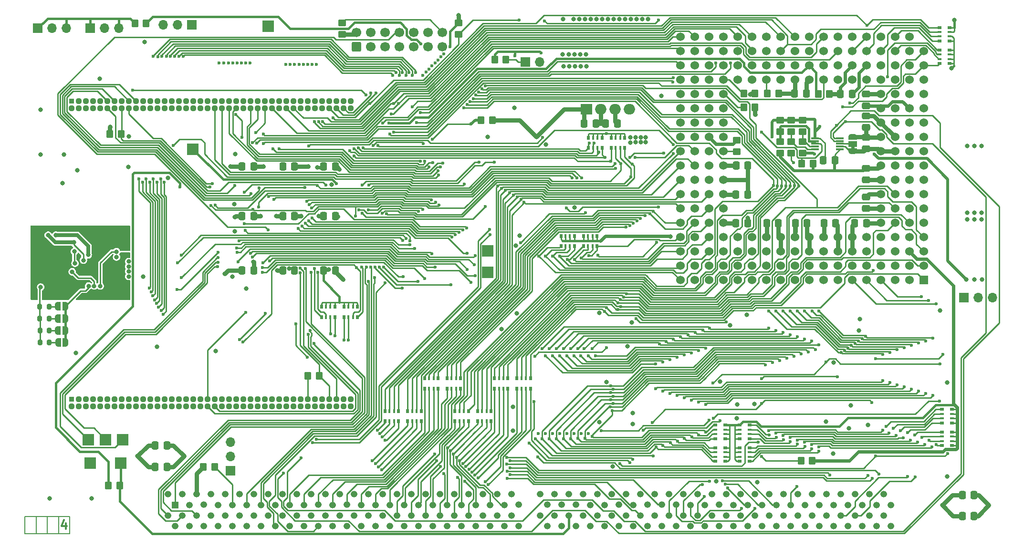
<source format=gbr>
%TF.GenerationSoftware,KiCad,Pcbnew,7.0.6-0*%
%TF.CreationDate,2024-10-04T12:35:45+02:00*%
%TF.ProjectId,Z3660_v022,5a333636-305f-4763-9032-322e6b696361,v0.22*%
%TF.SameCoordinates,Original*%
%TF.FileFunction,Copper,L4,Bot*%
%TF.FilePolarity,Positive*%
%FSLAX46Y46*%
G04 Gerber Fmt 4.6, Leading zero omitted, Abs format (unit mm)*
G04 Created by KiCad (PCBNEW 7.0.6-0) date 2024-10-04 12:35:45*
%MOMM*%
%LPD*%
G01*
G04 APERTURE LIST*
G04 Aperture macros list*
%AMRoundRect*
0 Rectangle with rounded corners*
0 $1 Rounding radius*
0 $2 $3 $4 $5 $6 $7 $8 $9 X,Y pos of 4 corners*
0 Add a 4 corners polygon primitive as box body*
4,1,4,$2,$3,$4,$5,$6,$7,$8,$9,$2,$3,0*
0 Add four circle primitives for the rounded corners*
1,1,$1+$1,$2,$3*
1,1,$1+$1,$4,$5*
1,1,$1+$1,$6,$7*
1,1,$1+$1,$8,$9*
0 Add four rect primitives between the rounded corners*
20,1,$1+$1,$2,$3,$4,$5,0*
20,1,$1+$1,$4,$5,$6,$7,0*
20,1,$1+$1,$6,$7,$8,$9,0*
20,1,$1+$1,$8,$9,$2,$3,0*%
%AMFreePoly0*
4,1,19,0.500000,-0.750000,0.000000,-0.750000,0.000000,-0.744911,-0.071157,-0.744911,-0.207708,-0.704816,-0.327430,-0.627875,-0.420627,-0.520320,-0.479746,-0.390866,-0.500000,-0.250000,-0.500000,0.250000,-0.479746,0.390866,-0.420627,0.520320,-0.327430,0.627875,-0.207708,0.704816,-0.071157,0.744911,0.000000,0.744911,0.000000,0.750000,0.500000,0.750000,0.500000,-0.750000,0.500000,-0.750000,
$1*%
%AMFreePoly1*
4,1,19,0.000000,0.744911,0.071157,0.744911,0.207708,0.704816,0.327430,0.627875,0.420627,0.520320,0.479746,0.390866,0.500000,0.250000,0.500000,-0.250000,0.479746,-0.390866,0.420627,-0.520320,0.327430,-0.627875,0.207708,-0.704816,0.071157,-0.744911,0.000000,-0.744911,0.000000,-0.750000,-0.500000,-0.750000,-0.500000,0.750000,0.000000,0.750000,0.000000,0.744911,0.000000,0.744911,
$1*%
%AMFreePoly2*
4,1,19,0.550000,-0.750000,0.000000,-0.750000,0.000000,-0.744911,-0.071157,-0.744911,-0.207708,-0.704816,-0.327430,-0.627875,-0.420627,-0.520320,-0.479746,-0.390866,-0.500000,-0.250000,-0.500000,0.250000,-0.479746,0.390866,-0.420627,0.520320,-0.327430,0.627875,-0.207708,0.704816,-0.071157,0.744911,0.000000,0.744911,0.000000,0.750000,0.550000,0.750000,0.550000,-0.750000,0.550000,-0.750000,
$1*%
%AMFreePoly3*
4,1,19,0.000000,0.744911,0.071157,0.744911,0.207708,0.704816,0.327430,0.627875,0.420627,0.520320,0.479746,0.390866,0.500000,0.250000,0.500000,-0.250000,0.479746,-0.390866,0.420627,-0.520320,0.327430,-0.627875,0.207708,-0.704816,0.071157,-0.744911,0.000000,-0.744911,0.000000,-0.750000,-0.550000,-0.750000,-0.550000,0.750000,0.000000,0.750000,0.000000,0.744911,0.000000,0.744911,
$1*%
G04 Aperture macros list end*
%TA.AperFunction,NonConductor*%
%ADD10C,0.150000*%
%TD*%
%ADD11C,0.300000*%
%TA.AperFunction,NonConductor*%
%ADD12C,0.300000*%
%TD*%
%TA.AperFunction,ComponentPad*%
%ADD13C,1.524000*%
%TD*%
%TA.AperFunction,ComponentPad*%
%ADD14R,1.524000X1.524000*%
%TD*%
%TA.AperFunction,ComponentPad*%
%ADD15R,1.700000X1.700000*%
%TD*%
%TA.AperFunction,ComponentPad*%
%ADD16O,1.700000X1.700000*%
%TD*%
%TA.AperFunction,ComponentPad*%
%ADD17RoundRect,0.250000X0.600000X-0.600000X0.600000X0.600000X-0.600000X0.600000X-0.600000X-0.600000X0*%
%TD*%
%TA.AperFunction,ComponentPad*%
%ADD18C,1.700000*%
%TD*%
%TA.AperFunction,ComponentPad*%
%ADD19R,0.950000X0.950000*%
%TD*%
%TA.AperFunction,ComponentPad*%
%ADD20RoundRect,0.237500X0.237500X-0.237500X0.237500X0.237500X-0.237500X0.237500X-0.237500X-0.237500X0*%
%TD*%
%TA.AperFunction,ComponentPad*%
%ADD21R,2.000000X2.000000*%
%TD*%
%TA.AperFunction,ComponentPad*%
%ADD22R,2.000000X1.905000*%
%TD*%
%TA.AperFunction,ComponentPad*%
%ADD23O,2.000000X1.905000*%
%TD*%
%TA.AperFunction,SMDPad,CuDef*%
%ADD24RoundRect,0.250000X-0.337500X-0.475000X0.337500X-0.475000X0.337500X0.475000X-0.337500X0.475000X0*%
%TD*%
%TA.AperFunction,SMDPad,CuDef*%
%ADD25RoundRect,0.250000X0.350000X0.450000X-0.350000X0.450000X-0.350000X-0.450000X0.350000X-0.450000X0*%
%TD*%
%TA.AperFunction,SMDPad,CuDef*%
%ADD26RoundRect,0.250000X-0.350000X-0.450000X0.350000X-0.450000X0.350000X0.450000X-0.350000X0.450000X0*%
%TD*%
%TA.AperFunction,SMDPad,CuDef*%
%ADD27RoundRect,0.250000X-0.475000X0.337500X-0.475000X-0.337500X0.475000X-0.337500X0.475000X0.337500X0*%
%TD*%
%TA.AperFunction,SMDPad,CuDef*%
%ADD28RoundRect,0.250000X0.450000X-0.350000X0.450000X0.350000X-0.450000X0.350000X-0.450000X-0.350000X0*%
%TD*%
%TA.AperFunction,SMDPad,CuDef*%
%ADD29RoundRect,0.250000X0.475000X-0.337500X0.475000X0.337500X-0.475000X0.337500X-0.475000X-0.337500X0*%
%TD*%
%TA.AperFunction,SMDPad,CuDef*%
%ADD30RoundRect,0.250000X-0.450000X0.350000X-0.450000X-0.350000X0.450000X-0.350000X0.450000X0.350000X0*%
%TD*%
%TA.AperFunction,SMDPad,CuDef*%
%ADD31RoundRect,0.250000X0.337500X0.475000X-0.337500X0.475000X-0.337500X-0.475000X0.337500X-0.475000X0*%
%TD*%
%TA.AperFunction,ComponentPad*%
%ADD32R,1.200000X1.200000*%
%TD*%
%TA.AperFunction,ComponentPad*%
%ADD33O,1.200000X1.200000*%
%TD*%
%TA.AperFunction,SMDPad,CuDef*%
%ADD34RoundRect,0.200000X-0.200000X-0.275000X0.200000X-0.275000X0.200000X0.275000X-0.200000X0.275000X0*%
%TD*%
%TA.AperFunction,SMDPad,CuDef*%
%ADD35R,0.800000X0.500000*%
%TD*%
%TA.AperFunction,SMDPad,CuDef*%
%ADD36R,0.800000X0.400000*%
%TD*%
%TA.AperFunction,SMDPad,CuDef*%
%ADD37R,0.500000X0.800000*%
%TD*%
%TA.AperFunction,SMDPad,CuDef*%
%ADD38R,0.400000X0.800000*%
%TD*%
%TA.AperFunction,SMDPad,CuDef*%
%ADD39C,0.500000*%
%TD*%
%TA.AperFunction,SMDPad,CuDef*%
%ADD40FreePoly0,180.000000*%
%TD*%
%TA.AperFunction,SMDPad,CuDef*%
%ADD41FreePoly1,180.000000*%
%TD*%
%TA.AperFunction,SMDPad,CuDef*%
%ADD42FreePoly2,90.000000*%
%TD*%
%TA.AperFunction,SMDPad,CuDef*%
%ADD43R,1.500000X1.000000*%
%TD*%
%TA.AperFunction,SMDPad,CuDef*%
%ADD44FreePoly3,90.000000*%
%TD*%
%TA.AperFunction,SMDPad,CuDef*%
%ADD45R,1.400000X0.300000*%
%TD*%
%TA.AperFunction,ViaPad*%
%ADD46C,0.800000*%
%TD*%
%TA.AperFunction,ViaPad*%
%ADD47C,0.600000*%
%TD*%
%TA.AperFunction,Conductor*%
%ADD48C,0.250000*%
%TD*%
%TA.AperFunction,Conductor*%
%ADD49C,0.800000*%
%TD*%
%TA.AperFunction,Conductor*%
%ADD50C,0.500000*%
%TD*%
%TA.AperFunction,Conductor*%
%ADD51C,0.600000*%
%TD*%
%TA.AperFunction,Conductor*%
%ADD52C,0.400000*%
%TD*%
%TA.AperFunction,Conductor*%
%ADD53C,0.700000*%
%TD*%
%TA.AperFunction,Conductor*%
%ADD54C,0.300000*%
%TD*%
G04 APERTURE END LIST*
D10*
X88576000Y-118999000D02*
X88576000Y-122047000D01*
X88576000Y-122047000D02*
X80576000Y-122047000D01*
X80576000Y-122047000D02*
X80576000Y-118999000D01*
X86582000Y-118999000D02*
X86582000Y-122047000D01*
X82582000Y-118999000D02*
X82582000Y-122047000D01*
X84582000Y-118999000D02*
X84582000Y-122047000D01*
X80576000Y-118999000D02*
X88576000Y-118999000D01*
D11*
D12*
X87846715Y-120201328D02*
X87846715Y-121201328D01*
X87489572Y-119629900D02*
X87132429Y-120701328D01*
X87132429Y-120701328D02*
X88061000Y-120701328D01*
%TA.AperFunction,EtchedComponent*%
%TO.C,NT2*%
G36*
X222953200Y-57908000D02*
G01*
X221953200Y-57908000D01*
X221953200Y-57408000D01*
X222953200Y-57408000D01*
X222953200Y-57908000D01*
G37*
%TD.AperFunction*%
%TA.AperFunction,EtchedComponent*%
%TO.C,NT1*%
G36*
X221026800Y-49928400D02*
G01*
X220526800Y-49928400D01*
X220526800Y-48928400D01*
X221026800Y-48928400D01*
X221026800Y-49928400D01*
G37*
%TD.AperFunction*%
%TA.AperFunction,EtchedComponent*%
%TO.C,JP12*%
G36*
X227782400Y-53803600D02*
G01*
X227182400Y-53803600D01*
X227182400Y-53303600D01*
X227782400Y-53303600D01*
X227782400Y-53803600D01*
G37*
%TD.AperFunction*%
%TA.AperFunction,EtchedComponent*%
%TO.C,NT3*%
G36*
X213406800Y-50342800D02*
G01*
X212906800Y-50342800D01*
X212906800Y-49342800D01*
X213406800Y-49342800D01*
X213406800Y-50342800D01*
G37*
%TD.AperFunction*%
%TD*%
D13*
%TO.P,U4,0*%
%TO.N,N/C*%
X207035000Y-69430900D03*
X209575000Y-69430900D03*
X229895000Y-69430900D03*
X232435000Y-69430900D03*
D14*
%TO.P,U4,1,A31*%
%TO.N,060A31*%
X240055000Y-77050900D03*
D13*
%TO.P,U4,2,D3*%
%TO.N,D040_3*%
X237515000Y-77050900D03*
%TO.P,U4,3,D4*%
%TO.N,D040_4*%
X234975000Y-77050900D03*
%TO.P,U4,4,D5*%
%TO.N,D040_5*%
X232435000Y-77050900D03*
%TO.P,U4,5,D6*%
%TO.N,D040_6*%
X229895000Y-77050900D03*
%TO.P,U4,6,D7*%
%TO.N,D040_7*%
X227355000Y-77050900D03*
%TO.P,U4,7,D9*%
%TO.N,D040_9*%
X224815000Y-77050900D03*
%TO.P,U4,8,D10*%
%TO.N,D040_10*%
X222275000Y-77050900D03*
%TO.P,U4,9,D11*%
%TO.N,D040_11*%
X219735000Y-77050900D03*
%TO.P,U4,10,D12*%
%TO.N,D040_12*%
X217195000Y-77050900D03*
%TO.P,U4,11,D13*%
%TO.N,D040_13*%
X214655000Y-77050900D03*
%TO.P,U4,12,D14*%
%TO.N,D040_14*%
X212115000Y-77050900D03*
%TO.P,U4,13,D15*%
%TO.N,D040_15*%
X209575000Y-77050900D03*
%TO.P,U4,14,D17*%
%TO.N,D040_17*%
X207035000Y-77050900D03*
%TO.P,U4,15,D19*%
%TO.N,D040_19*%
X204495000Y-77050900D03*
%TO.P,U4,16,D20*%
%TO.N,D040_20*%
X201955000Y-77050900D03*
%TO.P,U4,17,D21*%
%TO.N,D040_21*%
X199415000Y-77050900D03*
%TO.P,U4,18,D24*%
%TO.N,D040_24*%
X196875000Y-77050900D03*
%TO.P,U4,19,A29*%
%TO.N,060A29*%
X240055000Y-74510900D03*
%TO.P,U4,20,GND17*%
%TO.N,Earth*%
X214655000Y-69430900D03*
X219735000Y-69430900D03*
X224815000Y-69430900D03*
X227355000Y-69430900D03*
X232435000Y-46570900D03*
X232435000Y-49110900D03*
X232435000Y-54190900D03*
X237515000Y-74510900D03*
%TO.P,U4,21,D1*%
%TO.N,D040_1*%
X234975000Y-74510900D03*
%TO.P,U4,22,GND18*%
%TO.N,Earth*%
X232435000Y-74510900D03*
%TO.P,U4,23,VCC11*%
%TO.N,+3V3*%
X229895000Y-74510900D03*
%TO.P,U4,24,GND19*%
%TO.N,Earth*%
X227355000Y-74510900D03*
%TO.P,U4,25,D8*%
%TO.N,D040_8*%
X224815000Y-74510900D03*
%TO.P,U4,26,GND20*%
%TO.N,Earth*%
X222275000Y-74510900D03*
%TO.P,U4,27,VCC12*%
%TO.N,+3V3*%
X219735000Y-74510900D03*
%TO.P,U4,28,GND21*%
%TO.N,Earth*%
X217195000Y-74510900D03*
%TO.P,U4,29,D16*%
%TO.N,D040_16*%
X214655000Y-74510900D03*
%TO.P,U4,30,D18*%
%TO.N,D040_18*%
X212115000Y-74510900D03*
%TO.P,U4,31,GND22*%
%TO.N,Earth*%
X209575000Y-74510900D03*
%TO.P,U4,32,VCC13*%
%TO.N,+3V3*%
X207035000Y-74510900D03*
%TO.P,U4,33,GND23*%
%TO.N,Earth*%
X204495000Y-74510900D03*
%TO.P,U4,34,D22*%
%TO.N,D040_22*%
X201955000Y-74510900D03*
%TO.P,U4,35,GND24*%
%TO.N,Earth*%
X199415000Y-74510900D03*
%TO.P,U4,36,D26*%
%TO.N,D040_26*%
X196875000Y-74510900D03*
%TO.P,U4,37,A27*%
%TO.N,060A27*%
X240055000Y-71970900D03*
%TO.P,U4,38,VCC14*%
%TO.N,+3V3*%
X237515000Y-71970900D03*
%TO.P,U4,39,D0*%
%TO.N,D040_0*%
X234975000Y-71970900D03*
%TO.P,U4,40,D2*%
%TO.N,D040_2*%
X232435000Y-71970900D03*
%TO.P,U4,41,VCC23*%
%TO.N,+3V3*%
X229895000Y-71970900D03*
%TO.P,U4,42,GND3*%
%TO.N,Earth*%
X227355000Y-71970900D03*
%TO.P,U4,43,GND4*%
X224815000Y-71970900D03*
%TO.P,U4,44,VCC24*%
%TO.N,+3V3*%
X222275000Y-71970900D03*
%TO.P,U4,45,GND5*%
%TO.N,Earth*%
X219735000Y-71970900D03*
%TO.P,U4,46,VCC25*%
%TO.N,+3V3*%
X217195000Y-71970900D03*
%TO.P,U4,47,GND6*%
%TO.N,Earth*%
X214655000Y-71970900D03*
%TO.P,U4,48,VCC26*%
%TO.N,+3V3*%
X212115000Y-71970900D03*
%TO.P,U4,49,GND7*%
%TO.N,Earth*%
X209575000Y-71970900D03*
%TO.P,U4,50,VCC2*%
%TO.N,+3V3*%
X207035000Y-71970900D03*
%TO.P,U4,51,D23*%
%TO.N,D040_23*%
X204495000Y-71970900D03*
%TO.P,U4,52,D25*%
%TO.N,D040_25*%
X201955000Y-71970900D03*
%TO.P,U4,53,VCC15*%
%TO.N,+3V3*%
X199415000Y-71970900D03*
%TO.P,U4,54,D28*%
%TO.N,D040_28*%
X196875000Y-71970900D03*
%TO.P,U4,55,A24*%
%TO.N,060A24*%
X240055000Y-69430900D03*
%TO.P,U4,56,GND25*%
%TO.N,Earth*%
X237515000Y-69430900D03*
%TO.P,U4,57,A30*%
%TO.N,060A30*%
X234975000Y-69430900D03*
%TO.P,U4,58,D27*%
%TO.N,D040_27*%
X201955000Y-69430900D03*
%TO.P,U4,59,GND26*%
%TO.N,Earth*%
X199415000Y-69430900D03*
%TO.P,U4,60,D31*%
%TO.N,D040_31*%
X196875000Y-69430900D03*
%TO.P,U4,61,A22*%
%TO.N,060A22*%
X240055000Y-66890900D03*
%TO.P,U4,62,A26*%
%TO.N,060A26*%
X237515000Y-66890900D03*
%TO.P,U4,63,A28*%
%TO.N,060A28*%
X234975000Y-66890900D03*
%TO.P,U4,64,D29*%
%TO.N,D040_29*%
X201955000Y-66890900D03*
%TO.P,U4,65,D30*%
%TO.N,D040_30*%
X199415000Y-66890900D03*
%TO.P,U4,66,A8*%
%TO.N,060A8*%
X196875000Y-66890900D03*
%TO.P,U4,67,A21*%
%TO.N,060A21*%
X240055000Y-64350900D03*
%TO.P,U4,68,GND27*%
%TO.N,Earth*%
X237515000Y-64350900D03*
%TO.P,U4,69,A25*%
%TO.N,060A25*%
X234975000Y-64350900D03*
%TO.P,U4,70,A9*%
%TO.N,060A9*%
X201955000Y-64350900D03*
%TO.P,U4,71,GND28*%
%TO.N,Earth*%
X199415000Y-64350900D03*
%TO.P,U4,72,A7*%
%TO.N,060A7*%
X196875000Y-64350900D03*
%TO.P,U4,73,A20*%
%TO.N,060A20*%
X240055000Y-61810900D03*
%TO.P,U4,74,VCC16*%
%TO.N,+3V3*%
X237515000Y-61810900D03*
%TO.P,U4,75,A23*%
%TO.N,060A23*%
X234975000Y-61810900D03*
%TO.P,U4,76,A6*%
%TO.N,060A6*%
X201955000Y-61810900D03*
%TO.P,U4,77,VCC17*%
%TO.N,+3V3*%
X199415000Y-61810900D03*
%TO.P,U4,78,A5*%
%TO.N,060A5*%
X196875000Y-61810900D03*
%TO.P,U4,79,A18*%
%TO.N,060A18*%
X240055000Y-59270900D03*
%TO.P,U4,80,GND29*%
%TO.N,Earth*%
X237515000Y-59270900D03*
%TO.P,U4,81,VCC3*%
%TO.N,+3V3*%
X234975000Y-59270900D03*
%TO.P,U4,82,VCC4*%
X201955000Y-59270900D03*
%TO.P,U4,83,GND30*%
%TO.N,Earth*%
X199415000Y-59270900D03*
%TO.P,U4,84,A4*%
%TO.N,060A4*%
X196875000Y-59270900D03*
%TO.P,U4,85,A17*%
%TO.N,060A17*%
X240055000Y-56730900D03*
%TO.P,U4,86,A19*%
%TO.N,060A19*%
X237515000Y-56730900D03*
%TO.P,U4,87,VCC5*%
%TO.N,+3V3*%
X234975000Y-56730900D03*
%TO.P,U4,88,VCC6*%
X201955000Y-56730900D03*
%TO.P,U4,89,A2*%
%TO.N,060A2*%
X199415000Y-56730900D03*
%TO.P,U4,90,A3*%
%TO.N,060A3*%
X196875000Y-56730900D03*
%TO.P,U4,91,A15*%
%TO.N,060A15*%
X240055000Y-54190900D03*
%TO.P,U4,92,A16*%
%TO.N,060A16*%
X237515000Y-54190900D03*
%TO.P,U4,93,GND8*%
%TO.N,Earth*%
X234975000Y-54190900D03*
%TO.P,U4,94,GND9*%
X201955000Y-54190900D03*
%TO.P,U4,95,TM2*%
%TO.N,TM2*%
X199415000Y-54190900D03*
%TO.P,U4,96,A1*%
%TO.N,060A1*%
X196875000Y-54190900D03*
%TO.P,U4,97,A14*%
%TO.N,060A14*%
X240055000Y-51650900D03*
%TO.P,U4,98,GND31*%
%TO.N,Earth*%
X237515000Y-51650900D03*
%TO.P,U4,99,GND10*%
X234975000Y-51650900D03*
%TO.P,U4,100,VCC7*%
%TO.N,+3V3*%
X201955000Y-51650900D03*
%TO.P,U4,101,GND32*%
%TO.N,Earth*%
X199415000Y-51650900D03*
%TO.P,U4,102,A0*%
%TO.N,060A0*%
X196875000Y-51650900D03*
%TO.P,U4,103,A13*%
%TO.N,060A13*%
X240055000Y-49110900D03*
%TO.P,U4,104,VCC18*%
%TO.N,+3V3*%
X237515000Y-49110900D03*
%TO.P,U4,105,VCC9*%
X234975000Y-49110900D03*
%TO.P,U4,106,GND11*%
%TO.N,Earth*%
X201955000Y-49110900D03*
%TO.P,U4,107,VCC19*%
%TO.N,+3V3*%
X199415000Y-49110900D03*
%TO.P,U4,108,TM1*%
%TO.N,TM1*%
X196875000Y-49110900D03*
%TO.P,U4,109,A12*%
%TO.N,060A12*%
X240055000Y-46570900D03*
%TO.P,U4,110,GND33*%
%TO.N,Earth*%
X237515000Y-46570900D03*
%TO.P,U4,111,A11*%
%TO.N,060A11*%
X234975000Y-46570900D03*
%TO.P,U4,112,R_W*%
%TO.N,R_W040*%
X201955000Y-46570900D03*
%TO.P,U4,113,GND34*%
%TO.N,Earth*%
X199415000Y-46570900D03*
%TO.P,U4,114,TM0*%
%TO.N,TM0*%
X196875000Y-46570900D03*
%TO.P,U4,115,A10*%
%TO.N,060A10*%
X240055000Y-44030900D03*
%TO.P,U4,116,TT1*%
%TO.N,TT1*%
X237515000Y-44030900D03*
%TO.P,U4,117,TT0*%
%TO.N,TT0*%
X234975000Y-44030900D03*
%TO.P,U4,118,SIZ1*%
%TO.N,/CPU and CLK/SIZ60_1*%
X201955000Y-44030900D03*
%TO.P,U4,119,SIZ0*%
%TO.N,/CPU and CLK/SIZ60_0*%
X199415000Y-44030900D03*
%TO.P,U4,120,TLN1*%
%TO.N,unconnected-(U4-TLN1-Pad120)*%
X196875000Y-44030900D03*
%TO.P,U4,121,UPA1*%
%TO.N,unconnected-(U4-UPA1-Pad121)*%
X240055000Y-41490900D03*
%TO.P,U4,122,GND35*%
%TO.N,Earth*%
X237515000Y-41490900D03*
%TO.P,U4,123,UPA0*%
%TO.N,unconnected-(U4-UPA0-Pad123)*%
X234975000Y-41490900D03*
%TO.P,U4,124,~{MI}*%
%TO.N,unconnected-(U4-~{MI}-Pad124)*%
X201955000Y-41490900D03*
%TO.P,U4,125,GND36*%
%TO.N,Earth*%
X199415000Y-41490900D03*
%TO.P,U4,126,TLN0*%
%TO.N,unconnected-(U4-TLN0-Pad126)*%
X196875000Y-41490900D03*
%TO.P,U4,127,~{CIOUT}*%
%TO.N,_040CIOUT*%
X240055000Y-38950900D03*
%TO.P,U4,128,VCC20*%
%TO.N,+3V3*%
X237515000Y-38950900D03*
%TO.P,U4,129,~{RST0}*%
%TO.N,_040RSTO*%
X234975000Y-38950900D03*
%TO.P,U4,130,GND12*%
%TO.N,Earth*%
X232435000Y-38950900D03*
%TO.P,U4,131,VCC8*%
%TO.N,+3V3*%
X229895000Y-38950900D03*
%TO.P,U4,132,GND1*%
%TO.N,Earth*%
X227355000Y-38950900D03*
%TO.P,U4,133,BCLK*%
%TO.N,040_BCLK*%
X224815000Y-38950900D03*
%TO.P,U4,134,VCC0*%
%TO.N,+3V3*%
X222275000Y-38950900D03*
%TO.P,U4,135,PCLK*%
%TO.N,PCLK*%
X219735000Y-38950900D03*
%TO.P,U4,136,GND2*%
%TO.N,Earth*%
X217195000Y-38950900D03*
%TO.P,U4,137,GND13*%
X214655000Y-38950900D03*
%TO.P,U4,138,VCC10*%
%TO.N,+3V3*%
X212115000Y-38950900D03*
%TO.P,U4,139,GND14*%
%TO.N,Earth*%
X209575000Y-38950900D03*
%TO.P,U4,140,PST2*%
%TO.N,unconnected-(U4-PST2-Pad140)*%
X207035000Y-38950900D03*
%TO.P,U4,141,~{TIP}*%
%TO.N,unconnected-(U4-~{TIP}-Pad141)*%
X204495000Y-38950900D03*
%TO.P,U4,142,~{TS}*%
%TO.N,Net-(U4-~{TS})*%
X201955000Y-38950900D03*
%TO.P,U4,143,VCC21*%
%TO.N,+3V3*%
X199415000Y-38950900D03*
%TO.P,U4,144,~{LOCKE}*%
%TO.N,_LOCKE*%
X196875000Y-38950900D03*
%TO.P,U4,145,~{IPEND}*%
%TO.N,_040IPEND*%
X240055000Y-36410900D03*
%TO.P,U4,146,GND37*%
%TO.N,Earth*%
X237515000Y-36410900D03*
%TO.P,U4,147,TDI*%
%TO.N,Net-(RN2-R3.2)*%
X234975000Y-36410900D03*
%TO.P,U4,148,TCK*%
%TO.N,Net-(RN1-R4.2)*%
X232435000Y-36410900D03*
%TO.P,U4,149,TMS*%
%TO.N,Net-(RN1-R3.2)*%
X229895000Y-36410900D03*
%TO.P,U4,150,~{MDIS}*%
%TO.N,_040EMUL*%
X227355000Y-36410900D03*
%TO.P,U4,151,~{RSTI}*%
%TO.N,_040RSTI*%
X224815000Y-36410900D03*
%TO.P,U4,152,VCC1*%
%TO.N,+3V3*%
X222275000Y-36410900D03*
%TO.P,U4,153,GND0*%
%TO.N,Earth*%
X219735000Y-36410900D03*
%TO.P,U4,154,GND15*%
X217195000Y-36410900D03*
%TO.P,U4,155,~{TBI}*%
%TO.N,_TBI*%
X214655000Y-36410900D03*
%TO.P,U4,156,SC1*%
%TO.N,unconnected-(U4-SC1-Pad156)*%
X212115000Y-36410900D03*
%TO.P,U4,157,~{TEA}*%
%TO.N,_TEA*%
X209575000Y-36410900D03*
%TO.P,U4,158,PST1*%
%TO.N,unconnected-(U4-PST1-Pad158)*%
X207035000Y-36410900D03*
%TO.P,U4,159,GND38*%
%TO.N,Earth*%
X204495000Y-36410900D03*
%TO.P,U4,160,VCC22*%
%TO.N,+3V3*%
X201955000Y-36410900D03*
%TO.P,U4,161,GND39*%
%TO.N,Earth*%
X199415000Y-36410900D03*
%TO.P,U4,162,~{LOCK}*%
%TO.N,_LOCK*%
X196875000Y-36410900D03*
%TO.P,U4,163,TDO*%
%TO.N,unconnected-(U4-TDO-Pad163)*%
X237515000Y-33870900D03*
%TO.P,U4,164,~{TRST}*%
%TO.N,Net-(RN2-R1.2)*%
X234975000Y-33870900D03*
%TO.P,U4,165,GND16*%
%TO.N,Earth*%
X232435000Y-33870900D03*
%TO.P,U4,166,~{CDIS}*%
%TO.N,_040EMUL*%
X229895000Y-33870900D03*
%TO.P,U4,167,IPL2*%
%TO.N,_060IPL2*%
X227355000Y-33870900D03*
%TO.P,U4,168,IPL1*%
%TO.N,_060IPL1*%
X224815000Y-33870900D03*
%TO.P,U4,169,IPL0*%
%TO.N,_060IPL0*%
X222275000Y-33870900D03*
%TO.P,U4,170,DLE*%
%TO.N,Earth*%
X219735000Y-33870900D03*
%TO.P,U4,171,~{TCI}*%
%TO.N,_TCI*%
X217195000Y-33870900D03*
%TO.P,U4,172,~{AVEC}*%
%TO.N,_AVEC040*%
X214655000Y-33870900D03*
%TO.P,U4,173,SC0*%
%TO.N,unconnected-(U4-SC0-Pad173)*%
X212115000Y-33870900D03*
%TO.P,U4,174,~{BG}*%
%TO.N,_BG040*%
X209575000Y-33870900D03*
%TO.P,U4,175,~{TA}*%
%TO.N,_TA*%
X207035000Y-33870900D03*
%TO.P,U4,176,PST0*%
%TO.N,unconnected-(U4-PST0-Pad176)*%
X204495000Y-33870900D03*
%TO.P,U4,177,PST3*%
%TO.N,unconnected-(U4-PST3-Pad177)*%
X201955000Y-33870900D03*
%TO.P,U4,178,~{BB}*%
%TO.N,_BB040*%
X199415000Y-33870900D03*
%TO.P,U4,179,~{BR}*%
%TO.N,_BR040*%
X196875000Y-33870900D03*
%TO.P,U4,180,VCC0*%
%TO.N,+3V3*%
X222275000Y-69430900D03*
%TO.P,U4,181,VCC0*%
X217195000Y-69430900D03*
%TO.P,U4,182,VCC0*%
X212115000Y-69430900D03*
%TO.P,U4,183,VCC0*%
X204495000Y-69430900D03*
%TO.P,U4,184,VCC0*%
X232435000Y-66890900D03*
%TO.P,U4,185,VCC0*%
X204495000Y-66890900D03*
%TO.P,U4,186,GND3*%
%TO.N,Earth*%
X232435000Y-64350900D03*
%TO.P,U4,187,GND2*%
X204495000Y-64350900D03*
%TO.P,U4,188,VCC0*%
%TO.N,+3V3*%
X232435000Y-61810900D03*
%TO.P,U4,189,VCC0*%
X204495000Y-61810900D03*
%TO.P,U4,190,GND1*%
%TO.N,Earth*%
X232435000Y-59270900D03*
%TO.P,U4,191,GND0*%
X204495000Y-59270900D03*
%TO.P,U4,192,VCC0*%
%TO.N,+3V3*%
X232435000Y-56730900D03*
%TO.P,U4,193,VCC0*%
X204495000Y-56730900D03*
%TO.P,U4,194,~{CLA}*%
%TO.N,_CLA*%
X204495000Y-54190900D03*
%TO.P,U4,195,VCC0*%
%TO.N,+3V3*%
X232435000Y-51650900D03*
%TO.P,U4,196,THERM0*%
%TO.N,THERM_N*%
X204495000Y-51650900D03*
%TO.P,U4,197,THERM1*%
%TO.N,THERM_P*%
X204495000Y-49110900D03*
%TO.P,U4,198,VCC0*%
%TO.N,+3V3*%
X204495000Y-46570900D03*
%TO.P,U4,199,VCC0*%
X232435000Y-44030900D03*
%TO.P,U4,200,~{SNOOP}*%
%TO.N,_SNOOP*%
X204495000Y-44030900D03*
%TO.P,U4,201,~{BS0}*%
%TO.N,unconnected-(U4-~{BS0}-Pad201)*%
X232435000Y-41490900D03*
%TO.P,U4,202,~{BS1}*%
%TO.N,unconnected-(U4-~{BS1}-Pad202)*%
X229895000Y-41490900D03*
%TO.P,U4,203,~{BS2}*%
%TO.N,unconnected-(U4-~{BS2}-Pad203)*%
X227355000Y-41490900D03*
%TO.P,U4,204,~{BS3}*%
%TO.N,unconnected-(U4-~{BS3}-Pad204)*%
X224815000Y-41490900D03*
%TO.P,U4,205,~{CLKEN}*%
%TO.N,_CLKEN*%
X222275000Y-41490900D03*
%TO.P,U4,206,GND0*%
%TO.N,Earth*%
X219735000Y-41490900D03*
%TO.P,U4,207,VCC0*%
%TO.N,+3V3*%
X217195000Y-41490900D03*
%TO.P,U4,208,~{BGR}*%
%TO.N,_BGR040*%
X214655000Y-41490900D03*
%TO.P,U4,209,~{TRA}*%
%TO.N,_TRA*%
X212115000Y-41490900D03*
%TO.P,U4,210,PST4*%
%TO.N,unconnected-(U4-PST4-Pad210)*%
X209575000Y-41490900D03*
%TO.P,U4,211,~{SAS}*%
%TO.N,unconnected-(U4-~{SAS}-Pad211)*%
X207035000Y-41490900D03*
%TO.P,U4,212,~{BTT}*%
%TO.N,_BTT*%
X204495000Y-41490900D03*
%TD*%
D15*
%TO.P,JP1,1,1*%
%TO.N,Earth*%
X247220000Y-80137000D03*
D16*
%TO.P,JP1,2,2*%
%TO.N,+5V*%
X249760000Y-80137000D03*
%TO.P,JP1,3,3*%
%TO.N,unconnected-(JP1-Pad3)*%
X252300000Y-80137000D03*
%TD*%
D15*
%TO.P,JP2,1,1*%
%TO.N,Earth*%
X110251000Y-31750000D03*
D16*
%TO.P,JP2,2,2*%
%TO.N,+5V*%
X107711000Y-31750000D03*
%TO.P,JP2,3,3*%
%TO.N,unconnected-(JP2-Pad3)*%
X105171000Y-31750000D03*
%TD*%
D17*
%TO.P,J2,1,Pin_1*%
%TO.N,Earth*%
X139446000Y-35610800D03*
D18*
%TO.P,J2,2,Pin_2*%
%TO.N,+3V3*%
X139446000Y-33070800D03*
%TO.P,J2,3,Pin_3*%
%TO.N,Earth*%
X141986000Y-35610800D03*
%TO.P,J2,4,Pin_4*%
%TO.N,TMS*%
X141986000Y-33070800D03*
%TO.P,J2,5,Pin_5*%
%TO.N,Earth*%
X144526000Y-35610800D03*
%TO.P,J2,6,Pin_6*%
%TO.N,TCK*%
X144526000Y-33070800D03*
%TO.P,J2,7,Pin_7*%
%TO.N,Earth*%
X147066000Y-35610800D03*
%TO.P,J2,8,Pin_8*%
%TO.N,TDO*%
X147066000Y-33070800D03*
%TO.P,J2,9,Pin_9*%
%TO.N,Earth*%
X149606000Y-35610800D03*
%TO.P,J2,10,Pin_10*%
%TO.N,TDI*%
X149606000Y-33070800D03*
%TO.P,J2,11,Pin_11*%
%TO.N,Earth*%
X152146000Y-35610800D03*
%TO.P,J2,12,Pin_12*%
%TO.N,unconnected-(J2-Pin_12-Pad12)*%
X152146000Y-33070800D03*
%TO.P,J2,13,Pin_13*%
%TO.N,Earth*%
X154686000Y-35610800D03*
%TO.P,J2,14,Pin_14*%
%TO.N,Net-(J2-Pin_14)*%
X154686000Y-33070800D03*
%TD*%
D19*
%TO.P,CN2,1,Pin_1*%
%TO.N,+5V*%
X88883000Y-45250000D03*
D20*
%TO.P,CN2,2,Pin_2*%
%TO.N,Earth*%
X88883000Y-46520000D03*
%TO.P,CN2,3,Pin_3*%
%TO.N,3.3V_ZTURN2*%
X90153000Y-45250000D03*
%TO.P,CN2,4,Pin_4*%
%TO.N,Earth*%
X90153000Y-46520000D03*
%TO.P,CN2,5,Pin_5*%
%TO.N,XADC_INP0*%
X91423000Y-45250000D03*
%TO.P,CN2,6,Pin_6*%
%TO.N,XADC_TEMP_P*%
X91423000Y-46520000D03*
%TO.P,CN2,7,Pin_7*%
%TO.N,XADC_INN0*%
X92693000Y-45250000D03*
%TO.P,CN2,8,Pin_8*%
%TO.N,XADC_TEMP_N*%
X92693000Y-46520000D03*
%TO.P,CN2,9,Pin_9*%
%TO.N,XADC_VCC*%
X93963000Y-45250000D03*
%TO.P,CN2,10,Pin_10*%
%TO.N,XADC_GND*%
X93963000Y-46520000D03*
%TO.P,CN2,11,Pin_11*%
%TO.N,PS_MIO0*%
X95233000Y-45250000D03*
%TO.P,CN2,12,Pin_12*%
%TO.N,_040RSTI*%
X95233000Y-46520000D03*
%TO.P,CN2,13,Pin_13*%
%TO.N,PS_MIO8*%
X96503000Y-45250000D03*
%TO.P,CN2,14,Pin_14*%
%TO.N,LED*%
X96503000Y-46520000D03*
%TO.P,CN2,15,Pin_15*%
%TO.N,PS_MIO9*%
X97773000Y-45250000D03*
%TO.P,CN2,16,Pin_16*%
%TO.N,FPGA_PRESENCE*%
X97773000Y-46520000D03*
%TO.P,CN2,17,Pin_17*%
%TO.N,PS_MIO12*%
X99043000Y-45250000D03*
%TO.P,CN2,18,Pin_18*%
%TO.N,PS_MIO15*%
X99043000Y-46520000D03*
%TO.P,CN2,19,Pin_19*%
%TO.N,PS_MIO13*%
X100313000Y-45250000D03*
%TO.P,CN2,20,Pin_20*%
%TO.N,Earth*%
X100313000Y-46520000D03*
%TO.P,CN2,21,Pin_21*%
X101583000Y-45250000D03*
%TO.P,CN2,22,Pin_22*%
%TO.N,Net-(CN2-Pin_22)*%
X101583000Y-46520000D03*
%TO.P,CN2,23,Pin_23*%
%TO.N,Net-(CN2-Pin_23)*%
X102853000Y-45250000D03*
%TO.P,CN2,24,Pin_24*%
%TO.N,Net-(CN2-Pin_24)*%
X102853000Y-46520000D03*
%TO.P,CN2,25,Pin_25*%
%TO.N,Net-(CN2-Pin_25)*%
X104123000Y-45250000D03*
%TO.P,CN2,26,Pin_26*%
%TO.N,Net-(CN2-Pin_26)*%
X104123000Y-46520000D03*
%TO.P,CN2,27,Pin_27*%
%TO.N,Net-(CN2-Pin_27)*%
X105393000Y-45250000D03*
%TO.P,CN2,28,Pin_28*%
%TO.N,Net-(CN2-Pin_28)*%
X105393000Y-46520000D03*
%TO.P,CN2,29,Pin_29*%
%TO.N,Net-(CN2-Pin_29)*%
X106663000Y-45250000D03*
%TO.P,CN2,30,Pin_30*%
%TO.N,Earth*%
X106663000Y-46520000D03*
%TO.P,CN2,31,Pin_31*%
X107933000Y-45250000D03*
%TO.P,CN2,32,Pin_32*%
%TO.N,Net-(CN2-Pin_32)*%
X107933000Y-46520000D03*
%TO.P,CN2,33,Pin_33*%
%TO.N,Net-(CN2-Pin_33)*%
X109203000Y-45250000D03*
%TO.P,CN2,34,Pin_34*%
%TO.N,Net-(CN2-Pin_34)*%
X109203000Y-46520000D03*
%TO.P,CN2,35,Pin_35*%
%TO.N,Net-(CN2-Pin_35)*%
X110473000Y-45250000D03*
%TO.P,CN2,36,Pin_36*%
%TO.N,Net-(CN2-Pin_36)*%
X110473000Y-46520000D03*
%TO.P,CN2,37,Pin_37*%
%TO.N,Net-(CN2-Pin_37)*%
X111743000Y-45250000D03*
%TO.P,CN2,38,Pin_38*%
%TO.N,Net-(CN2-Pin_38)*%
X111743000Y-46520000D03*
%TO.P,CN2,39,Pin_39*%
%TO.N,Net-(CN2-Pin_39)*%
X113013000Y-45250000D03*
%TO.P,CN2,40,Pin_40*%
%TO.N,Earth*%
X113013000Y-46520000D03*
%TO.P,CN2,41,Pin_41*%
X114283000Y-45250000D03*
%TO.P,CN2,42,Pin_42*%
%TO.N,D040_28*%
X114283000Y-46520000D03*
%TO.P,CN2,43,Pin_43*%
%TO.N,Net-(CN2-Pin_43)*%
X115553000Y-45250000D03*
%TO.P,CN2,44,Pin_44*%
%TO.N,D040_29*%
X115553000Y-46520000D03*
%TO.P,CN2,45,Pin_45*%
%TO.N,Net-(CN2-Pin_45)*%
X116823000Y-45250000D03*
%TO.P,CN2,46,Pin_46*%
%TO.N,D040_30*%
X116823000Y-46520000D03*
%TO.P,CN2,47,Pin_47*%
%TO.N,Net-(CN2-Pin_47)*%
X118093000Y-45250000D03*
%TO.P,CN2,48,Pin_48*%
%TO.N,D040_31*%
X118093000Y-46520000D03*
%TO.P,CN2,49,Pin_49*%
%TO.N,Net-(CN2-Pin_49)*%
X119363000Y-45250000D03*
%TO.P,CN2,50,Pin_50*%
%TO.N,Earth*%
X119363000Y-46520000D03*
%TO.P,CN2,51,Pin_51*%
%TO.N,VDDIO_35_PL*%
X120633000Y-45250000D03*
%TO.P,CN2,52,Pin_52*%
%TO.N,D040_26*%
X120633000Y-46520000D03*
%TO.P,CN2,53,Pin_53*%
%TO.N,Net-(CN2-Pin_53)*%
X121903000Y-45250000D03*
%TO.P,CN2,54,Pin_54*%
%TO.N,D040_27*%
X121903000Y-46520000D03*
%TO.P,CN2,55,Pin_55*%
%TO.N,Net-(CN2-Pin_55)*%
X123173000Y-45250000D03*
%TO.P,CN2,56,Pin_56*%
%TO.N,R_W040*%
X123173000Y-46520000D03*
%TO.P,CN2,57,Pin_57*%
%TO.N,Net-(CN2-Pin_57)*%
X124443000Y-45250000D03*
%TO.P,CN2,58,Pin_58*%
%TO.N,_TA*%
X124443000Y-46520000D03*
%TO.P,CN2,59,Pin_59*%
%TO.N,Net-(CN2-Pin_59)*%
X125713000Y-45250000D03*
%TO.P,CN2,60,Pin_60*%
%TO.N,Earth*%
X125713000Y-46520000D03*
%TO.P,CN2,61,Pin_61*%
X126983000Y-45250000D03*
%TO.P,CN2,62,Pin_62*%
%TO.N,_TEA*%
X126983000Y-46520000D03*
%TO.P,CN2,63,Pin_63*%
%TO.N,Net-(CN2-Pin_63)*%
X128253000Y-45250000D03*
%TO.P,CN2,64,Pin_64*%
%TO.N,_TCI*%
X128253000Y-46520000D03*
%TO.P,CN2,65,Pin_65*%
%TO.N,Net-(CN2-Pin_65)*%
X129523000Y-45250000D03*
%TO.P,CN2,66,Pin_66*%
%TO.N,PCLK_FPGA*%
X129523000Y-46520000D03*
%TO.P,CN2,67,Pin_67*%
%TO.N,Net-(CN2-Pin_67)*%
X130793000Y-45250000D03*
%TO.P,CN2,68,Pin_68*%
%TO.N,CLK90_FPGA*%
X130793000Y-46520000D03*
%TO.P,CN2,69,Pin_69*%
%TO.N,Net-(CN2-Pin_69)*%
X132063000Y-45250000D03*
%TO.P,CN2,70,Pin_70*%
%TO.N,Earth*%
X132063000Y-46520000D03*
%TO.P,CN2,71,Pin_71*%
X133333000Y-45250000D03*
%TO.P,CN2,72,Pin_72*%
%TO.N,CPUCLK_FPGA*%
X133333000Y-46520000D03*
%TO.P,CN2,73,Pin_73*%
%TO.N,Net-(CN2-Pin_73)*%
X134603000Y-45250000D03*
%TO.P,CN2,74,Pin_74*%
%TO.N,_TS*%
X134603000Y-46520000D03*
%TO.P,CN2,75,Pin_75*%
%TO.N,Net-(CN2-Pin_75)*%
X135873000Y-45250000D03*
%TO.P,CN2,76,Pin_76*%
%TO.N,SIZ40_0*%
X135873000Y-46520000D03*
%TO.P,CN2,77,Pin_77*%
%TO.N,Net-(CN2-Pin_77)*%
X137143000Y-45250000D03*
%TO.P,CN2,78,Pin_78*%
%TO.N,SIZ40_1*%
X137143000Y-46520000D03*
%TO.P,CN2,79,Pin_79*%
%TO.N,Net-(CN2-Pin_79)*%
X138413000Y-45250000D03*
%TO.P,CN2,80,Pin_80*%
%TO.N,Earth*%
X138413000Y-46520000D03*
%TD*%
D19*
%TO.P,CN3,1,Pin_1*%
%TO.N,+5V*%
X88883000Y-98193000D03*
D20*
%TO.P,CN3,2,Pin_2*%
%TO.N,Earth*%
X88883000Y-99463000D03*
%TO.P,CN3,3,Pin_3*%
%TO.N,3.3V_ZTURN1*%
X90153000Y-98193000D03*
%TO.P,CN3,4,Pin_4*%
%TO.N,Earth*%
X90153000Y-99463000D03*
%TO.P,CN3,5,Pin_5*%
%TO.N,VDD18_KEY_BACKUP*%
X91423000Y-98193000D03*
%TO.P,CN3,6,Pin_6*%
%TO.N,unconnected-(CN3-Pin_6-Pad6)*%
X91423000Y-99463000D03*
%TO.P,CN3,7,Pin_7*%
%TO.N,D040_0*%
X92693000Y-98193000D03*
%TO.P,CN3,8,Pin_8*%
%TO.N,unconnected-(CN3-Pin_8-Pad8)*%
X92693000Y-99463000D03*
%TO.P,CN3,9,Pin_9*%
%TO.N,D040_1*%
X93963000Y-98193000D03*
%TO.P,CN3,10,Pin_10*%
%TO.N,unconnected-(CN3-Pin_10-Pad10)*%
X93963000Y-99463000D03*
%TO.P,CN3,11,Pin_11*%
%TO.N,D040_2*%
X95233000Y-98193000D03*
%TO.P,CN3,12,Pin_12*%
%TO.N,unconnected-(CN3-Pin_12-Pad12)*%
X95233000Y-99463000D03*
%TO.P,CN3,13,Pin_13*%
%TO.N,D040_3*%
X96503000Y-98193000D03*
%TO.P,CN3,14,Pin_14*%
%TO.N,JTAG_NTRST*%
X96503000Y-99463000D03*
%TO.P,CN3,15,Pin_15*%
%TO.N,VDDIO_13_PL*%
X97773000Y-98193000D03*
%TO.P,CN3,16,Pin_16*%
%TO.N,D040_16*%
X97773000Y-99463000D03*
%TO.P,CN3,17,Pin_17*%
%TO.N,D040_4*%
X99043000Y-98193000D03*
%TO.P,CN3,18,Pin_18*%
%TO.N,D040_17*%
X99043000Y-99463000D03*
%TO.P,CN3,19,Pin_19*%
%TO.N,D040_5*%
X100313000Y-98193000D03*
%TO.P,CN3,20,Pin_20*%
%TO.N,D040_18*%
X100313000Y-99463000D03*
%TO.P,CN3,21,Pin_21*%
%TO.N,D040_6*%
X101583000Y-98193000D03*
%TO.P,CN3,22,Pin_22*%
%TO.N,D040_19*%
X101583000Y-99463000D03*
%TO.P,CN3,23,Pin_23*%
%TO.N,D040_7*%
X102853000Y-98193000D03*
%TO.P,CN3,24,Pin_24*%
%TO.N,Earth*%
X102853000Y-99463000D03*
%TO.P,CN3,25,Pin_25*%
X104123000Y-98193000D03*
%TO.P,CN3,26,Pin_26*%
%TO.N,D040_20*%
X104123000Y-99463000D03*
%TO.P,CN3,27,Pin_27*%
%TO.N,D040_8*%
X105393000Y-98193000D03*
%TO.P,CN3,28,Pin_28*%
%TO.N,D040_21*%
X105393000Y-99463000D03*
%TO.P,CN3,29,Pin_29*%
%TO.N,D040_9*%
X106663000Y-98193000D03*
%TO.P,CN3,30,Pin_30*%
%TO.N,D040_22*%
X106663000Y-99463000D03*
%TO.P,CN3,31,Pin_31*%
%TO.N,D040_10*%
X107933000Y-98193000D03*
%TO.P,CN3,32,Pin_32*%
%TO.N,D040_23*%
X107933000Y-99463000D03*
%TO.P,CN3,33,Pin_33*%
%TO.N,D040_11*%
X109203000Y-98193000D03*
%TO.P,CN3,34,Pin_34*%
%TO.N,Earth*%
X109203000Y-99463000D03*
%TO.P,CN3,35,Pin_35*%
X110473000Y-98193000D03*
%TO.P,CN3,36,Pin_36*%
%TO.N,D040_24*%
X110473000Y-99463000D03*
%TO.P,CN3,37,Pin_37*%
%TO.N,D040_12*%
X111743000Y-98193000D03*
%TO.P,CN3,38,Pin_38*%
%TO.N,D040_25*%
X111743000Y-99463000D03*
%TO.P,CN3,39,Pin_39*%
%TO.N,BCLK_FPGA*%
X113013000Y-98193000D03*
%TO.P,CN3,40,Pin_40*%
%TO.N,nTS_FPGA*%
X113013000Y-99463000D03*
%TO.P,CN3,41,Pin_41*%
%TO.N,D040_13*%
X114283000Y-98193000D03*
%TO.P,CN3,42,Pin_42*%
%TO.N,nTBI_FPGA*%
X114283000Y-99463000D03*
%TO.P,CN3,43,Pin_43*%
%TO.N,D040_14*%
X115553000Y-98193000D03*
%TO.P,CN3,44,Pin_44*%
%TO.N,Earth*%
X115553000Y-99463000D03*
%TO.P,CN3,45,Pin_45*%
%TO.N,unconnected-(CN3-Pin_45-Pad45)*%
X116823000Y-98193000D03*
%TO.P,CN3,46,Pin_46*%
%TO.N,unconnected-(CN3-Pin_46-Pad46)*%
X116823000Y-99463000D03*
%TO.P,CN3,47,Pin_47*%
%TO.N,D040_15*%
X118093000Y-98193000D03*
%TO.P,CN3,48,Pin_48*%
%TO.N,unconnected-(CN3-Pin_48-Pad48)*%
X118093000Y-99463000D03*
%TO.P,CN3,49,Pin_49*%
%TO.N,unconnected-(CN3-Pin_49-Pad49)*%
X119363000Y-98193000D03*
%TO.P,CN3,50,Pin_50*%
%TO.N,unconnected-(CN3-Pin_50-Pad50)*%
X119363000Y-99463000D03*
%TO.P,CN3,51,Pin_51*%
%TO.N,unconnected-(CN3-Pin_51-Pad51)*%
X120633000Y-98193000D03*
%TO.P,CN3,52,Pin_52*%
%TO.N,unconnected-(CN3-Pin_52-Pad52)*%
X120633000Y-99463000D03*
%TO.P,CN3,53,Pin_53*%
%TO.N,unconnected-(CN3-Pin_53-Pad53)*%
X121903000Y-98193000D03*
%TO.P,CN3,54,Pin_54*%
%TO.N,Earth*%
X121903000Y-99463000D03*
%TO.P,CN3,55,Pin_55*%
%TO.N,unconnected-(CN3-Pin_55-Pad55)*%
X123173000Y-98193000D03*
%TO.P,CN3,56,Pin_56*%
%TO.N,unconnected-(CN3-Pin_56-Pad56)*%
X123173000Y-99463000D03*
%TO.P,CN3,57,Pin_57*%
%TO.N,unconnected-(CN3-Pin_57-Pad57)*%
X124443000Y-98193000D03*
%TO.P,CN3,58,Pin_58*%
%TO.N,unconnected-(CN3-Pin_58-Pad58)*%
X124443000Y-99463000D03*
%TO.P,CN3,59,Pin_59*%
%TO.N,unconnected-(CN3-Pin_59-Pad59)*%
X125713000Y-98193000D03*
%TO.P,CN3,60,Pin_60*%
%TO.N,unconnected-(CN3-Pin_60-Pad60)*%
X125713000Y-99463000D03*
%TO.P,CN3,61,Pin_61*%
%TO.N,unconnected-(CN3-Pin_61-Pad61)*%
X126983000Y-98193000D03*
%TO.P,CN3,62,Pin_62*%
%TO.N,unconnected-(CN3-Pin_62-Pad62)*%
X126983000Y-99463000D03*
%TO.P,CN3,63,Pin_63*%
%TO.N,unconnected-(CN3-Pin_63-Pad63)*%
X128253000Y-98193000D03*
%TO.P,CN3,64,Pin_64*%
%TO.N,unconnected-(CN3-Pin_64-Pad64)*%
X128253000Y-99463000D03*
%TO.P,CN3,65,Pin_65*%
%TO.N,unconnected-(CN3-Pin_65-Pad65)*%
X129523000Y-98193000D03*
%TO.P,CN3,66,Pin_66*%
%TO.N,unconnected-(CN3-Pin_66-Pad66)*%
X129523000Y-99463000D03*
%TO.P,CN3,67,Pin_67*%
%TO.N,Earth*%
X130793000Y-98193000D03*
%TO.P,CN3,68,Pin_68*%
X130793000Y-99463000D03*
%TO.P,CN3,69,Pin_69*%
%TO.N,unconnected-(CN3-Pin_69-Pad69)*%
X132063000Y-98193000D03*
%TO.P,CN3,70,Pin_70*%
%TO.N,unconnected-(CN3-Pin_70-Pad70)*%
X132063000Y-99463000D03*
%TO.P,CN3,71,Pin_71*%
%TO.N,unconnected-(CN3-Pin_71-Pad71)*%
X133333000Y-98193000D03*
%TO.P,CN3,72,Pin_72*%
%TO.N,unconnected-(CN3-Pin_72-Pad72)*%
X133333000Y-99463000D03*
%TO.P,CN3,73,Pin_73*%
%TO.N,INT6_ARM*%
X134603000Y-98193000D03*
%TO.P,CN3,74,Pin_74*%
%TO.N,unconnected-(CN3-Pin_74-Pad74)*%
X134603000Y-99463000D03*
%TO.P,CN3,75,Pin_75*%
%TO.N,_CLKEN*%
X135873000Y-98193000D03*
%TO.P,CN3,76,Pin_76*%
%TO.N,I2C0_SDA*%
X135873000Y-99463000D03*
%TO.P,CN3,77,Pin_77*%
%TO.N,unconnected-(CN3-Pin_77-Pad77)*%
X137143000Y-98193000D03*
%TO.P,CN3,78,Pin_78*%
%TO.N,I2C0_CLK*%
X137143000Y-99463000D03*
%TO.P,CN3,79,Pin_79*%
%TO.N,unconnected-(CN3-Pin_79-Pad79)*%
X138413000Y-98193000D03*
%TO.P,CN3,80,Pin_80*%
%TO.N,/ZTURN and 3.3V/BP*%
X138413000Y-99463000D03*
%TD*%
D21*
%TO.P,TP1,1,1*%
%TO.N,+3V3*%
X123768000Y-32004000D03*
%TD*%
%TO.P,TP8,1,1*%
%TO.N,Earth*%
X162712400Y-75641200D03*
%TD*%
%TO.P,TP9,1,1*%
%TO.N,PCLK*%
X110388400Y-53797200D03*
%TD*%
%TO.P,TP10,1,1*%
%TO.N,CLK90*%
X92178000Y-109551600D03*
%TD*%
%TO.P,TP11,1,1*%
%TO.N,CPUCLK*%
X97613600Y-109551600D03*
%TD*%
%TO.P,DBG2,1,1*%
%TO.N,Net-(U2-P107)*%
X94921200Y-105386000D03*
%TD*%
D15*
%TO.P,J1,1,A*%
%TO.N,Net-(J1-A)*%
X169425000Y-38300000D03*
D16*
%TO.P,J1,2,B*%
%TO.N,Earth*%
X171965000Y-38300000D03*
%TD*%
D15*
%TO.P,JP3,1,1*%
%TO.N,Earth*%
X117094000Y-110871000D03*
D16*
%TO.P,JP3,2,2*%
%TO.N,+5V*%
X117094000Y-108331000D03*
%TO.P,JP3,3,3*%
%TO.N,unconnected-(JP3-Pad3)*%
X117094000Y-105791000D03*
%TD*%
D21*
%TO.P,DBG3,1,1*%
%TO.N,Net-(U2-P105)*%
X97969200Y-105386000D03*
%TD*%
D15*
%TO.P,JP7,1,A*%
%TO.N,LEDR*%
X82895300Y-32361200D03*
D16*
%TO.P,JP7,2,C*%
%TO.N,+5V*%
X85435300Y-32361200D03*
%TO.P,JP7,3,B*%
%TO.N,LEDR*%
X87975300Y-32361200D03*
%TD*%
D22*
%TO.P,VR1,1,VI*%
%TO.N,+5V*%
X180213000Y-46736000D03*
D23*
%TO.P,VR1,2,GND*%
%TO.N,Earth*%
X182753000Y-46736000D03*
%TO.P,VR1,3,VO*%
%TO.N,+3V3*%
X185293000Y-46736000D03*
%TO.P,VR1,4,VI*%
%TO.N,+5V*%
X187833000Y-46736000D03*
%TD*%
D15*
%TO.P,JP6,1,A*%
%TO.N,LEDR*%
X92191700Y-32361200D03*
D16*
%TO.P,JP6,2,C*%
%TO.N,+5V*%
X94731700Y-32361200D03*
%TO.P,JP6,3,B*%
%TO.N,LEDR*%
X97271700Y-32361200D03*
%TD*%
D21*
%TO.P,DBG1,1,1*%
%TO.N,Net-(U2-P106)*%
X91873200Y-105386000D03*
%TD*%
%TO.P,TP4,1,1*%
%TO.N,+5V*%
X162712400Y-71882000D03*
%TD*%
D24*
%TO.P,C12,1*%
%TO.N,+5V*%
X246917300Y-115239800D03*
%TO.P,C12,2*%
%TO.N,Earth*%
X248992300Y-115239800D03*
%TD*%
D25*
%TO.P,R2,1*%
%TO.N,V_DETECTOR*%
X161534600Y-48681200D03*
%TO.P,R2,2*%
%TO.N,+5V*%
X163534600Y-48681200D03*
%TD*%
D26*
%TO.P,R3,1*%
%TO.N,Net-(J1-A)*%
X165950000Y-37900000D03*
%TO.P,R3,2*%
%TO.N,+3V3*%
X163950000Y-37900000D03*
%TD*%
D27*
%TO.P,C47,1*%
%TO.N,+3V3*%
X229870000Y-44026000D03*
%TO.P,C47,2*%
%TO.N,Earth*%
X229870000Y-46101000D03*
%TD*%
D24*
%TO.P,C11,1*%
%TO.N,+5V*%
X103717200Y-110210600D03*
%TO.P,C11,2*%
%TO.N,Earth*%
X105792200Y-110210600D03*
%TD*%
D28*
%TO.P,R6,1*%
%TO.N,+3V3*%
X206883000Y-52213000D03*
%TO.P,R6,2*%
%TO.N,_CLA*%
X206883000Y-54213000D03*
%TD*%
D26*
%TO.P,R7,1*%
%TO.N,+3V3*%
X210143600Y-46380400D03*
%TO.P,R7,2*%
%TO.N,_SNOOP*%
X208143600Y-46380400D03*
%TD*%
%TO.P,R8,1*%
%TO.N,+3V3*%
X214360000Y-43942000D03*
%TO.P,R8,2*%
%TO.N,_TRA*%
X212360000Y-43942000D03*
%TD*%
%TO.P,R13,1*%
%TO.N,_BOSS*%
X114258600Y-110200000D03*
%TO.P,R13,2*%
%TO.N,Earth*%
X112258600Y-110200000D03*
%TD*%
D29*
%TO.P,C48,1*%
%TO.N,+3V3*%
X229870000Y-49932500D03*
%TO.P,C48,2*%
%TO.N,Earth*%
X229870000Y-47857500D03*
%TD*%
D24*
%TO.P,C13,1*%
%TO.N,+5V*%
X103717200Y-106400600D03*
%TO.P,C13,2*%
%TO.N,Earth*%
X105792200Y-106400600D03*
%TD*%
%TO.P,C14,1*%
%TO.N,+5V*%
X246917300Y-118922800D03*
%TO.P,C14,2*%
%TO.N,Earth*%
X248992300Y-118922800D03*
%TD*%
D26*
%TO.P,R5,1*%
%TO.N,+3V3*%
X210143600Y-43942000D03*
%TO.P,R5,2*%
%TO.N,_BTT*%
X208143600Y-43942000D03*
%TD*%
%TO.P,R14,1*%
%TO.N,+3V3*%
X220300000Y-109100000D03*
%TO.P,R14,2*%
%TO.N,PUP_4*%
X218300000Y-109100000D03*
%TD*%
D30*
%TO.P,R4,1*%
%TO.N,+3V3*%
X136900000Y-33400000D03*
%TO.P,R4,2*%
%TO.N,Net-(J2-Pin_14)*%
X136900000Y-31400000D03*
%TD*%
D24*
%TO.P,C2,1*%
%TO.N,+3V3*%
X126343500Y-56896000D03*
%TO.P,C2,2*%
%TO.N,Earth*%
X128418500Y-56896000D03*
%TD*%
D31*
%TO.P,C5,1*%
%TO.N,+3V3*%
X121179500Y-65659000D03*
%TO.P,C5,2*%
%TO.N,Earth*%
X119104500Y-65659000D03*
%TD*%
D24*
%TO.P,C6,1*%
%TO.N,+3V3*%
X126343500Y-65659000D03*
%TO.P,C6,2*%
%TO.N,Earth*%
X128418500Y-65659000D03*
%TD*%
%TO.P,C7,1*%
%TO.N,+3V3*%
X133582500Y-65659000D03*
%TO.P,C7,2*%
%TO.N,Earth*%
X135657500Y-65659000D03*
%TD*%
D31*
%TO.P,C8,1*%
%TO.N,+3V3*%
X121179500Y-75311000D03*
%TO.P,C8,2*%
%TO.N,Earth*%
X119104500Y-75311000D03*
%TD*%
%TO.P,C9,1*%
%TO.N,+3V3*%
X128418500Y-75311000D03*
%TO.P,C9,2*%
%TO.N,Earth*%
X126343500Y-75311000D03*
%TD*%
%TO.P,C18,1*%
%TO.N,+3V3*%
X229891500Y-66929000D03*
%TO.P,C18,2*%
%TO.N,Earth*%
X227816500Y-66929000D03*
%TD*%
D24*
%TO.P,C19,1*%
%TO.N,+3V3*%
X212195500Y-66929000D03*
%TO.P,C19,2*%
%TO.N,Earth*%
X214270500Y-66929000D03*
%TD*%
%TO.P,C23,1*%
%TO.N,+3V3*%
X217275500Y-66929000D03*
%TO.P,C23,2*%
%TO.N,Earth*%
X219350500Y-66929000D03*
%TD*%
%TO.P,C20,1*%
%TO.N,+3V3*%
X222355500Y-66929000D03*
%TO.P,C20,2*%
%TO.N,Earth*%
X224430500Y-66929000D03*
%TD*%
D27*
%TO.P,C15,1*%
%TO.N,+3V3*%
X229870000Y-57192000D03*
%TO.P,C15,2*%
%TO.N,Earth*%
X229870000Y-59267000D03*
%TD*%
%TO.P,C21,1*%
%TO.N,+3V3*%
X229870000Y-51667500D03*
%TO.P,C21,2*%
%TO.N,Earth*%
X229870000Y-53742500D03*
%TD*%
D24*
%TO.P,C22,1*%
%TO.N,+3V3*%
X206756500Y-66929000D03*
%TO.P,C22,2*%
%TO.N,Earth*%
X208831500Y-66929000D03*
%TD*%
D27*
%TO.P,C17,1*%
%TO.N,+3V3*%
X229870000Y-62272000D03*
%TO.P,C17,2*%
%TO.N,Earth*%
X229870000Y-64347000D03*
%TD*%
D24*
%TO.P,C16,1*%
%TO.N,+3V3*%
X206734500Y-61849000D03*
%TO.P,C16,2*%
%TO.N,Earth*%
X208809500Y-61849000D03*
%TD*%
%TO.P,C3,1*%
%TO.N,+3V3*%
X133582500Y-56896000D03*
%TO.P,C3,2*%
%TO.N,Earth*%
X135657500Y-56896000D03*
%TD*%
%TO.P,C4,1*%
%TO.N,+3V3*%
X119104500Y-56896000D03*
%TO.P,C4,2*%
%TO.N,Earth*%
X121179500Y-56896000D03*
%TD*%
D31*
%TO.P,C44,1*%
%TO.N,+3V3*%
X185695500Y-49276000D03*
%TO.P,C44,2*%
%TO.N,Earth*%
X183620500Y-49276000D03*
%TD*%
D24*
%TO.P,C52,1*%
%TO.N,+5V*%
X179810500Y-49276000D03*
%TO.P,C52,2*%
%TO.N,Earth*%
X181885500Y-49276000D03*
%TD*%
D31*
%TO.P,C46,1*%
%TO.N,+3V3*%
X227351500Y-43992800D03*
%TO.P,C46,2*%
%TO.N,Earth*%
X225276500Y-43992800D03*
%TD*%
D24*
%TO.P,C49,1*%
%TO.N,+3V3*%
X206798000Y-56705500D03*
%TO.P,C49,2*%
%TO.N,Earth*%
X208873000Y-56705500D03*
%TD*%
D32*
%TO.P,CN1,1,_DSACK1*%
%TO.N,_DSACK1*%
X107239000Y-116954500D03*
D33*
%TO.P,CN1,2,GND*%
%TO.N,Earth*%
X105964986Y-115024415D03*
%TO.P,CN1,3,GND*%
X107234986Y-120739415D03*
%TO.P,CN1,4,_HLT*%
%TO.N,_HLT*%
X105964986Y-118859500D03*
%TO.P,CN1,5,R_W*%
%TO.N,R_W*%
X109774986Y-116954500D03*
%TO.P,CN1,6,GND*%
%TO.N,Earth*%
X108504986Y-115024415D03*
%TO.P,CN1,7,GND*%
X109774986Y-120739415D03*
%TO.P,CN1,8,_BGACK*%
%TO.N,_BGACK*%
X108504986Y-118859500D03*
%TO.P,CN1,9,_SBR*%
%TO.N,_SBR*%
X112314986Y-116929415D03*
%TO.P,CN1,10,GND*%
%TO.N,Earth*%
X111044986Y-115024415D03*
%TO.P,CN1,11,GND*%
X112314986Y-120739415D03*
%TO.P,CN1,12,_AVEC*%
%TO.N,_AVEC*%
X111044986Y-118859500D03*
%TO.P,CN1,13,CLK90*%
%TO.N,CLK90*%
X114854986Y-116954500D03*
%TO.P,CN1,14,+5V*%
%TO.N,+5V*%
X113584986Y-115024415D03*
%TO.P,CN1,15,+5V*%
X114854986Y-120739415D03*
%TO.P,CN1,16,_RAMSLOT*%
%TO.N,_RAMSLOT*%
X113584986Y-118834415D03*
%TO.P,CN1,17,_BOSS*%
%TO.N,_BOSS*%
X117394986Y-116954500D03*
%TO.P,CN1,18,+5V*%
%TO.N,+5V*%
X116124986Y-115024415D03*
%TO.P,CN1,19,+5V*%
X117394986Y-120739415D03*
%TO.P,CN1,20,FC0*%
%TO.N,FC0*%
X116124986Y-118859500D03*
%TO.P,CN1,21,_STERM*%
%TO.N,_STERM*%
X119934986Y-116954500D03*
%TO.P,CN1,22,+5V*%
%TO.N,+5V*%
X118664986Y-115024415D03*
%TO.P,CN1,23,+5V*%
X119934986Y-120739415D03*
%TO.P,CN1,24,FC1*%
%TO.N,FC1*%
X118664986Y-118859500D03*
%TO.P,CN1,25,_BR*%
%TO.N,_BR*%
X122474986Y-116954500D03*
%TO.P,CN1,26,+5V*%
%TO.N,+5V*%
X121204986Y-115024415D03*
%TO.P,CN1,27,+5V*%
X122474986Y-120739415D03*
%TO.P,CN1,28,_CBACK*%
%TO.N,_CBACK*%
X121204986Y-118834415D03*
%TO.P,CN1,29,_BERR*%
%TO.N,_BERR*%
X125014986Y-116954500D03*
%TO.P,CN1,30,NC*%
%TO.N,unconnected-(CN1-NC-Pad30)*%
X123744986Y-115024415D03*
%TO.P,CN1,31,_EMUL*%
%TO.N,_EMUL*%
X125014986Y-120739415D03*
%TO.P,CN1,32,_CBREQ*%
%TO.N,_CBREQ*%
X123744986Y-118859500D03*
%TO.P,CN1,33,A8*%
%TO.N,040A8*%
X127554986Y-116954500D03*
%TO.P,CN1,34,NC*%
%TO.N,unconnected-(CN1-NC-Pad34)*%
X126284986Y-115024415D03*
%TO.P,CN1,35,GND*%
%TO.N,Earth*%
X127554986Y-120739415D03*
%TO.P,CN1,36,A0*%
%TO.N,A0*%
X126284986Y-118834415D03*
%TO.P,CN1,37,A9*%
%TO.N,040A9*%
X130094986Y-116954500D03*
%TO.P,CN1,38,GND*%
%TO.N,Earth*%
X128824986Y-115024415D03*
%TO.P,CN1,39,GND*%
X130094986Y-120739415D03*
%TO.P,CN1,40,A1*%
%TO.N,A1*%
X128824986Y-118859500D03*
%TO.P,CN1,41,A10*%
%TO.N,040A10*%
X132634986Y-116929415D03*
%TO.P,CN1,42,NC*%
%TO.N,unconnected-(CN1-NC-Pad42)*%
X131364986Y-115024415D03*
%TO.P,CN1,43,NC*%
%TO.N,_INT6*%
X132634986Y-120739415D03*
%TO.P,CN1,44,A2*%
%TO.N,A2*%
X131364986Y-118834415D03*
%TO.P,CN1,45,A11*%
%TO.N,040A11*%
X135174986Y-116954500D03*
%TO.P,CN1,46,NC*%
%TO.N,unconnected-(CN1-NC-Pad46)*%
X133904986Y-115024415D03*
%TO.P,CN1,47,GND*%
%TO.N,Earth*%
X135174986Y-120739415D03*
%TO.P,CN1,48,A3*%
%TO.N,A3*%
X133904986Y-118859500D03*
%TO.P,CN1,49,A12*%
%TO.N,040A12*%
X137714986Y-116929415D03*
%TO.P,CN1,50,GND*%
%TO.N,Earth*%
X136444986Y-115024415D03*
%TO.P,CN1,51,GND*%
X137714986Y-120739415D03*
%TO.P,CN1,52,A4*%
%TO.N,040A4*%
X136444986Y-118859500D03*
%TO.P,CN1,53,A13*%
%TO.N,040A13*%
X140254986Y-116954500D03*
%TO.P,CN1,54,NC*%
%TO.N,unconnected-(CN1-NC-Pad54)*%
X138984986Y-115024415D03*
%TO.P,CN1,55,_WAIT*%
%TO.N,_WAIT*%
X140254986Y-120739415D03*
%TO.P,CN1,56,A5*%
%TO.N,040A5*%
X138984986Y-118859500D03*
%TO.P,CN1,57,A14*%
%TO.N,040A14*%
X142794986Y-116954500D03*
%TO.P,CN1,58,NC*%
%TO.N,unconnected-(CN1-NC-Pad58)*%
X141524986Y-115024415D03*
%TO.P,CN1,59,GND*%
%TO.N,Earth*%
X142794986Y-120739415D03*
%TO.P,CN1,60,A6*%
%TO.N,040A6*%
X141524986Y-118834415D03*
%TO.P,CN1,61,A15*%
%TO.N,040A15*%
X145334986Y-116954500D03*
%TO.P,CN1,62,GND*%
%TO.N,Earth*%
X144064986Y-115024415D03*
%TO.P,CN1,63,GND*%
X145334986Y-120739415D03*
%TO.P,CN1,64,A7*%
%TO.N,040A7*%
X144064986Y-118859500D03*
%TO.P,CN1,65,A16*%
%TO.N,040A16*%
X147874986Y-116954500D03*
%TO.P,CN1,66,_MEMZ2*%
%TO.N,_MEMZ2*%
X146604986Y-115024415D03*
%TO.P,CN1,67,_IOZ2*%
%TO.N,_IOZ2*%
X147874986Y-120739415D03*
%TO.P,CN1,68,MA24*%
%TO.N,040A24*%
X146604986Y-118859500D03*
%TO.P,CN1,69,A17*%
%TO.N,040A17*%
X150414986Y-116954500D03*
%TO.P,CN1,70,NC*%
%TO.N,unconnected-(CN1-NC-Pad70)*%
X149144986Y-115024415D03*
%TO.P,CN1,71,GND*%
%TO.N,Earth*%
X150414986Y-120739415D03*
%TO.P,CN1,72,MA25*%
%TO.N,040A25*%
X149144986Y-118834415D03*
%TO.P,CN1,73,A18*%
%TO.N,040A18*%
X152954986Y-116954500D03*
%TO.P,CN1,74,GND*%
%TO.N,Earth*%
X151684986Y-115024415D03*
%TO.P,CN1,75,GND*%
X152954986Y-120739415D03*
%TO.P,CN1,76,MA26*%
%TO.N,040A26*%
X151684986Y-118859500D03*
%TO.P,CN1,77,A19*%
%TO.N,040A19*%
X155494986Y-116954500D03*
%TO.P,CN1,78,_DBR16*%
%TO.N,_DBR16*%
X154224986Y-115024415D03*
%TO.P,CN1,79,READLT*%
%TO.N,READLT*%
X155494986Y-120739415D03*
%TO.P,CN1,80,A27*%
%TO.N,040A27*%
X154224986Y-118834415D03*
%TO.P,CN1,81,A20*%
%TO.N,040A20*%
X158034986Y-116954500D03*
%TO.P,CN1,82,NC*%
%TO.N,_INT2*%
X156764986Y-115024415D03*
%TO.P,CN1,83,GND*%
%TO.N,Earth*%
X158034986Y-120739415D03*
%TO.P,CN1,84,A28*%
%TO.N,040A28*%
X156764986Y-118859500D03*
%TO.P,CN1,85,A21*%
%TO.N,040A21*%
X160574986Y-116954500D03*
%TO.P,CN1,86,GND*%
%TO.N,Earth*%
X159304986Y-115024415D03*
%TO.P,CN1,87,GND*%
X160574986Y-120739415D03*
%TO.P,CN1,88,A29*%
%TO.N,040A29*%
X159304986Y-118834415D03*
%TO.P,CN1,89,A22*%
%TO.N,040A22*%
X163114986Y-116954500D03*
%TO.P,CN1,90,NC*%
%TO.N,unconnected-(CN1-NC-Pad90)*%
X161844986Y-115024415D03*
%TO.P,CN1,91,_DSACK0*%
%TO.N,_DSACK0*%
X163114986Y-120739415D03*
%TO.P,CN1,92,A30*%
%TO.N,040A30*%
X161844986Y-118859500D03*
%TO.P,CN1,93,A23*%
%TO.N,040A23*%
X165654986Y-116954500D03*
%TO.P,CN1,94,+5V*%
%TO.N,+5V*%
X164384986Y-115024415D03*
%TO.P,CN1,95,+5V*%
X165654986Y-120739415D03*
%TO.P,CN1,96,A31*%
%TO.N,040A31*%
X164384986Y-118834415D03*
%TO.P,CN1,97,_DS*%
%TO.N,_DS*%
X168194986Y-116929415D03*
%TO.P,CN1,98,+5V*%
%TO.N,+5V*%
X166924986Y-115024415D03*
%TO.P,CN1,99,+5V*%
X168194986Y-120739415D03*
%TO.P,CN1,100,_ECS*%
%TO.N,_ECS*%
X166924986Y-118859500D03*
%TO.P,CN1,101,_CIOUT*%
%TO.N,_CIOUT*%
X173274986Y-116929415D03*
%TO.P,CN1,102,+5V*%
%TO.N,+5V*%
X172004986Y-115024415D03*
%TO.P,CN1,103,+5V*%
X173274986Y-120739415D03*
%TO.P,CN1,104,_DBEN*%
%TO.N,_DBEN*%
X172004986Y-118859500D03*
%TO.P,CN1,105,_BG*%
%TO.N,_BG*%
X175814986Y-116929415D03*
%TO.P,CN1,106,+5V*%
%TO.N,+5V*%
X174544986Y-115024415D03*
%TO.P,CN1,107,+5V*%
X175814986Y-120739415D03*
%TO.P,CN1,108,_RMC*%
%TO.N,_RMC*%
X174544986Y-118834415D03*
%TO.P,CN1,109,_CPURST*%
%TO.N,_CPURST*%
X178354986Y-116929415D03*
%TO.P,CN1,110,_FPURST*%
%TO.N,_FPURST*%
X177084986Y-115024415D03*
%TO.P,CN1,111,NC*%
%TO.N,unconnected-(CN1-NC-Pad111)*%
X178354986Y-120739415D03*
%TO.P,CN1,112,CPUCLK*%
%TO.N,CPUCLK*%
X177084986Y-118859500D03*
%TO.P,CN1,113,_EBCLR*%
%TO.N,_EBCLR*%
X180894986Y-116954500D03*
%TO.P,CN1,114,NC*%
%TO.N,unconnected-(CN1-NC-Pad114)*%
X179624986Y-115024415D03*
%TO.P,CN1,115,GND*%
%TO.N,Earth*%
X180894986Y-120739415D03*
%TO.P,CN1,116,_IPEND*%
%TO.N,_IPEND*%
X179624986Y-118859500D03*
%TO.P,CN1,117,_RESET*%
%TO.N,_RESET*%
X183434986Y-116954500D03*
%TO.P,CN1,118,GND*%
%TO.N,Earth*%
X182164986Y-115024415D03*
%TO.P,CN1,119,GND*%
X183434986Y-120739415D03*
%TO.P,CN1,120,_IPL0*%
%TO.N,_IPL0*%
X182164986Y-118834415D03*
%TO.P,CN1,121,SIZ0*%
%TO.N,SIZ0*%
X185974986Y-116929415D03*
%TO.P,CN1,122,NC*%
%TO.N,unconnected-(CN1-NC-Pad122)*%
X184704986Y-115024415D03*
%TO.P,CN1,123,NC*%
%TO.N,unconnected-(CN1-NC-Pad123)*%
X185974986Y-120739415D03*
%TO.P,CN1,124,_IPL1*%
%TO.N,_IPL1*%
X184704986Y-118859500D03*
%TO.P,CN1,125,FC2*%
%TO.N,FC2*%
X188514986Y-116954500D03*
%TO.P,CN1,126,CLK90_RECVD*%
%TO.N,CLK90_RECVD*%
X187244986Y-115024415D03*
%TO.P,CN1,127,GND*%
%TO.N,Earth*%
X188514986Y-120739415D03*
%TO.P,CN1,128,_IPL0*%
%TO.N,_IPL2*%
X187244986Y-118859500D03*
%TO.P,CN1,129,SIZ1*%
%TO.N,SIZ1*%
X191054986Y-116929415D03*
%TO.P,CN1,130,GND*%
%TO.N,Earth*%
X189784986Y-115024415D03*
%TO.P,CN1,131,GND*%
X191054986Y-120739415D03*
%TO.P,CN1,132,_CIIN*%
%TO.N,_CIIN*%
X189784986Y-118859500D03*
%TO.P,CN1,133,_AS*%
%TO.N,_AS*%
X193594986Y-116929415D03*
%TO.P,CN1,134,_FPUCS*%
%TO.N,_FPUCS*%
X192324986Y-115024415D03*
%TO.P,CN1,135,CPUCLKB_RECVD*%
%TO.N,CPUCLK_RECVD*%
X193594986Y-120739415D03*
%TO.P,CN1,136,_OCS*%
%TO.N,_OCS*%
X192324986Y-118834415D03*
%TO.P,CN1,137,D31*%
%TO.N,D31*%
X196134986Y-116929415D03*
%TO.P,CN1,138,GND*%
%TO.N,Earth*%
X194864986Y-115024415D03*
%TO.P,CN1,139,GND*%
X196134986Y-120739415D03*
%TO.P,CN1,140,D15*%
%TO.N,D15*%
X194864986Y-118859500D03*
%TO.P,CN1,141,D30*%
%TO.N,D30*%
X198674986Y-116954500D03*
%TO.P,CN1,142,GND*%
%TO.N,Earth*%
X197404986Y-115024415D03*
%TO.P,CN1,143,GND*%
X198674986Y-120739415D03*
%TO.P,CN1,144,D14*%
%TO.N,D14*%
X197404986Y-118859500D03*
%TO.P,CN1,145,D29*%
%TO.N,D29*%
X201219000Y-116954500D03*
%TO.P,CN1,146,NC*%
%TO.N,unconnected-(CN1-NC-Pad146)*%
X199944986Y-115024415D03*
%TO.P,CN1,147,_CBR*%
%TO.N,_CBR*%
X201214986Y-120739415D03*
%TO.P,CN1,148,D13*%
%TO.N,D13*%
X199944986Y-118859500D03*
%TO.P,CN1,149,D28*%
%TO.N,D28*%
X203754986Y-116929415D03*
%TO.P,CN1,150,NC*%
%TO.N,unconnected-(CN1-NC-Pad150)*%
X202484986Y-115024415D03*
%TO.P,CN1,151,GND*%
%TO.N,Earth*%
X203754986Y-120739415D03*
%TO.P,CN1,152,D12*%
%TO.N,D12*%
X202484986Y-118859500D03*
%TO.P,CN1,153,D27*%
%TO.N,D27*%
X206294986Y-116954500D03*
%TO.P,CN1,154,GND*%
%TO.N,Earth*%
X205024986Y-115024415D03*
%TO.P,CN1,155,GND*%
X206294986Y-120739415D03*
%TO.P,CN1,156,D11*%
%TO.N,D11*%
X205024986Y-118834415D03*
%TO.P,CN1,157,D26*%
%TO.N,D26*%
X208834986Y-116954500D03*
%TO.P,CN1,158,NC*%
%TO.N,unconnected-(CN1-NC-Pad158)*%
X207564986Y-115024415D03*
%TO.P,CN1,159,_BG30*%
%TO.N,_BG30*%
X208834986Y-120739415D03*
%TO.P,CN1,160,D10*%
%TO.N,D10*%
X207564986Y-118859500D03*
%TO.P,CN1,161,D25*%
%TO.N,D25*%
X211379000Y-116954500D03*
%TO.P,CN1,162,NC*%
%TO.N,unconnected-(CN1-NC-Pad162)*%
X210104986Y-115024415D03*
%TO.P,CN1,163,GND*%
%TO.N,Earth*%
X211374986Y-120739415D03*
%TO.P,CN1,164,D9*%
%TO.N,D9*%
X210104986Y-118859500D03*
%TO.P,CN1,165,D24*%
%TO.N,D24*%
X213919000Y-116954500D03*
%TO.P,CN1,166,GND*%
%TO.N,Earth*%
X212644986Y-115024415D03*
%TO.P,CN1,167,GND*%
X213914986Y-120739415D03*
%TO.P,CN1,168,D8*%
%TO.N,D8*%
X212644986Y-118859500D03*
%TO.P,CN1,169,D16*%
%TO.N,D16*%
X216454986Y-116954500D03*
%TO.P,CN1,170,NC*%
%TO.N,unconnected-(CN1-NC-Pad170)*%
X215184986Y-115024415D03*
%TO.P,CN1,171,NC*%
%TO.N,unconnected-(CN1-NC-Pad171)*%
X216454986Y-120739415D03*
%TO.P,CN1,172,D0*%
%TO.N,D0*%
X215184986Y-118859500D03*
%TO.P,CN1,173,D17*%
%TO.N,D17*%
X218994986Y-116954500D03*
%TO.P,CN1,174,+5V*%
%TO.N,+5V*%
X217724986Y-115024415D03*
%TO.P,CN1,175,+5V*%
X218994986Y-120739415D03*
%TO.P,CN1,176,D1*%
%TO.N,D1*%
X217724986Y-118859500D03*
%TO.P,CN1,177,D18*%
%TO.N,D18*%
X221534986Y-116954500D03*
%TO.P,CN1,178,+5V*%
%TO.N,+5V*%
X220264986Y-115024415D03*
%TO.P,CN1,179,+5V*%
X221534986Y-120739415D03*
%TO.P,CN1,180,D2*%
%TO.N,D2*%
X220264986Y-118859500D03*
%TO.P,CN1,181,D19*%
%TO.N,D19*%
X224074986Y-116954500D03*
%TO.P,CN1,182,+5V*%
%TO.N,+5V*%
X222804986Y-115024415D03*
%TO.P,CN1,183,+5V*%
X224074986Y-120739415D03*
%TO.P,CN1,184,D3*%
%TO.N,D3*%
X222804986Y-118859500D03*
%TO.P,CN1,185,D20*%
%TO.N,D20*%
X226614986Y-116954500D03*
%TO.P,CN1,186,+5V*%
%TO.N,+5V*%
X225344986Y-115024415D03*
%TO.P,CN1,187,+5V*%
X226614986Y-120739415D03*
%TO.P,CN1,188,D4*%
%TO.N,D4*%
X225344986Y-118859500D03*
%TO.P,CN1,189,D21*%
%TO.N,D21*%
X229154986Y-116954500D03*
%TO.P,CN1,190,GND*%
%TO.N,Earth*%
X227884986Y-115024415D03*
%TO.P,CN1,191,GND*%
X229154986Y-120739415D03*
%TO.P,CN1,192,D5*%
%TO.N,D5*%
X227884986Y-118834415D03*
%TO.P,CN1,193,D22*%
%TO.N,D22*%
X231694986Y-116954500D03*
%TO.P,CN1,194,GND*%
%TO.N,Earth*%
X230424986Y-115024415D03*
%TO.P,CN1,195,GND*%
X231694986Y-120739415D03*
%TO.P,CN1,196,D6*%
%TO.N,D6*%
X230424986Y-118834415D03*
%TO.P,CN1,197,D23*%
%TO.N,D23*%
X234234986Y-116954500D03*
%TO.P,CN1,198,GND*%
%TO.N,Earth*%
X232964986Y-115024415D03*
%TO.P,CN1,199,GND*%
X234234986Y-120739415D03*
%TO.P,CN1,200,D7*%
%TO.N,D7*%
X232964986Y-118859500D03*
%TD*%
D24*
%TO.P,C10,1*%
%TO.N,+3V3*%
X133582500Y-75311000D03*
%TO.P,C10,2*%
%TO.N,Earth*%
X135657500Y-75311000D03*
%TD*%
%TO.P,C45,1*%
%TO.N,+3V3*%
X217170500Y-43942000D03*
%TO.P,C45,2*%
%TO.N,Earth*%
X219245500Y-43942000D03*
%TD*%
D30*
%TO.P,R11,1*%
%TO.N,_TS*%
X157550000Y-33400000D03*
%TO.P,R11,2*%
%TO.N,+3V3*%
X157550000Y-31400000D03*
%TD*%
D34*
%TO.P,R32,1*%
%TO.N,Net-(U20-FB)*%
X83225000Y-81750000D03*
%TO.P,R32,2*%
%TO.N,Net-(JP13-B)*%
X84875000Y-81750000D03*
%TD*%
D35*
%TO.P,RN2,1,R1.1*%
%TO.N,Earth*%
X244700000Y-36200000D03*
D36*
%TO.P,RN2,2,R2.1*%
X244700000Y-37000000D03*
%TO.P,RN2,3,R3.1*%
X244700000Y-37800000D03*
D35*
%TO.P,RN2,4,R4.1*%
X244700000Y-38600000D03*
%TO.P,RN2,5,R4.2*%
%TO.N,_040CIOUT*%
X242900000Y-38600000D03*
D36*
%TO.P,RN2,6,R3.2*%
%TO.N,Net-(RN2-R3.2)*%
X242900000Y-37800000D03*
%TO.P,RN2,7,R2.2*%
%TO.N,_BGR040*%
X242900000Y-37000000D03*
D35*
%TO.P,RN2,8,R1.2*%
%TO.N,Net-(RN2-R1.2)*%
X242900000Y-36200000D03*
%TD*%
D37*
%TO.P,RN21,1,R1.1*%
%TO.N,+3V3*%
X137200000Y-81800000D03*
D38*
%TO.P,RN21,2,R2.1*%
X138000000Y-81800000D03*
%TO.P,RN21,3,R3.1*%
X138800000Y-81800000D03*
D37*
%TO.P,RN21,4,R4.1*%
X139600000Y-81800000D03*
%TO.P,RN21,5,R4.2*%
%TO.N,_LOCKE*%
X139600000Y-83600000D03*
D38*
%TO.P,RN21,6,R3.2*%
%TO.N,_LOCK*%
X138800000Y-83600000D03*
%TO.P,RN21,7,R2.2*%
%TO.N,040A3*%
X138000000Y-83600000D03*
D37*
%TO.P,RN21,8,R1.2*%
%TO.N,040A2*%
X137200000Y-83600000D03*
%TD*%
D31*
%TO.P,C63,1*%
%TO.N,+3V3*%
X224303500Y-55778400D03*
%TO.P,C63,2*%
%TO.N,Earth*%
X222228500Y-55778400D03*
%TD*%
D35*
%TO.P,RN16,1,R1.1*%
%TO.N,+3V3*%
X204900000Y-106800000D03*
D36*
%TO.P,RN16,2,R2.1*%
X204900000Y-107600000D03*
%TO.P,RN16,3,R3.1*%
X204900000Y-108400000D03*
D35*
%TO.P,RN16,4,R4.1*%
X204900000Y-109200000D03*
%TO.P,RN16,5,R4.2*%
%TO.N,D040_8*%
X203100000Y-109200000D03*
D36*
%TO.P,RN16,6,R3.2*%
%TO.N,D040_9*%
X203100000Y-108400000D03*
%TO.P,RN16,7,R2.2*%
%TO.N,D040_10*%
X203100000Y-107600000D03*
D35*
%TO.P,RN16,8,R1.2*%
%TO.N,D040_11*%
X203100000Y-106800000D03*
%TD*%
%TO.P,RN17,1,R1.1*%
%TO.N,+3V3*%
X245100000Y-104000000D03*
D36*
%TO.P,RN17,2,R2.1*%
X245100000Y-104800000D03*
%TO.P,RN17,3,R3.1*%
X245100000Y-105600000D03*
D35*
%TO.P,RN17,4,R4.1*%
X245100000Y-106400000D03*
%TO.P,RN17,5,R4.2*%
%TO.N,D040_7*%
X243300000Y-106400000D03*
D36*
%TO.P,RN17,6,R3.2*%
%TO.N,D040_6*%
X243300000Y-105600000D03*
%TO.P,RN17,7,R2.2*%
%TO.N,D040_5*%
X243300000Y-104800000D03*
D35*
%TO.P,RN17,8,R1.2*%
%TO.N,D040_4*%
X243300000Y-104000000D03*
%TD*%
D37*
%TO.P,RN7,1,R1.1*%
%TO.N,040A15*%
X157900000Y-96300000D03*
D38*
%TO.P,RN7,2,R2.1*%
%TO.N,040A14*%
X157100000Y-96300000D03*
%TO.P,RN7,3,R3.1*%
%TO.N,040A13*%
X156300000Y-96300000D03*
D37*
%TO.P,RN7,4,R4.1*%
%TO.N,040A12*%
X155500000Y-96300000D03*
%TO.P,RN7,5,R4.2*%
%TO.N,060A12*%
X155500000Y-94500000D03*
D38*
%TO.P,RN7,6,R3.2*%
%TO.N,060A13*%
X156300000Y-94500000D03*
%TO.P,RN7,7,R2.2*%
%TO.N,060A14*%
X157100000Y-94500000D03*
D37*
%TO.P,RN7,8,R1.2*%
%TO.N,060A15*%
X157900000Y-94500000D03*
%TD*%
D35*
%TO.P,RN1,1,R1.1*%
%TO.N,+3V3*%
X244700000Y-32200000D03*
D36*
%TO.P,RN1,2,R2.1*%
X244700000Y-33000000D03*
%TO.P,RN1,3,R3.1*%
%TO.N,Earth*%
X244700000Y-33800000D03*
D35*
%TO.P,RN1,4,R4.1*%
X244700000Y-34600000D03*
%TO.P,RN1,5,R4.2*%
%TO.N,Net-(RN1-R4.2)*%
X242900000Y-34600000D03*
D36*
%TO.P,RN1,6,R3.2*%
%TO.N,Net-(RN1-R3.2)*%
X242900000Y-33800000D03*
%TO.P,RN1,7,R2.2*%
%TO.N,_TBI*%
X242900000Y-33000000D03*
D35*
%TO.P,RN1,8,R1.2*%
%TO.N,_040EMUL*%
X242900000Y-32200000D03*
%TD*%
D37*
%TO.P,RN10,1,R1.1*%
%TO.N,040A3*%
X146900000Y-102100000D03*
D38*
%TO.P,RN10,2,R2.1*%
%TO.N,040A2*%
X146100000Y-102100000D03*
%TO.P,RN10,3,R3.1*%
%TO.N,040A1*%
X145300000Y-102100000D03*
D37*
%TO.P,RN10,4,R4.1*%
%TO.N,040A0*%
X144500000Y-102100000D03*
%TO.P,RN10,5,R4.2*%
%TO.N,060A0*%
X144500000Y-100300000D03*
D38*
%TO.P,RN10,6,R3.2*%
%TO.N,060A1*%
X145300000Y-100300000D03*
%TO.P,RN10,7,R2.2*%
%TO.N,060A2*%
X146100000Y-100300000D03*
D37*
%TO.P,RN10,8,R1.2*%
%TO.N,060A3*%
X146900000Y-100300000D03*
%TD*%
D39*
%TO.P,NT2,1,1*%
%TO.N,+3V3*%
X222953200Y-57658000D03*
%TO.P,NT2,2,2*%
%TO.N,+3.3VADC*%
X221953200Y-57658000D03*
%TD*%
D25*
%TO.P,R29,1*%
%TO.N,Net-(JP10-C)*%
X95418400Y-113487200D03*
%TO.P,R29,2*%
%TO.N,CPUCLK*%
X97418400Y-113487200D03*
%TD*%
D37*
%TO.P,RN9,1,R1.1*%
%TO.N,040A7*%
X150900000Y-102100000D03*
D38*
%TO.P,RN9,2,R2.1*%
%TO.N,040A6*%
X150100000Y-102100000D03*
%TO.P,RN9,3,R3.1*%
%TO.N,040A5*%
X149300000Y-102100000D03*
D37*
%TO.P,RN9,4,R4.1*%
%TO.N,040A4*%
X148500000Y-102100000D03*
%TO.P,RN9,5,R4.2*%
%TO.N,060A4*%
X148500000Y-100300000D03*
D38*
%TO.P,RN9,6,R3.2*%
%TO.N,060A5*%
X149300000Y-100300000D03*
%TO.P,RN9,7,R2.2*%
%TO.N,060A6*%
X150100000Y-100300000D03*
D37*
%TO.P,RN9,8,R1.2*%
%TO.N,060A7*%
X150900000Y-100300000D03*
%TD*%
D35*
%TO.P,RN15,1,R1.1*%
%TO.N,+3V3*%
X204900000Y-102800000D03*
D36*
%TO.P,RN15,2,R2.1*%
X204900000Y-103600000D03*
%TO.P,RN15,3,R3.1*%
X204900000Y-104400000D03*
D35*
%TO.P,RN15,4,R4.1*%
X204900000Y-105200000D03*
%TO.P,RN15,5,R4.2*%
%TO.N,D040_12*%
X203100000Y-105200000D03*
D36*
%TO.P,RN15,6,R3.2*%
%TO.N,D040_13*%
X203100000Y-104400000D03*
%TO.P,RN15,7,R2.2*%
%TO.N,D040_14*%
X203100000Y-103600000D03*
D35*
%TO.P,RN15,8,R1.2*%
%TO.N,D040_15*%
X203100000Y-102800000D03*
%TD*%
D34*
%TO.P,R35,1*%
%TO.N,Net-(U20-FB)*%
X83225000Y-83850000D03*
%TO.P,R35,2*%
%TO.N,Net-(JP14-B)*%
X84875000Y-83850000D03*
%TD*%
D28*
%TO.P,R23,1*%
%TO.N,GNDA*%
X216560400Y-48698400D03*
%TO.P,R23,2*%
%TO.N,Net-(U1-V1)*%
X216560400Y-50698400D03*
%TD*%
D34*
%TO.P,R37,1*%
%TO.N,Net-(U20-FB)*%
X83275000Y-88150000D03*
%TO.P,R37,2*%
%TO.N,Net-(JP16-B)*%
X84925000Y-88150000D03*
%TD*%
D40*
%TO.P,JP13,1,A*%
%TO.N,+3V3*%
X87750000Y-81700000D03*
D41*
%TO.P,JP13,2,B*%
%TO.N,Net-(JP13-B)*%
X86450000Y-81700000D03*
%TD*%
D37*
%TO.P,RN19,1,R1.1*%
%TO.N,+3V3*%
X180600000Y-51800000D03*
D38*
%TO.P,RN19,2,R2.1*%
X181400000Y-51800000D03*
%TO.P,RN19,3,R3.1*%
X182200000Y-51800000D03*
D37*
%TO.P,RN19,4,R4.1*%
X183000000Y-51800000D03*
%TO.P,RN19,5,R4.2*%
%TO.N,TM1*%
X183000000Y-53600000D03*
D38*
%TO.P,RN19,6,R3.2*%
%TO.N,TM0*%
X182200000Y-53600000D03*
%TO.P,RN19,7,R2.2*%
%TO.N,TT0*%
X181400000Y-53600000D03*
D37*
%TO.P,RN19,8,R1.2*%
%TO.N,TT1*%
X180600000Y-53600000D03*
%TD*%
D26*
%TO.P,R1,1*%
%TO.N,INT6_ARM*%
X132826000Y-94004000D03*
%TO.P,R1,2*%
%TO.N,Earth*%
X130826000Y-94004000D03*
%TD*%
D35*
%TO.P,RN18,1,R1.1*%
%TO.N,+3V3*%
X245100000Y-100000000D03*
D36*
%TO.P,RN18,2,R2.1*%
X245100000Y-100800000D03*
%TO.P,RN18,3,R3.1*%
X245100000Y-101600000D03*
D35*
%TO.P,RN18,4,R4.1*%
X245100000Y-102400000D03*
%TO.P,RN18,5,R4.2*%
%TO.N,D040_3*%
X243300000Y-102400000D03*
D36*
%TO.P,RN18,6,R3.2*%
%TO.N,D040_2*%
X243300000Y-101600000D03*
%TO.P,RN18,7,R2.2*%
%TO.N,D040_1*%
X243300000Y-100800000D03*
D35*
%TO.P,RN18,8,R1.2*%
%TO.N,D040_0*%
X243300000Y-100000000D03*
%TD*%
D37*
%TO.P,RN3,1,R1.1*%
%TO.N,040A31*%
X170300000Y-96300000D03*
D38*
%TO.P,RN3,2,R2.1*%
%TO.N,040A30*%
X169500000Y-96300000D03*
%TO.P,RN3,3,R3.1*%
%TO.N,040A29*%
X168700000Y-96300000D03*
D37*
%TO.P,RN3,4,R4.1*%
%TO.N,040A28*%
X167900000Y-96300000D03*
%TO.P,RN3,5,R4.2*%
%TO.N,060A28*%
X167900000Y-94500000D03*
D38*
%TO.P,RN3,6,R3.2*%
%TO.N,060A29*%
X168700000Y-94500000D03*
%TO.P,RN3,7,R2.2*%
%TO.N,060A30*%
X169500000Y-94500000D03*
D37*
%TO.P,RN3,8,R1.2*%
%TO.N,060A31*%
X170300000Y-94500000D03*
%TD*%
D26*
%TO.P,R19,1*%
%TO.N,Net-(R19-Pad1)*%
X102117400Y-31460000D03*
%TO.P,R19,2*%
%TO.N,LEDR*%
X100117400Y-31460000D03*
%TD*%
D39*
%TO.P,NT1,1,1*%
%TO.N,GNDA*%
X220776800Y-48928400D03*
%TO.P,NT1,2,2*%
%TO.N,Earth*%
X220776800Y-49928400D03*
%TD*%
D25*
%TO.P,R30,1*%
%TO.N,THERM_P*%
X218421200Y-56388000D03*
%TO.P,R30,2*%
%TO.N,+3.3VADC*%
X220421200Y-56388000D03*
%TD*%
D40*
%TO.P,JP16,1,A*%
%TO.N,+3V3*%
X87800000Y-88150000D03*
D41*
%TO.P,JP16,2,B*%
%TO.N,Net-(JP16-B)*%
X86500000Y-88150000D03*
%TD*%
D34*
%TO.P,R36,1*%
%TO.N,Net-(U20-FB)*%
X83250000Y-86000000D03*
%TO.P,R36,2*%
%TO.N,Net-(JP15-B)*%
X84900000Y-86000000D03*
%TD*%
D37*
%TO.P,RN22,1,R1.1*%
%TO.N,+3V3*%
X133200000Y-81800000D03*
D38*
%TO.P,RN22,2,R2.1*%
X134000000Y-81800000D03*
%TO.P,RN22,3,R3.1*%
X134800000Y-81800000D03*
D37*
%TO.P,RN22,4,R4.1*%
X135600000Y-81800000D03*
%TO.P,RN22,5,R4.2*%
%TO.N,040A1*%
X135600000Y-83600000D03*
D38*
%TO.P,RN22,6,R3.2*%
%TO.N,040A0*%
X134800000Y-83600000D03*
%TO.P,RN22,7,R2.2*%
%TO.N,_TA*%
X134000000Y-83600000D03*
D37*
%TO.P,RN22,8,R1.2*%
%TO.N,_TEA*%
X133200000Y-83600000D03*
%TD*%
D28*
%TO.P,R22,1*%
%TO.N,Net-(U1-V4)*%
X214579200Y-52492400D03*
%TO.P,R22,2*%
%TO.N,+3.3VADC*%
X214579200Y-54492400D03*
%TD*%
D42*
%TO.P,JP12,1,A*%
%TO.N,Earth*%
X227482400Y-54203600D03*
D43*
%TO.P,JP12,2,C*%
%TO.N,Net-(JP12-C)*%
X227482400Y-52903600D03*
D44*
%TO.P,JP12,3,B*%
%TO.N,+3V3*%
X227482400Y-51603600D03*
%TD*%
D25*
%TO.P,R17,1*%
%TO.N,Earth*%
X95672400Y-51104800D03*
%TO.P,R17,2*%
%TO.N,FPGA_PRESENCE*%
X97672400Y-51104800D03*
%TD*%
D28*
%TO.P,R26,1*%
%TO.N,Net-(U1-V2)*%
X218541600Y-52508400D03*
%TO.P,R26,2*%
%TO.N,+5V*%
X218541600Y-54508400D03*
%TD*%
%TO.P,R25,1*%
%TO.N,GNDA*%
X218541600Y-48698400D03*
%TO.P,R25,2*%
%TO.N,Net-(U1-V2)*%
X218541600Y-50698400D03*
%TD*%
D39*
%TO.P,NT3,1,1*%
%TO.N,GNDA*%
X213156800Y-49342800D03*
%TO.P,NT3,2,2*%
%TO.N,THERM_N*%
X213156800Y-50342800D03*
%TD*%
D37*
%TO.P,RN8,1,R1.1*%
%TO.N,040A11*%
X153900000Y-96300000D03*
D38*
%TO.P,RN8,2,R2.1*%
%TO.N,040A10*%
X153100000Y-96300000D03*
%TO.P,RN8,3,R3.1*%
%TO.N,040A9*%
X152300000Y-96300000D03*
D37*
%TO.P,RN8,4,R4.1*%
%TO.N,040A8*%
X151500000Y-96300000D03*
%TO.P,RN8,5,R4.2*%
%TO.N,060A8*%
X151500000Y-94500000D03*
D38*
%TO.P,RN8,6,R3.2*%
%TO.N,060A9*%
X152300000Y-94500000D03*
%TO.P,RN8,7,R2.2*%
%TO.N,060A10*%
X153100000Y-94500000D03*
D37*
%TO.P,RN8,8,R1.2*%
%TO.N,060A11*%
X153900000Y-94500000D03*
%TD*%
D40*
%TO.P,JP14,1,A*%
%TO.N,+3V3*%
X87750000Y-83850000D03*
D41*
%TO.P,JP14,2,B*%
%TO.N,Net-(JP14-B)*%
X86450000Y-83850000D03*
%TD*%
D45*
%TO.P,U1,1,V1*%
%TO.N,Net-(U1-V1)*%
X220796400Y-53848000D03*
%TO.P,U1,2,V2*%
%TO.N,Net-(U1-V2)*%
X220796400Y-53348000D03*
%TO.P,U1,3,V3*%
%TO.N,THERM_P*%
X220796400Y-52848000D03*
%TO.P,U1,4,V4*%
%TO.N,Net-(U1-V4)*%
X220796400Y-52348000D03*
%TO.P,U1,5,GND*%
%TO.N,Earth*%
X220796400Y-51848000D03*
%TO.P,U1,6,SDA*%
%TO.N,I2C0_SDA*%
X225196400Y-51848000D03*
%TO.P,U1,7,SCL*%
%TO.N,I2C0_CLK*%
X225196400Y-52348000D03*
%TO.P,U1,8,ADR0*%
%TO.N,Net-(JP12-C)*%
X225196400Y-52848000D03*
%TO.P,U1,9,ADR1*%
%TO.N,Earth*%
X225196400Y-53348000D03*
%TO.P,U1,10,VCC*%
%TO.N,+3V3*%
X225196400Y-53848000D03*
%TD*%
D37*
%TO.P,RN20,1,R1.1*%
%TO.N,+3V3*%
X184600000Y-51800000D03*
D38*
%TO.P,RN20,2,R2.1*%
X185400000Y-51800000D03*
%TO.P,RN20,3,R3.1*%
X186200000Y-51800000D03*
D37*
%TO.P,RN20,4,R4.1*%
X187000000Y-51800000D03*
%TO.P,RN20,5,R4.2*%
%TO.N,SIZ40_0*%
X187000000Y-53600000D03*
D38*
%TO.P,RN20,6,R3.2*%
%TO.N,SIZ40_1*%
X186200000Y-53600000D03*
%TO.P,RN20,7,R2.2*%
%TO.N,R_W040*%
X185400000Y-53600000D03*
D37*
%TO.P,RN20,8,R1.2*%
%TO.N,TM2*%
X184600000Y-53600000D03*
%TD*%
D28*
%TO.P,R24,1*%
%TO.N,GNDA*%
X214579200Y-48682400D03*
%TO.P,R24,2*%
%TO.N,Net-(U1-V4)*%
X214579200Y-50682400D03*
%TD*%
D35*
%TO.P,RN13,1,R1.1*%
%TO.N,+3V3*%
X207400000Y-109200000D03*
D36*
%TO.P,RN13,2,R2.1*%
X207400000Y-108400000D03*
%TO.P,RN13,3,R3.1*%
X207400000Y-107600000D03*
D35*
%TO.P,RN13,4,R4.1*%
X207400000Y-106800000D03*
%TO.P,RN13,5,R4.2*%
%TO.N,D040_20*%
X209200000Y-106800000D03*
D36*
%TO.P,RN13,6,R3.2*%
%TO.N,D040_21*%
X209200000Y-107600000D03*
%TO.P,RN13,7,R2.2*%
%TO.N,D040_22*%
X209200000Y-108400000D03*
D35*
%TO.P,RN13,8,R1.2*%
%TO.N,D040_23*%
X209200000Y-109200000D03*
%TD*%
D37*
%TO.P,RN12,1,R1.1*%
%TO.N,+3V3*%
X175700000Y-69200000D03*
D38*
%TO.P,RN12,2,R2.1*%
X176500000Y-69200000D03*
%TO.P,RN12,3,R3.1*%
X177300000Y-69200000D03*
D37*
%TO.P,RN12,4,R4.1*%
X178100000Y-69200000D03*
%TO.P,RN12,5,R4.2*%
%TO.N,D040_27*%
X178100000Y-71000000D03*
D38*
%TO.P,RN12,6,R3.2*%
%TO.N,D040_26*%
X177300000Y-71000000D03*
%TO.P,RN12,7,R2.2*%
%TO.N,D040_25*%
X176500000Y-71000000D03*
D37*
%TO.P,RN12,8,R1.2*%
%TO.N,D040_24*%
X175700000Y-71000000D03*
%TD*%
D35*
%TO.P,RN14,1,R1.1*%
%TO.N,+3V3*%
X207400000Y-105200000D03*
D36*
%TO.P,RN14,2,R2.1*%
X207400000Y-104400000D03*
%TO.P,RN14,3,R3.1*%
X207400000Y-103600000D03*
D35*
%TO.P,RN14,4,R4.1*%
X207400000Y-102800000D03*
%TO.P,RN14,5,R4.2*%
%TO.N,D040_16*%
X209200000Y-102800000D03*
D36*
%TO.P,RN14,6,R3.2*%
%TO.N,D040_17*%
X209200000Y-103600000D03*
%TO.P,RN14,7,R2.2*%
%TO.N,D040_18*%
X209200000Y-104400000D03*
D35*
%TO.P,RN14,8,R1.2*%
%TO.N,D040_19*%
X209200000Y-105200000D03*
%TD*%
D37*
%TO.P,RN11,1,R1.1*%
%TO.N,+3V3*%
X179700000Y-69200000D03*
D38*
%TO.P,RN11,2,R2.1*%
X180500000Y-69200000D03*
%TO.P,RN11,3,R3.1*%
X181300000Y-69200000D03*
D37*
%TO.P,RN11,4,R4.1*%
X182100000Y-69200000D03*
%TO.P,RN11,5,R4.2*%
%TO.N,D040_31*%
X182100000Y-71000000D03*
D38*
%TO.P,RN11,6,R3.2*%
%TO.N,D040_30*%
X181300000Y-71000000D03*
%TO.P,RN11,7,R2.2*%
%TO.N,D040_29*%
X180500000Y-71000000D03*
D37*
%TO.P,RN11,8,R1.2*%
%TO.N,D040_28*%
X179700000Y-71000000D03*
%TD*%
%TO.P,RN4,1,R1.1*%
%TO.N,040A27*%
X166300000Y-96300000D03*
D38*
%TO.P,RN4,2,R2.1*%
%TO.N,040A26*%
X165500000Y-96300000D03*
%TO.P,RN4,3,R3.1*%
%TO.N,040A25*%
X164700000Y-96300000D03*
D37*
%TO.P,RN4,4,R4.1*%
%TO.N,040A24*%
X163900000Y-96300000D03*
%TO.P,RN4,5,R4.2*%
%TO.N,060A24*%
X163900000Y-94500000D03*
D38*
%TO.P,RN4,6,R3.2*%
%TO.N,060A25*%
X164700000Y-94500000D03*
%TO.P,RN4,7,R2.2*%
%TO.N,060A26*%
X165500000Y-94500000D03*
D37*
%TO.P,RN4,8,R1.2*%
%TO.N,060A27*%
X166300000Y-94500000D03*
%TD*%
D28*
%TO.P,R27,1*%
%TO.N,Net-(U1-V1)*%
X216560400Y-52492400D03*
%TO.P,R27,2*%
%TO.N,+3V3*%
X216560400Y-54492400D03*
%TD*%
D37*
%TO.P,RN6,1,R1.1*%
%TO.N,040A19*%
X159300000Y-102100000D03*
D38*
%TO.P,RN6,2,R2.1*%
%TO.N,040A18*%
X158500000Y-102100000D03*
%TO.P,RN6,3,R3.1*%
%TO.N,040A17*%
X157700000Y-102100000D03*
D37*
%TO.P,RN6,4,R4.1*%
%TO.N,040A16*%
X156900000Y-102100000D03*
%TO.P,RN6,5,R4.2*%
%TO.N,060A16*%
X156900000Y-100300000D03*
D38*
%TO.P,RN6,6,R3.2*%
%TO.N,060A17*%
X157700000Y-100300000D03*
%TO.P,RN6,7,R2.2*%
%TO.N,060A18*%
X158500000Y-100300000D03*
D37*
%TO.P,RN6,8,R1.2*%
%TO.N,060A19*%
X159300000Y-100300000D03*
%TD*%
D25*
%TO.P,R12,1*%
%TO.N,PCLK*%
X221351600Y-43992800D03*
%TO.P,R12,2*%
%TO.N,Earth*%
X223351600Y-43992800D03*
%TD*%
D37*
%TO.P,RN5,1,R1.1*%
%TO.N,040A23*%
X163300000Y-102100000D03*
D38*
%TO.P,RN5,2,R2.1*%
%TO.N,040A22*%
X162500000Y-102100000D03*
%TO.P,RN5,3,R3.1*%
%TO.N,040A21*%
X161700000Y-102100000D03*
D37*
%TO.P,RN5,4,R4.1*%
%TO.N,040A20*%
X160900000Y-102100000D03*
%TO.P,RN5,5,R4.2*%
%TO.N,060A20*%
X160900000Y-100300000D03*
D38*
%TO.P,RN5,6,R3.2*%
%TO.N,060A21*%
X161700000Y-100300000D03*
%TO.P,RN5,7,R2.2*%
%TO.N,060A22*%
X162500000Y-100300000D03*
D37*
%TO.P,RN5,8,R1.2*%
%TO.N,060A23*%
X163300000Y-100300000D03*
%TD*%
D40*
%TO.P,JP15,1,A*%
%TO.N,+3V3*%
X87750000Y-86000000D03*
D41*
%TO.P,JP15,2,B*%
%TO.N,Net-(JP15-B)*%
X86450000Y-86000000D03*
%TD*%
D46*
%TO.N,Earth*%
X176107477Y-30690810D03*
X178077293Y-36969500D03*
X136398000Y-57368982D03*
X92440000Y-115824000D03*
X95758000Y-49834800D03*
X247777000Y-66294000D03*
X95400767Y-74250000D03*
X203962000Y-95032198D03*
X98700000Y-77900000D03*
X222732600Y-102187194D03*
X187522898Y-88818502D03*
X224002600Y-107812400D03*
X93878400Y-41300400D03*
X226822000Y-103334445D03*
X224045449Y-91691599D03*
X178119400Y-64185865D03*
X205673697Y-85098000D03*
X116051327Y-75909273D03*
X193497200Y-44348400D03*
X162661602Y-51612802D03*
X89662000Y-90017600D03*
X165137644Y-85740515D03*
X104063800Y-88864000D03*
X203300000Y-112739800D03*
X130849500Y-56903872D03*
X177165000Y-39116000D03*
X188468000Y-102616000D03*
X183769000Y-95123000D03*
X125349000Y-75311000D03*
X179197000Y-39116000D03*
X167175000Y-103789498D03*
X88190000Y-79875000D03*
X210566000Y-112947670D03*
X250316950Y-65087500D03*
X176149000Y-39116000D03*
X182499000Y-102235000D03*
X249047000Y-66294000D03*
X136144000Y-65786000D03*
X244246400Y-95250000D03*
X242990500Y-82423000D03*
X228600000Y-85979000D03*
X176020094Y-36969500D03*
X86070000Y-73065000D03*
X180144300Y-36969500D03*
X208835141Y-65985141D03*
X134975600Y-60131226D03*
X249047000Y-65087500D03*
X179122299Y-36969500D03*
X167482168Y-46427932D03*
X95900008Y-70200000D03*
X114427000Y-89676800D03*
X83362800Y-46837602D03*
X117887764Y-54692564D03*
X108818700Y-108305600D03*
X182480428Y-82858600D03*
X137033000Y-76962000D03*
X122936000Y-56896000D03*
X105997269Y-58899531D03*
X250317000Y-66294000D03*
X180213000Y-39116000D03*
X244246400Y-111912400D03*
X173050000Y-53000000D03*
X117823576Y-65818444D03*
X206933800Y-101600000D03*
X84590000Y-72055000D03*
X84970000Y-77965000D03*
X85870000Y-79875000D03*
X251637800Y-117017800D03*
X87299800Y-59857200D03*
X117855992Y-68377217D03*
X119888000Y-78552412D03*
X87477600Y-54762400D03*
X129565400Y-65648400D03*
X247777008Y-65087500D03*
X86070000Y-72055000D03*
X184912000Y-110109000D03*
X101854000Y-34798000D03*
X97800000Y-77900000D03*
X92350000Y-73555000D03*
X178181000Y-39116000D03*
D47*
X221640400Y-49733200D03*
D46*
X167711400Y-70967602D03*
X177068242Y-36969500D03*
X245000000Y-39400000D03*
X84590000Y-73065000D03*
%TO.N,+5V*%
X180961720Y-30690810D03*
X181991000Y-30690810D03*
X184023000Y-30690810D03*
X84963000Y-115824000D03*
X188976000Y-52578000D03*
X228727000Y-83947000D03*
X207010000Y-99110800D03*
X93970000Y-78085000D03*
X188000000Y-52600008D03*
X183007000Y-30690810D03*
X185039000Y-30690810D03*
X96850000Y-71995000D03*
X189864951Y-52578491D03*
X91830000Y-72555000D03*
X189865000Y-51689000D03*
X179958443Y-30690810D03*
X208661000Y-83185000D03*
X188067505Y-30690810D03*
X188468000Y-100635003D03*
X167182914Y-99537510D03*
D47*
X231241579Y-54711621D03*
D46*
X189083505Y-30690810D03*
X188290926Y-84597974D03*
X168351200Y-69137000D03*
X249046999Y-76962000D03*
X86063503Y-69070000D03*
X167868600Y-82971200D03*
X250380503Y-76961998D03*
X89859901Y-57591295D03*
X177907505Y-30690810D03*
X247650001Y-76962000D03*
X243382800Y-117017798D03*
X210018000Y-99060000D03*
X186054443Y-30690810D03*
X171348402Y-51612800D03*
X83362800Y-54762398D03*
D47*
X220675200Y-54711600D03*
D46*
X100584000Y-108305600D03*
X190753951Y-52578491D03*
X230211000Y-102733995D03*
X188976049Y-51688509D03*
X187070443Y-30690810D03*
X227116862Y-99291030D03*
X191121720Y-30690810D03*
X190099505Y-30690810D03*
X188023016Y-51688514D03*
X178929720Y-30690810D03*
X190754000Y-51689000D03*
X96850000Y-72950000D03*
D47*
%TO.N,D7*%
X221458418Y-106641000D03*
X241548011Y-106627529D03*
%TO.N,D23*%
X229743000Y-86995000D03*
X241681000Y-87376000D03*
X221488000Y-82550000D03*
%TO.N,D6*%
X220206990Y-106241000D03*
X240284000Y-106232500D03*
%TO.N,D22*%
X220261022Y-82550000D03*
X229142363Y-87443318D03*
X240411000Y-87823500D03*
%TO.N,D5*%
X218948000Y-105841000D03*
X239014000Y-105832989D03*
X238531404Y-111977996D03*
%TO.N,D21*%
X239141000Y-88223011D03*
X218948000Y-82550000D03*
X228522450Y-87864581D03*
%TO.N,D4*%
X237744000Y-105433478D03*
X237210595Y-111936405D03*
X217678001Y-105441000D03*
%TO.N,D20*%
X227886238Y-88260799D03*
X217678000Y-82550000D03*
X237871000Y-88646000D03*
%TO.N,D3*%
X216385250Y-105005522D03*
X236474000Y-105033967D03*
%TO.N,D19*%
X227250503Y-88657783D03*
X236601000Y-89027000D03*
X216408000Y-82550000D03*
%TO.N,D2*%
X235208289Y-104636782D03*
X215106518Y-104606011D03*
%TO.N,D18*%
X226652239Y-89109262D03*
X215138000Y-82550000D03*
X235331000Y-89421544D03*
%TO.N,D1*%
X213836518Y-104206500D03*
X233934000Y-104234945D03*
%TO.N,D17*%
X226026675Y-89522086D03*
X234061000Y-89871533D03*
X213868000Y-82550000D03*
%TO.N,D0*%
X232791010Y-103715262D03*
X212599242Y-103787200D03*
%TO.N,D16*%
X232791000Y-90271044D03*
X217550996Y-113665000D03*
X225399608Y-89932624D03*
X212598000Y-82550000D03*
%TO.N,D24*%
X192517741Y-91948017D03*
X204397269Y-112667299D03*
X172974000Y-90490500D03*
%TO.N,D25*%
X193751206Y-91548002D03*
X204891974Y-113275960D03*
X174244000Y-90490500D03*
%TO.N,D26*%
X205308000Y-113900000D03*
X175524509Y-90490500D03*
X195071998Y-91148000D03*
%TO.N,D27*%
X196342000Y-90747994D03*
X176784000Y-90490500D03*
%TO.N,D28*%
X197561200Y-90347996D03*
X178054000Y-90490500D03*
%TO.N,D13*%
X201168000Y-115443000D03*
%TO.N,D29*%
X198881820Y-89947985D03*
X179252100Y-90490500D03*
%TO.N,D14*%
X200787001Y-113309027D03*
%TO.N,D30*%
X180594000Y-90490500D03*
X200151874Y-89547980D03*
X207772000Y-117602000D03*
%TO.N,D15*%
X202038403Y-112725200D03*
%TO.N,D31*%
X201422000Y-89147998D03*
X210108802Y-117551200D03*
X181850245Y-90490500D03*
%TO.N,CPUCLK_RECVD*%
X130962400Y-53238400D03*
X172440600Y-51739800D03*
%TO.N,_AS*%
X166161681Y-110968633D03*
X151552608Y-76801501D03*
X122751841Y-74860907D03*
%TO.N,_CIIN*%
X144239369Y-74761431D03*
X150368000Y-77276500D03*
X166195000Y-112220000D03*
%TO.N,_IPL2*%
X131495800Y-64260600D03*
X154062090Y-63702216D03*
%TO.N,FC2*%
X166703000Y-111591001D03*
X148894800Y-70048997D03*
X119674500Y-68242200D03*
%TO.N,_IPL1*%
X131072191Y-63641682D03*
X153466802Y-63246004D03*
%TO.N,_IPL0*%
X130656303Y-63017549D03*
X152700874Y-62822287D03*
%TO.N,_IPEND*%
X108377606Y-76627608D03*
X149779331Y-71454670D03*
%TO.N,_CPURST*%
X156210000Y-77892600D03*
X143489382Y-74756609D03*
%TO.N,_RMC*%
X147605059Y-70013033D03*
X107701301Y-74010301D03*
%TO.N,_BG*%
X118618000Y-70104000D03*
X148894800Y-70799000D03*
%TO.N,_CIOUT*%
X148260592Y-69648643D03*
X108310901Y-72587901D03*
%TO.N,_DS*%
X122746729Y-75636201D03*
X147675598Y-76454000D03*
%TO.N,_DSACK0*%
X147583400Y-78467600D03*
X142734590Y-74761400D03*
%TO.N,_EMUL*%
X142646400Y-76606400D03*
%TO.N,_BERR*%
X130708400Y-90728800D03*
X128625598Y-84785200D03*
%TO.N,_BR*%
X141969788Y-74761400D03*
%TO.N,_STERM*%
X141500000Y-77317600D03*
%TO.N,_AVEC*%
X131368800Y-75692014D03*
%TO.N,_BGACK*%
X131852000Y-88293400D03*
%TO.N,_HLT*%
X130318513Y-74956541D03*
%TO.N,_DSACK1*%
X141219794Y-74761400D03*
%TO.N,PCLK*%
X135890000Y-59943996D03*
X145188345Y-49174400D03*
%TO.N,R_W040*%
X113563403Y-63779399D03*
X121513413Y-50850603D03*
X139241964Y-65700600D03*
X186349996Y-56375002D03*
X121005600Y-64465200D03*
%TO.N,_040RSTI*%
X134010400Y-60198000D03*
X144038345Y-49205229D03*
%TO.N,SIZ40_1*%
X141986000Y-43840400D03*
X144018000Y-65176400D03*
X188104487Y-58722113D03*
%TO.N,SIZ40_0*%
X188346674Y-56449938D03*
X144780000Y-65289400D03*
X142866404Y-43856831D03*
%TO.N,_TS*%
X141822827Y-45716982D03*
X168250000Y-30900002D03*
%TO.N,_BGACK040*%
X107619800Y-78732603D03*
X114884202Y-72100000D03*
%TO.N,_TA*%
X146908302Y-45714698D03*
X132537196Y-75692000D03*
%TO.N,_TEA*%
X145999196Y-45720000D03*
X131963647Y-75007508D03*
%TO.N,_TBI*%
X133448341Y-48924500D03*
%TO.N,OEBUS1*%
X171075000Y-90551000D03*
X183769000Y-89027000D03*
X118397848Y-73771536D03*
X160324800Y-74320400D03*
%TO.N,OEBUS2*%
X122072400Y-64041706D03*
X179350000Y-58900000D03*
X224784513Y-94178087D03*
X211328000Y-94538800D03*
%TO.N,OEBUS3*%
X159081033Y-75157767D03*
X120599200Y-72288400D03*
%TO.N,OEBUS4*%
X160462400Y-76263758D03*
X120976072Y-72962911D03*
X170925000Y-98600000D03*
X188468000Y-108839000D03*
X203962000Y-102000000D03*
X190301268Y-103727468D03*
%TO.N,OEBUS5*%
X178500000Y-58900000D03*
X189052200Y-83885600D03*
X205078748Y-84490925D03*
X123839651Y-62230523D03*
%TO.N,OEBUS6*%
X232136641Y-111523204D03*
X122783601Y-74015599D03*
X243484400Y-90220800D03*
X231546400Y-91033600D03*
X166098598Y-108515602D03*
X153416000Y-74726800D03*
%TO.N,OEBUS7*%
X171600000Y-108400000D03*
X159715200Y-77470000D03*
X124002987Y-73660187D03*
X244298020Y-107850000D03*
X231521000Y-108300000D03*
%TO.N,OEBUS0*%
X160462392Y-72669232D03*
X168520474Y-70424500D03*
X180035200Y-65074800D03*
X118235561Y-72112785D03*
%TO.N,_BB040*%
X145588789Y-47552811D03*
%TO.N,_BR040*%
X149301200Y-46278800D03*
%TO.N,_LOCK*%
X139442885Y-74780709D03*
X150723600Y-47299815D03*
X119278400Y-88036400D03*
%TO.N,_LOCKE*%
X140360400Y-74777598D03*
X150088600Y-49098200D03*
%TO.N,_BG040*%
X131949335Y-48924500D03*
%TO.N,_AVEC040*%
X132698838Y-48924500D03*
%TO.N,_TCI*%
X118028425Y-47612813D03*
X119126000Y-51679814D03*
%TO.N,TM2*%
X188899996Y-55275000D03*
X138961753Y-55003689D03*
X184588214Y-55975000D03*
%TO.N,TM1*%
X187900000Y-55275000D03*
X183500000Y-55300006D03*
X138201400Y-54116800D03*
X193954400Y-54507878D03*
%TO.N,TM0*%
X182407020Y-54343847D03*
X138963400Y-53761200D03*
%TO.N,TT0*%
X139729913Y-53564087D03*
X181600000Y-52700002D03*
%TO.N,TT1*%
X180750000Y-52700002D03*
X140563600Y-53584600D03*
%TO.N,LEBUS0*%
X131546600Y-66004000D03*
X158276800Y-68172295D03*
%TO.N,LEBUS1*%
X157616400Y-68572295D03*
X130984823Y-66500901D03*
%TO.N,LEBUS2*%
X186189232Y-109619168D03*
X210693000Y-105800000D03*
X156984091Y-68975642D03*
X130351348Y-66929726D03*
%TO.N,LEBUS3*%
X129725947Y-67493400D03*
X156346400Y-69372295D03*
%TO.N,LEBUS7*%
X151536400Y-55981600D03*
X124612400Y-53746400D03*
X230142712Y-111697668D03*
X166126177Y-109718653D03*
%TO.N,LEBUS6*%
X230911400Y-112282800D03*
X125727640Y-53720989D03*
X150783802Y-55959400D03*
X166700200Y-110368600D03*
%TO.N,LEBUS5*%
X177650000Y-58900000D03*
X124739400Y-62752800D03*
%TO.N,LEBUS4*%
X129057400Y-67883600D03*
X187943957Y-109448440D03*
X159054800Y-72288400D03*
X170100000Y-106000000D03*
%TO.N,_DMACOE*%
X166700196Y-109133200D03*
X152806942Y-72376793D03*
X118194553Y-71340620D03*
X223393000Y-111622400D03*
%TO.N,_040EMUL*%
X229971599Y-31833000D03*
X135300000Y-48260000D03*
%TO.N,_040CIOUT*%
X118668800Y-87579200D03*
X185300000Y-56400000D03*
X225653600Y-46329600D03*
X119532400Y-61417200D03*
X132486400Y-60221018D03*
X123252241Y-82944947D03*
%TO.N,_040IPEND*%
X226974400Y-45653000D03*
X114362427Y-63765627D03*
X185357537Y-57219669D03*
%TO.N,040A31*%
X162818232Y-113381363D03*
%TO.N,040A23*%
X157734000Y-109102200D03*
%TO.N,040A30*%
X162243232Y-112846451D03*
%TO.N,040A22*%
X157159000Y-108496436D03*
%TO.N,040A29*%
X161010413Y-112191987D03*
X158648400Y-112725200D03*
%TO.N,040A21*%
X156616254Y-107899053D03*
%TO.N,040A28*%
X157378400Y-112064800D03*
X160458775Y-111683854D03*
%TO.N,040A20*%
X156085505Y-107369139D03*
%TO.N,040A27*%
X154896216Y-111359245D03*
X159922637Y-111157112D03*
%TO.N,040A19*%
X155590130Y-106806016D03*
%TO.N,040A7*%
X143865600Y-110693200D03*
%TO.N,040A6*%
X143306800Y-110185200D03*
%TO.N,040A5*%
X142773883Y-109657466D03*
%TO.N,040A4*%
X142233875Y-109136990D03*
%TO.N,040A1*%
X143547284Y-104324929D03*
X135600000Y-86900002D03*
%TO.N,040A0*%
X134830002Y-86569998D03*
X143118658Y-103709474D03*
%TO.N,040A3*%
X144526000Y-105460800D03*
X137979893Y-87720107D03*
%TO.N,040A2*%
X144021114Y-104906297D03*
X137200000Y-87671275D03*
%TO.N,040A26*%
X154305373Y-110160173D03*
X159390350Y-110628743D03*
%TO.N,040A25*%
X158838459Y-110120885D03*
X153684892Y-109123218D03*
%TO.N,040A24*%
X153280621Y-107912865D03*
X158309000Y-109584613D03*
%TO.N,_060IPL0*%
X122887031Y-51103343D03*
%TO.N,_060IPL2*%
X205790800Y-38506400D03*
X121740262Y-52758109D03*
%TO.N,_060IPL1*%
X203200000Y-38506400D03*
X121000248Y-52636111D03*
%TO.N,D040_31*%
X180648019Y-72710999D03*
X154736800Y-56286400D03*
%TO.N,D040_30*%
X154330400Y-56946800D03*
X179324105Y-73100000D03*
%TO.N,D040_29*%
X153924000Y-57607200D03*
X178075000Y-73399835D03*
%TO.N,D040_28*%
X176825000Y-73365412D03*
X154005111Y-58389689D03*
%TO.N,D040_27*%
X152946319Y-56235016D03*
X175514000Y-72800000D03*
%TO.N,D040_26*%
X174244000Y-72771000D03*
X152321237Y-56981436D03*
%TO.N,D040_25*%
X172974000Y-72771000D03*
X132270126Y-105323200D03*
X163067999Y-68071999D03*
%TO.N,D040_24*%
X163093400Y-68961000D03*
X131663300Y-105898200D03*
X171785054Y-72785554D03*
%TO.N,D040_23*%
X221488000Y-88519000D03*
X180594000Y-104267000D03*
X193141600Y-88341200D03*
X221491207Y-107390286D03*
X181229000Y-89214500D03*
%TO.N,D040_22*%
X179838001Y-89214500D03*
X220157500Y-87884000D03*
X179324000Y-104267000D03*
X220220077Y-106990889D03*
X194377000Y-87937202D03*
%TO.N,D040_21*%
X195662995Y-87530806D03*
X178054000Y-104267000D03*
X178689000Y-89214500D03*
X218948000Y-87503000D03*
X218992004Y-106589711D03*
%TO.N,D040_20*%
X196917000Y-87124412D03*
X176784000Y-104267000D03*
X177419000Y-89214500D03*
X217678000Y-87122000D03*
X217678000Y-106191002D03*
%TO.N,D040_19*%
X175514000Y-104267000D03*
X216410936Y-105754585D03*
X176149000Y-89214500D03*
X198282943Y-86797957D03*
X216408000Y-86741000D03*
%TO.N,D040_18*%
X174244000Y-104267000D03*
X215156184Y-105368811D03*
X215139967Y-86360000D03*
X199498394Y-86319000D03*
X174879000Y-89214500D03*
%TO.N,D040_17*%
X173610300Y-89214500D03*
X213886184Y-104969300D03*
X200856208Y-85919000D03*
X172974000Y-104267000D03*
X213868000Y-85979000D03*
%TO.N,D040_16*%
X212644557Y-104555060D03*
X202082400Y-85598000D03*
X171704000Y-104267000D03*
X172339000Y-89214500D03*
X212598000Y-85598000D03*
%TO.N,D040_15*%
X201362002Y-104055602D03*
X181229000Y-104775000D03*
X211963000Y-92075000D03*
X184794200Y-100203000D03*
%TO.N,D040_14*%
X184495428Y-99515077D03*
X213233000Y-91694000D03*
X200152000Y-104500600D03*
X179959000Y-105156000D03*
%TO.N,D040_13*%
X178689000Y-105170804D03*
X214503000Y-91313000D03*
X184970834Y-98933000D03*
X198907400Y-104900600D03*
%TO.N,D040_12*%
X215773000Y-90932000D03*
X184531000Y-98298000D03*
X177419000Y-105221602D03*
X197586600Y-105170800D03*
%TO.N,D040_11*%
X217043000Y-90551000D03*
X185003800Y-97663000D03*
X176149000Y-105221600D03*
X196367400Y-105678800D03*
%TO.N,D040_10*%
X174879000Y-105221600D03*
X218313000Y-90170000D03*
X195097400Y-105932800D03*
X184531000Y-97028000D03*
%TO.N,D040_9*%
X185003800Y-96393000D03*
X219583000Y-89789000D03*
X193802000Y-106390000D03*
X173609000Y-105221596D03*
%TO.N,D040_8*%
X184509022Y-95818500D03*
X192557400Y-106694800D03*
X172339000Y-105221600D03*
X220853000Y-89408000D03*
%TO.N,D040_7*%
X201422000Y-99139400D03*
X242256000Y-106200000D03*
X242316000Y-81280000D03*
X241681000Y-97536000D03*
%TO.N,D040_6*%
X200152000Y-98739400D03*
X240986000Y-105499998D03*
X240919000Y-80645000D03*
X240411000Y-97155000D03*
%TO.N,D040_5*%
X239716000Y-104921116D03*
X198882000Y-98339400D03*
X239141000Y-96774000D03*
X239649000Y-80010000D03*
%TO.N,D040_4*%
X197612000Y-97939400D03*
X237871000Y-96393000D03*
X238446000Y-104521000D03*
%TO.N,D040_3*%
X196342000Y-97539400D03*
X236601000Y-96012000D03*
X237176000Y-104140000D03*
%TO.N,D040_2*%
X235331000Y-95631000D03*
X235966000Y-103759000D03*
X195072000Y-97139400D03*
%TO.N,D040_1*%
X234636000Y-103394064D03*
X193802000Y-96739400D03*
X234061000Y-95250000D03*
%TO.N,D040_0*%
X233366000Y-102997000D03*
X192518230Y-96333000D03*
X232791000Y-94866056D03*
%TO.N,_CLKEN*%
X129459548Y-74930553D03*
X122926986Y-52814479D03*
%TO.N,PUP_4*%
X211339433Y-108339427D03*
%TO.N,_INT6*%
X150428804Y-64822295D03*
X144526000Y-77571600D03*
X139871780Y-64603548D03*
%TO.N,_INT2*%
X151207722Y-64495800D03*
X141499770Y-64588570D03*
%TO.N,PS_MIO15*%
X113811745Y-59878544D03*
%TO.N,060A0*%
X149921200Y-40154202D03*
X164449229Y-60371929D03*
X195626410Y-54567795D03*
X103378000Y-37338000D03*
%TO.N,060A25*%
X186827042Y-80046200D03*
X103013327Y-79152814D03*
X101463600Y-59708800D03*
%TO.N,060A1*%
X104164889Y-37363578D03*
X149346200Y-40719401D03*
X165118238Y-60775038D03*
%TO.N,060A26*%
X102073200Y-59099200D03*
X186252829Y-80536029D03*
X103288422Y-79850006D03*
%TO.N,060A2*%
X104913941Y-37337586D03*
X165850832Y-61101232D03*
X148771200Y-40156521D03*
%TO.N,060A27*%
X103566943Y-80545836D03*
X185791800Y-81127600D03*
X102733600Y-59708800D03*
%TO.N,060A3*%
X148196200Y-40719400D03*
X166568850Y-61514450D03*
X105688249Y-37352395D03*
%TO.N,060A28*%
X103978843Y-81172009D03*
X103394000Y-59048400D03*
X186296602Y-81722913D03*
%TO.N,060A4*%
X106437609Y-37337802D03*
X147574000Y-40154200D03*
X167280050Y-61920850D03*
%TO.N,060A29*%
X185791800Y-82277600D03*
X104054400Y-59708800D03*
X104318466Y-81840149D03*
%TO.N,060A5*%
X167936494Y-62323294D03*
X107188000Y-37338000D03*
X147046200Y-40719400D03*
%TO.N,060A30*%
X104755453Y-82449080D03*
X104714800Y-59048400D03*
X183769000Y-81958600D03*
X231140000Y-75336400D03*
%TO.N,060A6*%
X168594900Y-62723400D03*
X107950000Y-37338000D03*
X146424999Y-40154200D03*
%TO.N,060A31*%
X183452908Y-82638740D03*
X105324400Y-59708800D03*
X105127482Y-83099732D03*
%TO.N,060A7*%
X145896200Y-40719400D03*
X108712000Y-37338000D03*
X169169184Y-63223530D03*
%TO.N,060A8*%
X192109787Y-64797027D03*
X154921220Y-36899208D03*
X115062000Y-38481000D03*
%TO.N,060A9*%
X115862103Y-38493363D03*
X191465200Y-65227204D03*
X154390774Y-37429426D03*
%TO.N,060A10*%
X116703920Y-38477681D03*
X190648325Y-65635587D03*
X153881644Y-37980144D03*
%TO.N,060A11*%
X189835682Y-66088396D03*
X153353100Y-38518873D03*
X117475000Y-38481000D03*
%TO.N,060A12*%
X189167328Y-66493331D03*
X152822769Y-39049205D03*
X118268593Y-38481000D03*
%TO.N,060A13*%
X119036730Y-38481000D03*
X188568278Y-66944600D03*
X152292438Y-39579536D03*
%TO.N,060A14*%
X119786232Y-38480782D03*
X151762113Y-40109860D03*
X187920325Y-67344600D03*
%TO.N,060A15*%
X120535734Y-38481004D03*
X187238340Y-67665600D03*
X151221200Y-40665587D03*
%TO.N,INT6_ARM*%
X129455500Y-75742800D03*
%TO.N,TDO*%
X123738500Y-68124400D03*
%TO.N,V_DETECTOR*%
X152857200Y-52070000D03*
X159766000Y-49377608D03*
%TO.N,THERM_N*%
X213156800Y-51663600D03*
%TO.N,THERM_P*%
X211328000Y-50800008D03*
%TO.N,RESETOUT*%
X140439002Y-60189951D03*
X163880810Y-56122625D03*
%TO.N,nTS_FPGA*%
X131219002Y-86013513D03*
%TO.N,PS_MIO9*%
X99695000Y-43307000D03*
X141129134Y-44164201D03*
%TO.N,060A24*%
X102671110Y-78486000D03*
X187356854Y-79471200D03*
X100803200Y-59048400D03*
%TO.N,060A16*%
X213386221Y-60287091D03*
X126873000Y-38735000D03*
X158510803Y-46445999D03*
%TO.N,060A17*%
X127635000Y-38735000D03*
X214135844Y-60310928D03*
X159066533Y-45890269D03*
%TO.N,060A18*%
X214885713Y-60325073D03*
X128397000Y-38735000D03*
X159606997Y-45349805D03*
%TO.N,060A19*%
X215635568Y-60310199D03*
X129221787Y-38732739D03*
X160137181Y-44819620D03*
%TO.N,060A20*%
X130048000Y-38735000D03*
X160573552Y-44196603D03*
X216395703Y-60325421D03*
%TO.N,060A21*%
X217144767Y-60299767D03*
X161103884Y-43666272D03*
X130810000Y-38735000D03*
%TO.N,060A22*%
X131572000Y-38735000D03*
X217932000Y-60325000D03*
X161686106Y-43087167D03*
%TO.N,060A23*%
X162257096Y-42600882D03*
X132334000Y-38735000D03*
%TO.N,Net-(U4-~{TS})*%
X172800000Y-31050000D03*
X193040000Y-30861000D03*
%TO.N,_040RSTO*%
X176631600Y-64262000D03*
X193040002Y-64075000D03*
X158546800Y-60026400D03*
X141642238Y-60159038D03*
%TO.N,BCLK_FPGA*%
X119736345Y-82758600D03*
%TO.N,nTBI_FPGA*%
X130877000Y-86681000D03*
%TO.N,FPGA_PRESENCE*%
X113414096Y-60541036D03*
%TO.N,_BGR040*%
X145341400Y-51155600D03*
X233680000Y-40944800D03*
X195578801Y-41855749D03*
%TO.N,_BTT*%
X195606901Y-41106273D03*
X145983911Y-50768710D03*
%TO.N,_SNOOP*%
X195610620Y-52953406D03*
X143235272Y-53171400D03*
%TO.N,PS_MIO0*%
X117856000Y-60248800D03*
%TO.N,PS_MIO8*%
X120717008Y-61671200D03*
%TO.N,PS_MIO12*%
X122123000Y-60655200D03*
%TO.N,PS_MIO13*%
X130308796Y-60631226D03*
%TO.N,_CEAB*%
X222758000Y-91592400D03*
X140446780Y-65203050D03*
X202692000Y-95300800D03*
X202029747Y-101903749D03*
X162274650Y-63988550D03*
X182818899Y-103785999D03*
X242976400Y-91897200D03*
%TO.N,_CEBA*%
X211328002Y-98958400D03*
X192097779Y-108226605D03*
X171136261Y-105185519D03*
X158937200Y-67772297D03*
X191899596Y-102301000D03*
X230886006Y-98755200D03*
X119522100Y-67057600D03*
%TO.N,Net-(U2-P107)*%
X114824202Y-74625200D03*
%TO.N,Net-(U2-P105)*%
X114858800Y-73066600D03*
%TO.N,Net-(U2-P106)*%
X114850414Y-73871388D03*
%TO.N,LEBUS_DMA*%
X242916400Y-98499998D03*
X192685237Y-70375000D03*
X182219600Y-72644000D03*
X202774296Y-101566922D03*
X142392404Y-53171400D03*
X151282400Y-52771400D03*
%TO.N,LED*%
X106872900Y-53138400D03*
X161200000Y-56127313D03*
%TO.N,Net-(R19-Pad1)*%
X150850000Y-35100000D03*
%TO.N,Net-(JP10-C)*%
X108051600Y-60502798D03*
%TO.N,I2C0_SDA*%
X226222528Y-48930095D03*
X129590800Y-108610400D03*
%TO.N,I2C0_CLK*%
X126441200Y-111302798D03*
X224583613Y-49583613D03*
D46*
%TO.N,+3V3*%
X209296000Y-44069000D03*
X250316942Y-53213000D03*
X125222000Y-65659000D03*
X117099296Y-56890704D03*
D47*
X183800000Y-51000000D03*
X156000000Y-35600000D03*
D46*
X195141365Y-69325000D03*
X122428000Y-65659000D03*
X132718048Y-65659000D03*
X117398796Y-76454000D03*
X245500000Y-30900000D03*
X99060000Y-51547400D03*
X121158002Y-73812401D03*
D47*
X216941400Y-56159400D03*
D46*
X99000000Y-74639232D03*
X127508000Y-74985992D03*
X98983812Y-56997600D03*
X132461000Y-57023000D03*
X99000000Y-75500000D03*
X134518400Y-75184004D03*
X117754400Y-63542600D03*
X101600000Y-76454000D03*
X249046950Y-53213000D03*
X157550000Y-30050000D03*
X99000000Y-73750000D03*
X210159600Y-47650400D03*
D47*
X167550000Y-37250000D03*
D46*
X91880000Y-78105000D03*
D47*
X172200000Y-36750000D03*
D46*
X126465577Y-57114312D03*
X99000000Y-76400000D03*
X247777000Y-53213000D03*
%TO.N,Net-(U20-BS)*%
X89480000Y-74055000D03*
X89380000Y-71964998D03*
%TO.N,Net-(U20-SW)*%
X90980000Y-73515000D03*
X89280000Y-70335000D03*
X84720000Y-69070000D03*
%TO.N,Net-(U20-EN)*%
X92880001Y-78084998D03*
X88980000Y-75565000D03*
%TO.N,Net-(U20-FB)*%
X83380000Y-78280000D03*
%TD*%
D48*
%TO.N,Earth*%
X244700000Y-36200000D02*
X245200000Y-36200000D01*
X221672400Y-51848000D02*
X220796400Y-51848000D01*
D49*
X214655000Y-71970900D02*
X214655000Y-69571000D01*
X224430500Y-66929000D02*
X224800000Y-67298500D01*
D48*
X130793000Y-98193000D02*
X130826000Y-98160000D01*
D49*
X232431100Y-64347000D02*
X232435000Y-64350900D01*
X126343500Y-75311000D02*
X125349000Y-75311000D01*
X105792200Y-106400600D02*
X106913700Y-106400600D01*
X219350500Y-66929000D02*
X219350500Y-69109500D01*
X208873000Y-59283600D02*
X208873000Y-61785500D01*
D48*
X130826000Y-98160000D02*
X130826000Y-94004000D01*
D49*
X231181600Y-47857500D02*
X234975000Y-51650900D01*
X224800000Y-67298500D02*
X224800000Y-69415900D01*
X219350500Y-69109500D02*
X219735000Y-69494000D01*
D50*
X220776800Y-49928400D02*
X220776800Y-50698400D01*
D51*
X234472973Y-45358900D02*
X236303000Y-45358900D01*
D49*
X181885500Y-49276000D02*
X183620500Y-49276000D01*
X219735000Y-71970900D02*
X219735000Y-69494000D01*
X224800000Y-69415900D02*
X224815000Y-69430900D01*
D48*
X222554800Y-52730400D02*
X221672400Y-51848000D01*
D49*
X249732800Y-118922800D02*
X251637800Y-117017800D01*
X135657500Y-65659000D02*
X135784500Y-65786000D01*
X135657500Y-56896000D02*
X135925018Y-56896000D01*
X232498900Y-54190900D02*
X234975000Y-54190900D01*
X121179500Y-56896000D02*
X122936000Y-56896000D01*
D48*
X244700000Y-34600000D02*
X245400000Y-34600000D01*
D49*
X111044986Y-115024415D02*
X111044986Y-111413614D01*
D48*
X244700000Y-37800000D02*
X245400000Y-37800000D01*
X245400000Y-38600000D02*
X245400000Y-39000000D01*
D49*
X224815000Y-69430900D02*
X224815000Y-71970900D01*
D51*
X233730873Y-46101000D02*
X234472973Y-45358900D01*
D49*
X105792200Y-110210600D02*
X106913700Y-110210600D01*
X208873000Y-61785500D02*
X208809500Y-61849000D01*
D50*
X220776800Y-51628400D02*
X220796400Y-51648000D01*
D49*
X182753000Y-46736000D02*
X182753000Y-49276000D01*
D51*
X229870000Y-46101000D02*
X233730873Y-46101000D01*
D50*
X221640400Y-49880486D02*
X221640400Y-49733200D01*
D49*
X227350000Y-69425900D02*
X227355000Y-69430900D01*
D48*
X244700000Y-37000000D02*
X245400000Y-37000000D01*
D51*
X226142999Y-40162901D02*
X227355000Y-38950900D01*
D49*
X106913700Y-106400600D02*
X108818700Y-108305600D01*
D50*
X220776800Y-50698400D02*
X220776800Y-51628400D01*
D48*
X245400000Y-36200000D02*
X245400000Y-34600000D01*
D49*
X95672400Y-51104800D02*
X95672400Y-49920400D01*
X128418500Y-56896000D02*
X130841628Y-56896000D01*
X225263800Y-43992800D02*
X225276500Y-44005500D01*
D48*
X245400000Y-36400000D02*
X245400000Y-37000000D01*
D49*
X135925018Y-56896000D02*
X136398000Y-57368982D01*
D50*
X220776800Y-50698400D02*
X220822486Y-50698400D01*
D49*
X248992300Y-115239800D02*
X249859800Y-115239800D01*
D51*
X225276500Y-42795998D02*
X226142999Y-41929499D01*
D48*
X226146400Y-53348000D02*
X227002000Y-54203600D01*
D50*
X220822486Y-50698400D02*
X221640400Y-49880486D01*
D49*
X129554800Y-65659000D02*
X129565400Y-65648400D01*
D52*
X245000000Y-39400000D02*
X245400000Y-39000000D01*
D48*
X245400000Y-34100000D02*
X245100000Y-33800000D01*
D49*
X229870000Y-59267000D02*
X232431100Y-59267000D01*
X219245500Y-41980400D02*
X219735000Y-41490900D01*
X119104500Y-75311000D02*
X116649600Y-75311000D01*
X128418500Y-65659000D02*
X129554800Y-65659000D01*
X130841628Y-56896000D02*
X130849500Y-56903872D01*
X219245500Y-43942000D02*
X219245500Y-41980400D01*
X111044986Y-111413614D02*
X112258600Y-110200000D01*
X214270500Y-69186500D02*
X214655000Y-69571000D01*
X135784500Y-65786000D02*
X136144000Y-65786000D01*
X249859800Y-115239800D02*
X251637800Y-117017800D01*
D51*
X236303000Y-45358900D02*
X237515000Y-46570900D01*
D49*
X208873000Y-56705500D02*
X208873000Y-59283600D01*
D48*
X245100000Y-33800000D02*
X244700000Y-33800000D01*
D49*
X135657500Y-75586500D02*
X137033000Y-76962000D01*
D48*
X227002000Y-54203600D02*
X227482400Y-54203600D01*
X245400000Y-37800000D02*
X245400000Y-38600000D01*
X222228500Y-55778400D02*
X222554800Y-55452100D01*
D49*
X208831500Y-66929000D02*
X208831500Y-65988782D01*
D48*
X222554800Y-55452100D02*
X222554800Y-52730400D01*
D49*
X214270500Y-66929000D02*
X214270500Y-69186500D01*
X227482400Y-54203600D02*
X229408900Y-54203600D01*
D48*
X244700000Y-38600000D02*
X245400000Y-38600000D01*
X245400000Y-37000000D02*
X245400000Y-37800000D01*
D49*
X119104500Y-65659000D02*
X117983020Y-65659000D01*
X106913700Y-110210600D02*
X108818700Y-108305600D01*
X208831500Y-65988782D02*
X208835141Y-65985141D01*
X117983020Y-65659000D02*
X117823576Y-65818444D01*
D51*
X225276500Y-44005500D02*
X225276500Y-43992800D01*
D49*
X95672400Y-49920400D02*
X95758000Y-49834800D01*
X232050500Y-53742500D02*
X232498900Y-54190900D01*
X229408900Y-54203600D02*
X229870000Y-53742500D01*
X229870000Y-64347000D02*
X232431100Y-64347000D01*
X232431100Y-59267000D02*
X232435000Y-59270900D01*
X204495000Y-59270900D02*
X208860300Y-59270900D01*
X229870000Y-47857500D02*
X231181600Y-47857500D01*
D48*
X244700000Y-36200000D02*
X245400000Y-36200000D01*
X225196400Y-53348000D02*
X226146400Y-53348000D01*
D49*
X227355000Y-69430900D02*
X227355000Y-71970900D01*
D51*
X225276500Y-44005500D02*
X225276500Y-42795998D01*
D48*
X245400000Y-36400000D02*
X245400000Y-36200000D01*
D49*
X116649600Y-75311000D02*
X116051327Y-75909273D01*
D48*
X245400000Y-34600000D02*
X245400000Y-34100000D01*
D49*
X227350000Y-67395500D02*
X227350000Y-69425900D01*
X135657500Y-75311000D02*
X135657500Y-75586500D01*
X208860300Y-59270900D02*
X208873000Y-59283600D01*
D51*
X226142999Y-41929499D02*
X226142999Y-40162901D01*
D49*
X248992300Y-118922800D02*
X249732800Y-118922800D01*
X223351600Y-43992800D02*
X225263800Y-43992800D01*
X229870000Y-53742500D02*
X232050500Y-53742500D01*
X227816500Y-66929000D02*
X227350000Y-67395500D01*
%TO.N,+5V*%
X103717200Y-106400600D02*
X102468700Y-106400600D01*
X168416802Y-48681200D02*
X171348402Y-51612800D01*
D50*
X232003558Y-55473600D02*
X231241579Y-54711621D01*
X244297200Y-59131200D02*
X240639600Y-55473600D01*
D49*
X102468700Y-106400600D02*
X100563700Y-108305600D01*
D50*
X218541600Y-54508400D02*
X220472000Y-54508400D01*
D48*
X95980000Y-71995000D02*
X96850000Y-71995000D01*
D49*
X103717200Y-110210600D02*
X102468700Y-110210600D01*
D50*
X220472000Y-54508400D02*
X220675200Y-54711600D01*
D49*
X246917300Y-118922800D02*
X245287802Y-118922800D01*
X245160798Y-115239800D02*
X243382800Y-117017798D01*
X245287802Y-118922800D02*
X243382800Y-117017798D01*
X180213000Y-46736000D02*
X176225202Y-46736000D01*
X179810500Y-49276000D02*
X179810500Y-47138500D01*
D53*
X89885000Y-69070000D02*
X91830000Y-71015000D01*
X91830000Y-71015000D02*
X91830000Y-72555000D01*
D50*
X247650001Y-76962000D02*
X244297200Y-73609199D01*
D48*
X93970000Y-78085000D02*
X93970000Y-74005000D01*
D49*
X176225202Y-46736000D02*
X171348402Y-51612800D01*
D48*
X93970000Y-74005000D02*
X95980000Y-71995000D01*
D50*
X240639600Y-55473600D02*
X232003558Y-55473600D01*
X244297200Y-73609199D02*
X244297200Y-59131200D01*
D49*
X163534600Y-48681200D02*
X168416802Y-48681200D01*
X179810500Y-47138500D02*
X180213000Y-46736000D01*
X246917300Y-115239800D02*
X245160798Y-115239800D01*
D53*
X86063503Y-69070000D02*
X89885000Y-69070000D01*
D49*
X102468700Y-110210600D02*
X100563700Y-108305600D01*
D48*
%TO.N,D7*%
X241548011Y-106627529D02*
X241365041Y-106810499D01*
X223560784Y-106811784D02*
X223240600Y-106491600D01*
X236110489Y-106810499D02*
X236109204Y-106811784D01*
X236109204Y-106811784D02*
X223560784Y-106811784D01*
X223240600Y-106491600D02*
X221607818Y-106491600D01*
X241365041Y-106810499D02*
X236110489Y-106810499D01*
X221607818Y-106491600D02*
X221458418Y-106641000D01*
%TO.N,D23*%
X241681000Y-87376000D02*
X241554000Y-87249000D01*
X221488000Y-82550000D02*
X225806000Y-86868000D01*
X225806000Y-86868000D02*
X229616000Y-86868000D01*
X241554000Y-87249000D02*
X229997000Y-87249000D01*
X229997000Y-87249000D02*
X229743000Y-86995000D01*
X229616000Y-86868000D02*
X229743000Y-86995000D01*
%TO.N,D6*%
X220381990Y-106066000D02*
X220206990Y-106241000D01*
X223468229Y-106066000D02*
X220381990Y-106066000D01*
X223814008Y-106411780D02*
X223468229Y-106066000D01*
X240284000Y-106232500D02*
X240106001Y-106410499D01*
X235612144Y-106411782D02*
X223814008Y-106411780D01*
X235944803Y-106410499D02*
X235943518Y-106411784D01*
X235612146Y-106411784D02*
X235612144Y-106411782D01*
X240106001Y-106410499D02*
X235944803Y-106410499D01*
X235943518Y-106411784D02*
X235612146Y-106411784D01*
%TO.N,D22*%
X229347555Y-87648510D02*
X229142363Y-87443318D01*
X240411000Y-87823500D02*
X240236010Y-87648510D01*
X221038957Y-83327935D02*
X221690420Y-83327934D01*
X220261022Y-82550000D02*
X221038957Y-83327935D01*
X240236010Y-87648510D02*
X229347555Y-87648510D01*
X221690420Y-83327934D02*
X225629998Y-87267511D01*
X225629998Y-87267511D02*
X228966556Y-87267511D01*
X228966556Y-87267511D02*
X229142363Y-87443318D01*
%TO.N,D5*%
X219123000Y-105666000D02*
X218948000Y-105841000D01*
X235777832Y-106011782D02*
X223979694Y-106011781D01*
X233954399Y-112740000D02*
X237769400Y-112740000D01*
X228880985Y-118834415D02*
X230505000Y-117210400D01*
X235779117Y-106010499D02*
X235777832Y-106011782D01*
X223633914Y-105666000D02*
X219123000Y-105666000D01*
X230505000Y-116189399D02*
X233954399Y-112740000D01*
X238836490Y-106010499D02*
X235779117Y-106010499D01*
X227884986Y-118834415D02*
X228880985Y-118834415D01*
X230505000Y-117210400D02*
X230505000Y-116189399D01*
X237769400Y-112740000D02*
X238531404Y-111977996D01*
X223979694Y-106011781D02*
X223633914Y-105666000D01*
X239014000Y-105832989D02*
X238836490Y-106010499D01*
%TO.N,D21*%
X220125445Y-83727445D02*
X221524937Y-83727445D01*
X228324890Y-87667021D02*
X228522450Y-87864581D01*
X238966015Y-88048026D02*
X228705895Y-88048026D01*
X221524937Y-83727445D02*
X225464513Y-87667021D01*
X239141000Y-88223011D02*
X238966015Y-88048026D01*
X228705895Y-88048026D02*
X228522450Y-87864581D01*
X225464513Y-87667021D02*
X228324890Y-87667021D01*
X218948000Y-82550000D02*
X220125445Y-83727445D01*
%TO.N,D4*%
X237048792Y-112098208D02*
X237210595Y-111936405D01*
X235612147Y-105611782D02*
X224145380Y-105611782D01*
X224145380Y-105611782D02*
X223799599Y-105266000D01*
X225344986Y-118859500D02*
X226262044Y-118859500D01*
X235613432Y-105610498D02*
X235612147Y-105611782D01*
X217853001Y-105266000D02*
X217678001Y-105441000D01*
X227863400Y-116290999D02*
X232056191Y-112098208D01*
X232056191Y-112098208D02*
X237048792Y-112098208D01*
X226262044Y-118859500D02*
X227863400Y-117258144D01*
X227863400Y-117258144D02*
X227863400Y-116290999D01*
X237744000Y-105433478D02*
X237566980Y-105610498D01*
X237566980Y-105610498D02*
X235613432Y-105610498D01*
X223799599Y-105266000D02*
X217853001Y-105266000D01*
%TO.N,D20*%
X217678000Y-82550000D02*
X219254956Y-84126956D01*
X228072975Y-88447536D02*
X227886238Y-88260799D01*
X219254956Y-84126956D02*
X221359454Y-84126956D01*
X237672536Y-88447536D02*
X228072975Y-88447536D01*
X227691971Y-88066532D02*
X227886238Y-88260799D01*
X225299030Y-88066532D02*
X227691971Y-88066532D01*
X221359454Y-84126956D02*
X225299030Y-88066532D01*
X237871000Y-88646000D02*
X237672536Y-88447536D01*
%TO.N,D3*%
X216385250Y-105005522D02*
X216578572Y-104812200D01*
X223911484Y-104812200D02*
X224311066Y-105211782D01*
X235624277Y-105033967D02*
X236474000Y-105033967D01*
X235446462Y-105211782D02*
X235624277Y-105033967D01*
X216578572Y-104812200D02*
X223911484Y-104812200D01*
X224311066Y-105211782D02*
X235446462Y-105211782D01*
%TO.N,D19*%
X221193970Y-84526467D02*
X225186503Y-88519000D01*
X236601000Y-89027000D02*
X236421044Y-88847044D01*
X218384467Y-84526467D02*
X221193970Y-84526467D01*
X227439764Y-88847044D02*
X227250503Y-88657783D01*
X236421044Y-88847044D02*
X227439764Y-88847044D01*
X225186503Y-88519000D02*
X227111720Y-88519000D01*
X216408000Y-82550000D02*
X218384467Y-84526467D01*
X224155500Y-116954000D02*
X224155000Y-116954500D01*
X227111720Y-88519000D02*
X227250503Y-88657783D01*
X224155000Y-116954000D02*
X224155500Y-116954000D01*
%TO.N,D2*%
X224474416Y-104809445D02*
X235035626Y-104809445D01*
X235035626Y-104809445D02*
X235208289Y-104636782D01*
X215106518Y-104606011D02*
X215300329Y-104412200D01*
X215300329Y-104412200D02*
X224077170Y-104412200D01*
X224077170Y-104412200D02*
X224474416Y-104809445D01*
%TO.N,D18*%
X225021019Y-88918510D02*
X226461487Y-88918510D01*
X226461487Y-88918510D02*
X226652239Y-89109262D01*
X226819063Y-89276086D02*
X226652239Y-89109262D01*
X235331000Y-89421544D02*
X235185542Y-89276086D01*
X217513978Y-84925978D02*
X221028487Y-84925978D01*
X215138000Y-82550000D02*
X217513978Y-84925978D01*
X221028487Y-84925978D02*
X225021019Y-88918510D01*
X235185542Y-89276086D02*
X226819063Y-89276086D01*
%TO.N,D1*%
X224640101Y-104409445D02*
X233759500Y-104409445D01*
X224242856Y-104012200D02*
X224640101Y-104409445D01*
X213836518Y-104206500D02*
X214030818Y-104012200D01*
X214030818Y-104012200D02*
X224242856Y-104012200D01*
X233759500Y-104409445D02*
X233934000Y-104234945D01*
%TO.N,D17*%
X233886011Y-89696544D02*
X226201133Y-89696544D01*
X234061000Y-89871533D02*
X233886011Y-89696544D01*
X216643489Y-85325489D02*
X220863004Y-85325489D01*
X219075500Y-116954000D02*
X219075000Y-116954500D01*
X225846088Y-89341499D02*
X226026675Y-89522086D01*
X220863004Y-85325489D02*
X224879014Y-89341499D01*
X224879014Y-89341499D02*
X225846088Y-89341499D01*
X226201133Y-89696544D02*
X226026675Y-89522086D01*
X213868000Y-82550000D02*
X216643489Y-85325489D01*
X219075500Y-116954000D02*
X219075000Y-116954000D01*
%TO.N,D0*%
X224408542Y-103612200D02*
X224805787Y-104009445D01*
X212774242Y-103612200D02*
X224408542Y-103612200D01*
X212599242Y-103787200D02*
X212774242Y-103612200D01*
X232496827Y-104009445D02*
X232791010Y-103715262D01*
X224805787Y-104009445D02*
X232496827Y-104009445D01*
%TO.N,D16*%
X216454986Y-114761010D02*
X217550996Y-113665000D01*
X212598000Y-82550000D02*
X215773000Y-85725000D01*
X220697521Y-85725000D02*
X224905145Y-89932624D01*
X215773000Y-85725000D02*
X220697521Y-85725000D01*
X232616902Y-90096946D02*
X225563930Y-90096946D01*
X224905145Y-89932624D02*
X225399608Y-89932624D01*
X232791000Y-90271044D02*
X232616902Y-90096946D01*
X216454986Y-116954500D02*
X216454986Y-114761010D01*
X225563930Y-90096946D02*
X225399608Y-89932624D01*
%TO.N,D24*%
X208990292Y-112667299D02*
X204397269Y-112667299D01*
X189877185Y-91948017D02*
X192517741Y-91948017D01*
X213919000Y-116954500D02*
X213277493Y-116954500D01*
X188351246Y-93473956D02*
X189877185Y-91948017D01*
X172974000Y-90490500D02*
X175957456Y-93473956D01*
X213277493Y-116954500D02*
X208990292Y-112667299D01*
X175957456Y-93473956D02*
X188351246Y-93473956D01*
%TO.N,D25*%
X207061529Y-113275960D02*
X204891974Y-113275960D01*
X189886499Y-91373017D02*
X193576221Y-91373017D01*
X188185560Y-93073956D02*
X189886499Y-91373017D01*
X210740069Y-116954500D02*
X207061529Y-113275960D01*
X193576221Y-91373017D02*
X193751206Y-91548002D01*
X176827456Y-93073956D02*
X188185560Y-93073956D01*
X174244000Y-90490500D02*
X176827456Y-93073956D01*
X211379000Y-116954500D02*
X210740069Y-116954500D01*
%TO.N,D26*%
X208834986Y-116954500D02*
X208242100Y-116954500D01*
X189720827Y-90973003D02*
X194897001Y-90973003D01*
X208242100Y-116954500D02*
X205308000Y-114020400D01*
X175524509Y-90490500D02*
X177707965Y-92673956D01*
X188019874Y-92673956D02*
X189720827Y-90973003D01*
X205308000Y-114020400D02*
X205308000Y-113900000D01*
X194897001Y-90973003D02*
X195071998Y-91148000D01*
X177707965Y-92673956D02*
X188019874Y-92673956D01*
%TO.N,D27*%
X189555144Y-90573000D02*
X196167006Y-90573000D01*
X178567456Y-92273956D02*
X187854188Y-92273956D01*
X196167006Y-90573000D02*
X196342000Y-90747994D01*
X187854188Y-92273956D02*
X189555144Y-90573000D01*
X176784000Y-90490500D02*
X178567456Y-92273956D01*
%TO.N,D28*%
X179437456Y-91873956D02*
X187688502Y-91873956D01*
X178054000Y-90490500D02*
X179437456Y-91873956D01*
X197386204Y-90173000D02*
X197561200Y-90347996D01*
X187688502Y-91873956D02*
X189389458Y-90173000D01*
X189389458Y-90173000D02*
X197386204Y-90173000D01*
%TO.N,D13*%
X199944986Y-116666014D02*
X201168000Y-115443000D01*
X199944986Y-118859500D02*
X199944986Y-116666014D01*
%TO.N,D29*%
X180235556Y-91473956D02*
X187522816Y-91473956D01*
X198706835Y-89773000D02*
X198881820Y-89947985D01*
X189223772Y-89773000D02*
X198706835Y-89773000D01*
X187522816Y-91473956D02*
X189223772Y-89773000D01*
X179252100Y-90490500D02*
X180235556Y-91473956D01*
%TO.N,D14*%
X197404986Y-118859500D02*
X197404986Y-116261161D01*
X197404986Y-116261161D02*
X200357120Y-113309027D01*
X200357120Y-113309027D02*
X200787001Y-113309027D01*
%TO.N,D30*%
X207422265Y-117951735D02*
X207772000Y-117602000D01*
X199976894Y-89373000D02*
X200151874Y-89547980D01*
X198674986Y-118826246D02*
X199582751Y-119734011D01*
X180594000Y-90490500D02*
X181177456Y-91073956D01*
X198674986Y-116954500D02*
X198674986Y-118826246D01*
X202156005Y-117951735D02*
X207422265Y-117951735D01*
X199582751Y-119734011D02*
X200373729Y-119734011D01*
X189058086Y-89373000D02*
X199976894Y-89373000D01*
X187357130Y-91073956D02*
X189058086Y-89373000D01*
X200373729Y-119734011D02*
X202156005Y-117951735D01*
X181177456Y-91073956D02*
X187357130Y-91073956D01*
%TO.N,D15*%
X194864986Y-116261161D02*
X198400947Y-112725200D01*
X198400947Y-112725200D02*
X202038403Y-112725200D01*
X194864986Y-118859500D02*
X194864986Y-116261161D01*
%TO.N,D31*%
X197173644Y-119864904D02*
X199112904Y-119864904D01*
X199390000Y-120142000D02*
X200575655Y-120142000D01*
X200956655Y-119761000D02*
X207900232Y-119761000D01*
X181850245Y-90490500D02*
X187374900Y-90490500D01*
X188892400Y-88973000D02*
X201247002Y-88973000D01*
X196134986Y-116929415D02*
X196134986Y-118826246D01*
X207900232Y-119761000D02*
X210108802Y-117552430D01*
X199112904Y-119864904D02*
X199390000Y-120142000D01*
X187374900Y-90490500D02*
X188892400Y-88973000D01*
X200575655Y-120142000D02*
X200956655Y-119761000D01*
X201247002Y-88973000D02*
X201422000Y-89147998D01*
X210108802Y-117552430D02*
X210108802Y-117551200D01*
X196134986Y-118826246D02*
X197173644Y-119864904D01*
%TO.N,CPUCLK_RECVD*%
X171481774Y-52698626D02*
X172440600Y-51739800D01*
X141690427Y-52958800D02*
X142452827Y-52196400D01*
X131242000Y-52958800D02*
X141690427Y-52958800D01*
X152018400Y-52196400D02*
X152520626Y-52698626D01*
X130962400Y-53238400D02*
X131242000Y-52958800D01*
X152520626Y-52698626D02*
X171481774Y-52698626D01*
X142452827Y-52196400D02*
X152018400Y-52196400D01*
%TO.N,_AS*%
X166209549Y-111016501D02*
X169704273Y-111016501D01*
X171171772Y-112484000D02*
X188489569Y-112484000D01*
X125022200Y-73504200D02*
X144448915Y-73504200D01*
X166161681Y-110968633D02*
X166209549Y-111016501D01*
X123665493Y-74860907D02*
X125022200Y-73504200D01*
X149630307Y-74879200D02*
X151552608Y-76801501D01*
X145823915Y-74879200D02*
X149630307Y-74879200D01*
X192934984Y-116929415D02*
X193594986Y-116929415D01*
X188489569Y-112484000D02*
X192934984Y-116929415D01*
X144448915Y-73504200D02*
X145823915Y-74879200D01*
X122751841Y-74860907D02*
X123665493Y-74860907D01*
X169704273Y-111016501D02*
X171171772Y-112484000D01*
%TO.N,_CIIN*%
X169776400Y-112220000D02*
X170840400Y-113284000D01*
X188241945Y-117918896D02*
X188844382Y-117918896D01*
X166195000Y-112220000D02*
X169776400Y-112220000D01*
X144239369Y-74761431D02*
X146754438Y-77276500D01*
X146754438Y-77276500D02*
X150368000Y-77276500D01*
X188844382Y-117918896D02*
X189784986Y-118859500D01*
X186222463Y-115899415D02*
X188241945Y-117918896D01*
X184277423Y-115899415D02*
X186222463Y-115899415D01*
X181662008Y-113284000D02*
X184277423Y-115899415D01*
X170840400Y-113284000D02*
X181662008Y-113284000D01*
%TO.N,_IPL2*%
X147477668Y-63105009D02*
X147819950Y-63447291D01*
X152315392Y-63797287D02*
X152389905Y-63871800D01*
X152389905Y-63871800D02*
X153892506Y-63871800D01*
X147819950Y-63447291D02*
X151947020Y-63447291D01*
X132150173Y-63606227D02*
X143018025Y-63606227D01*
X143018025Y-63606227D02*
X143519243Y-63105009D01*
X151947020Y-63447291D02*
X152297016Y-63797287D01*
X153892506Y-63871800D02*
X154062090Y-63702216D01*
X143519243Y-63105009D02*
X147477668Y-63105009D01*
X152297016Y-63797287D02*
X152315392Y-63797287D01*
X131495800Y-64260600D02*
X132150173Y-63606227D01*
%TO.N,FC2*%
X183867134Y-112884000D02*
X171006086Y-112884000D01*
X119674500Y-68242200D02*
X120136498Y-68704198D01*
X148894800Y-69342000D02*
X148894800Y-70048997D01*
X171006086Y-112884000D02*
X169713087Y-111591001D01*
X148256998Y-68704198D02*
X148894800Y-69342000D01*
X188514986Y-116954500D02*
X187937634Y-116954500D01*
X187937634Y-116954500D02*
X183867134Y-112884000D01*
X120136498Y-68704198D02*
X148256998Y-68704198D01*
X169713087Y-111591001D02*
X166703000Y-111591001D01*
%TO.N,_IPL1*%
X131072191Y-63641682D02*
X131507646Y-63206227D01*
X152125874Y-63060460D02*
X152462701Y-63397287D01*
X152481080Y-63397290D02*
X153315516Y-63397290D01*
X153315516Y-63397290D02*
X153466802Y-63246004D01*
X143341930Y-62705009D02*
X147643353Y-62705009D01*
X147643353Y-62705009D02*
X147985632Y-63047287D01*
X152125874Y-63047287D02*
X152125874Y-63060460D01*
X131507646Y-63206227D02*
X142840712Y-63206227D01*
X152481077Y-63397287D02*
X152481080Y-63397290D01*
X152462701Y-63397287D02*
X152481077Y-63397287D01*
X147985632Y-63047287D02*
X152125874Y-63047287D01*
X142840712Y-63206227D02*
X143341930Y-62705009D01*
%TO.N,_IPL0*%
X148151317Y-62647287D02*
X152525874Y-62647287D01*
X142675031Y-62806224D02*
X143176245Y-62305009D01*
X130656303Y-63017549D02*
X130867625Y-62806227D01*
X143176245Y-62305009D02*
X147809038Y-62305009D01*
X130867625Y-62806227D02*
X142675031Y-62806224D01*
X147809038Y-62305009D02*
X148151317Y-62647287D01*
X152525874Y-62647287D02*
X152700874Y-62822287D01*
%TO.N,_IPEND*%
X114326214Y-70679000D02*
X118856173Y-70679000D01*
X118856173Y-70679000D02*
X119230974Y-70304199D01*
X108377606Y-76627608D02*
X114326214Y-70679000D01*
X145774400Y-70304199D02*
X146924871Y-71454670D01*
X146924871Y-71454670D02*
X149779331Y-71454670D01*
X119230974Y-70304199D02*
X145774400Y-70304199D01*
D52*
%TO.N,CPUCLK*%
X98120200Y-117017800D02*
X97613600Y-116511200D01*
X97613600Y-112268000D02*
X97613600Y-109551600D01*
X176055785Y-122089415D02*
X103191815Y-122089415D01*
X177084986Y-121060214D02*
X176055785Y-122089415D01*
X97613600Y-113292000D02*
X97418400Y-113487200D01*
X97418400Y-113487200D02*
X97418400Y-116316000D01*
X97418400Y-116316000D02*
X98120200Y-117017800D01*
X97613600Y-112268000D02*
X97613600Y-113292000D01*
X103191815Y-122089415D02*
X98120200Y-117017800D01*
X177084986Y-118859500D02*
X177084986Y-121060214D01*
D48*
%TO.N,_CPURST*%
X146523400Y-77892600D02*
X156210000Y-77892600D01*
X143489382Y-74858582D02*
X146523400Y-77892600D01*
X143489382Y-74756609D02*
X143489382Y-74858582D01*
%TO.N,_RMC*%
X112207403Y-69504199D02*
X107701301Y-74010301D01*
X147096225Y-69504199D02*
X112207403Y-69504199D01*
X147605059Y-70013033D02*
X147096225Y-69504199D01*
%TO.N,_BG*%
X146846600Y-70799000D02*
X148894800Y-70799000D01*
X118817801Y-69904199D02*
X145951799Y-69904199D01*
X118618000Y-70104000D02*
X118817801Y-69904199D01*
X145951799Y-69904199D02*
X146846600Y-70799000D01*
%TO.N,_CIOUT*%
X147716148Y-69104199D02*
X111794603Y-69104199D01*
X111794603Y-69104199D02*
X108310901Y-72587901D01*
X148260592Y-69648643D02*
X147716148Y-69104199D01*
%TO.N,_DS*%
X146833029Y-76454000D02*
X144283229Y-73904200D01*
X125187886Y-73904200D02*
X123455885Y-75636201D01*
X123455885Y-75636201D02*
X122746729Y-75636201D01*
X144283229Y-73904200D02*
X125187886Y-73904200D01*
X147675598Y-76454000D02*
X146833029Y-76454000D01*
%TO.N,_DSACK0*%
X146285600Y-78467600D02*
X147583400Y-78467600D01*
X142734590Y-74761400D02*
X142734590Y-74916590D01*
X142734590Y-74916590D02*
X146285600Y-78467600D01*
%TO.N,_EMUL*%
X142450000Y-77746459D02*
X142646400Y-77550059D01*
X123552000Y-117294636D02*
X123552000Y-116440000D01*
X122870475Y-113189287D02*
X131754963Y-104304800D01*
X131754963Y-104304800D02*
X139338337Y-104304798D01*
X124700715Y-118443352D02*
X123552000Y-117294636D01*
X123552000Y-116440000D02*
X122870475Y-115758475D01*
X139338337Y-104304798D02*
X142450000Y-101193130D01*
X142450000Y-101193130D02*
X142450000Y-77746459D01*
X142646400Y-77550059D02*
X142646400Y-76606400D01*
X124700715Y-120425144D02*
X124700715Y-118443352D01*
X122870475Y-115758475D02*
X122870475Y-113189287D01*
X125014986Y-120739415D02*
X124700715Y-120425144D01*
%TO.N,_BERR*%
X128625598Y-84785200D02*
X128625598Y-88645998D01*
X128625598Y-88645998D02*
X130708400Y-90728800D01*
%TO.N,_BR*%
X139172651Y-103904798D02*
X142050000Y-101027445D01*
X142050000Y-77580773D02*
X142075000Y-77555773D01*
X142050000Y-77054427D02*
X142050000Y-74841612D01*
X122470475Y-113023602D02*
X131589277Y-103904800D01*
X122470475Y-116949989D02*
X122470475Y-113023602D01*
X131589277Y-103904800D02*
X139172651Y-103904798D01*
X142075000Y-77079427D02*
X142050000Y-77054427D01*
X122474986Y-116954500D02*
X122470475Y-116949989D01*
X142050000Y-74841612D02*
X141969788Y-74761400D01*
X142075000Y-77555773D02*
X142075000Y-77079427D01*
X142050000Y-101027445D02*
X142050000Y-77580773D01*
%TO.N,_STERM*%
X120015000Y-116954000D02*
X120015500Y-116954000D01*
X141650000Y-100843729D02*
X141650000Y-77467600D01*
X119934986Y-116954500D02*
X119934986Y-114944380D01*
X141650000Y-77467600D02*
X141500000Y-77317600D01*
X119934986Y-114944380D02*
X131374566Y-103504800D01*
X120015500Y-116954000D02*
X120015000Y-116954500D01*
X139006965Y-103504799D02*
X141641823Y-100869937D01*
X141641823Y-100851906D02*
X141650000Y-100843729D01*
X131374566Y-103504800D02*
X139006965Y-103504799D01*
X141641823Y-100869937D02*
X141641823Y-100851906D01*
%TO.N,_BOSS*%
X117394986Y-116954500D02*
X117394986Y-113336386D01*
X117394986Y-113336386D02*
X114258600Y-110200000D01*
%TO.N,CLK90*%
X115132500Y-116757000D02*
X114935000Y-116954500D01*
X114935000Y-116954000D02*
X115132500Y-116757000D01*
%TO.N,_AVEC*%
X111044986Y-118859500D02*
X110167985Y-117982499D01*
X105090475Y-116504577D02*
X105090477Y-114563916D01*
X140841331Y-100539061D02*
X140841331Y-94256983D01*
X105090477Y-114563916D02*
X116949593Y-102704800D01*
X138675593Y-102704800D02*
X140841331Y-100539061D01*
X140841331Y-94256983D02*
X131368800Y-84784452D01*
X116949593Y-102704800D02*
X138675593Y-102704800D01*
X131368800Y-84784452D02*
X131368800Y-75692014D01*
X106568397Y-117982499D02*
X105090475Y-116504577D01*
X110167985Y-117982499D02*
X106568397Y-117982499D01*
%TO.N,_BGACK*%
X131852000Y-88421000D02*
X131852000Y-88293400D01*
X107579174Y-119785312D02*
X105561312Y-119785312D01*
X116618221Y-101904800D02*
X138344221Y-101904800D01*
X140041820Y-96610820D02*
X131852000Y-88421000D01*
X140041820Y-100207201D02*
X140041820Y-96610820D01*
X105561312Y-119785312D02*
X104289963Y-118513963D01*
X104289963Y-118513963D02*
X104289963Y-114233058D01*
X108504986Y-118859500D02*
X107579174Y-119785312D01*
X138344221Y-101904800D02*
X140041820Y-100207201D01*
X104289963Y-114233058D02*
X116618221Y-101904800D01*
%TO.N,_HLT*%
X138509907Y-102304800D02*
X140441331Y-100373376D01*
X130438200Y-84419538D02*
X130438200Y-75076228D01*
X104690474Y-117584988D02*
X104690477Y-114398230D01*
X140441331Y-100373376D02*
X140441331Y-94422669D01*
X116783908Y-102304800D02*
X138509907Y-102304800D01*
X140441331Y-94422669D02*
X130438200Y-84419538D01*
X130438200Y-75076228D02*
X130318513Y-74956541D01*
X105964986Y-118859500D02*
X104690474Y-117584988D01*
X104690477Y-114398230D02*
X116783908Y-102304800D01*
%TO.N,_DSACK1*%
X117153400Y-103104800D02*
X138841279Y-103104800D01*
X138841279Y-103104800D02*
X141241823Y-100704252D01*
X141241823Y-100704252D02*
X141241823Y-77897596D01*
X107239000Y-113019200D02*
X117153400Y-103104800D01*
X141241823Y-77897596D02*
X140925000Y-77580773D01*
X107239000Y-116954500D02*
X107239000Y-113019200D01*
X140925000Y-75056194D02*
X141219794Y-74761400D01*
X140925000Y-77580773D02*
X140925000Y-75056194D01*
D52*
%TO.N,PCLK*%
X209285785Y-40233600D02*
X208146511Y-39094326D01*
X221351600Y-43992800D02*
X220980000Y-43621200D01*
X220980000Y-43621200D02*
X220980000Y-40195900D01*
X208146511Y-39094326D02*
X208146511Y-38490496D01*
X174904400Y-37719000D02*
X173073400Y-39550000D01*
X152236248Y-48158400D02*
X149860000Y-48158400D01*
X207375015Y-37719000D02*
X174904400Y-37719000D01*
X149860000Y-48158400D02*
X148844000Y-49174400D01*
X160844648Y-39550000D02*
X152236248Y-48158400D01*
X208146511Y-38490496D02*
X207375015Y-37719000D01*
X173073400Y-39550000D02*
X160844648Y-39550000D01*
X110388400Y-53797200D02*
X115762206Y-59171006D01*
X115762206Y-59171006D02*
X135117010Y-59171006D01*
X135117010Y-59171006D02*
X135890000Y-59943996D01*
X219735000Y-38950900D02*
X218452300Y-40233600D01*
X148844000Y-49174400D02*
X145188345Y-49174400D01*
X218452300Y-40233600D02*
X209285785Y-40233600D01*
X220980000Y-40195900D02*
X219735000Y-38950900D01*
D48*
%TO.N,R_W040*%
X143684929Y-63505009D02*
X147311983Y-63505009D01*
X139319000Y-64008000D02*
X143181938Y-64008000D01*
X174104800Y-59500000D02*
X184431000Y-59500000D01*
X152210843Y-64276800D02*
X158566431Y-64276800D01*
X130368438Y-64643000D02*
X121183400Y-64643000D01*
X147311983Y-63505009D02*
X147654265Y-63847291D01*
X186349996Y-57581004D02*
X186349996Y-56375002D01*
X121183400Y-64643000D02*
X121005600Y-64465200D01*
X147654265Y-63847291D02*
X151781334Y-63847291D01*
X139242800Y-64084200D02*
X139242800Y-65699764D01*
X139242800Y-65699764D02*
X139241964Y-65700600D01*
X185400000Y-55425006D02*
X186349996Y-56375002D01*
X139319000Y-64008000D02*
X132621314Y-64008000D01*
X113563403Y-63779399D02*
X114401604Y-64617600D01*
X120853200Y-64617600D02*
X121005600Y-64465200D01*
X173500800Y-58896000D02*
X174104800Y-59500000D01*
X158566431Y-64276800D02*
X163947231Y-58896000D01*
X184431000Y-59500000D02*
X186349996Y-57581004D01*
X114401604Y-64617600D02*
X120853200Y-64617600D01*
X131793714Y-64835600D02*
X130561038Y-64835600D01*
X185400000Y-53600000D02*
X185400000Y-55425006D01*
X163947231Y-58896000D02*
X173500800Y-58896000D01*
X132621314Y-64008000D02*
X131793714Y-64835600D01*
X139319000Y-64008000D02*
X139242800Y-64084200D01*
X151781334Y-63847291D02*
X152210843Y-64276800D01*
X143181938Y-64008000D02*
X143684929Y-63505009D01*
X130561038Y-64835600D02*
X130368438Y-64643000D01*
X123173000Y-49191016D02*
X121513413Y-50850603D01*
X123173000Y-46526500D02*
X123173000Y-49191016D01*
%TO.N,_040RSTI*%
X148603285Y-48558400D02*
X144685174Y-48558400D01*
X208071511Y-35981562D02*
X207464339Y-35374390D01*
X208071511Y-36983996D02*
X208071511Y-35981562D01*
X223335500Y-37890400D02*
X208977914Y-37890400D01*
X152327644Y-46724815D02*
X150436871Y-46724815D01*
X195257611Y-35374389D02*
X195131999Y-35500000D01*
X115164089Y-61213511D02*
X116731586Y-59646014D01*
X112973688Y-61213511D02*
X115164089Y-61213511D01*
X163552460Y-35500000D02*
X152327644Y-46724815D01*
X150436871Y-46724815D02*
X148603285Y-48558400D01*
X224815000Y-36410900D02*
X223335500Y-37890400D01*
X133458414Y-59646014D02*
X134010400Y-60198000D01*
X96672400Y-47965900D02*
X96672400Y-51765200D01*
X116731586Y-59646014D02*
X133458414Y-59646014D01*
X96672400Y-51765200D02*
X97586800Y-52679600D01*
X104439777Y-52679600D02*
X112973688Y-61213511D01*
X97586800Y-52679600D02*
X104439777Y-52679600D01*
X208977914Y-37890400D02*
X208071511Y-36983996D01*
X144685174Y-48558400D02*
X144038345Y-49205229D01*
X195131999Y-35500000D02*
X163552460Y-35500000D01*
X95233000Y-46526500D02*
X96672400Y-47965900D01*
X207464339Y-35374390D02*
X195257611Y-35374389D01*
%TO.N,SIZ40_1*%
X188104487Y-58722113D02*
X186926600Y-59900000D01*
X137143000Y-46526500D02*
X137950100Y-47333600D01*
X164112917Y-59296000D02*
X158011622Y-65397295D01*
X138827350Y-47333600D02*
X141986000Y-44174950D01*
X147157207Y-65047287D02*
X146824319Y-64714400D01*
X158011622Y-65397295D02*
X150190631Y-65397295D01*
X186200000Y-53600000D02*
X186200000Y-55328600D01*
X188104487Y-57233087D02*
X188104487Y-58722113D01*
X173335113Y-59296000D02*
X164112917Y-59296000D01*
X146824319Y-64714400D02*
X144480000Y-64714400D01*
X186200000Y-55328600D02*
X188104487Y-57233087D01*
X137950100Y-47333600D02*
X138827350Y-47333600D01*
X173939114Y-59900000D02*
X173335113Y-59296000D01*
X141986000Y-44174950D02*
X141986000Y-43840400D01*
X186926600Y-59900000D02*
X173939114Y-59900000D01*
X150190631Y-65397295D02*
X149840623Y-65047287D01*
X144480000Y-64714400D02*
X144018000Y-65176400D01*
X149840623Y-65047287D02*
X147157207Y-65047287D01*
%TO.N,SIZ40_0*%
X135873000Y-46526500D02*
X137080100Y-47733600D01*
X144937887Y-65447287D02*
X149674937Y-65447287D01*
X142866404Y-43860232D02*
X142866404Y-43856831D01*
X150024945Y-65797295D02*
X158177307Y-65797295D01*
X188261765Y-56449938D02*
X188346674Y-56449938D01*
X188696600Y-56799864D02*
X188346674Y-56449938D01*
X138993036Y-47733600D02*
X142866404Y-43860232D01*
X187000000Y-53600000D02*
X187000000Y-55188173D01*
X188696600Y-58942800D02*
X188696600Y-56799864D01*
X137080100Y-47733600D02*
X138993036Y-47733600D01*
X173773428Y-60300000D02*
X187339400Y-60300000D01*
X173169428Y-59696000D02*
X173773428Y-60300000D01*
X187000000Y-55188173D02*
X188261765Y-56449938D01*
X144780000Y-65289400D02*
X144937887Y-65447287D01*
X164278603Y-59696000D02*
X173169428Y-59696000D01*
X149674937Y-65447287D02*
X150024945Y-65797295D01*
X158177307Y-65797295D02*
X164278603Y-59696000D01*
X187339400Y-60300000D02*
X188696600Y-58942800D01*
%TO.N,_TS*%
X139184598Y-48133600D02*
X141601216Y-45716982D01*
X168249998Y-30900000D02*
X168250000Y-30900002D01*
X146004210Y-41535600D02*
X151250398Y-41535600D01*
X136210100Y-48133600D02*
X139184598Y-48133600D01*
X134603000Y-46526500D02*
X136210100Y-48133600D01*
X160050000Y-30900000D02*
X168249998Y-30900000D01*
X151250398Y-41535600D02*
X157217999Y-35567999D01*
X157550000Y-35235998D02*
X157550000Y-33400000D01*
X141601216Y-45716982D02*
X141822827Y-45716982D01*
X157217999Y-35567999D02*
X157550000Y-35235998D01*
X141822827Y-45716982D02*
X146004210Y-41535600D01*
X157550000Y-33400000D02*
X160050000Y-30900000D01*
%TO.N,_BGACK040*%
X114884202Y-72100000D02*
X108251599Y-78732603D01*
X108251599Y-78732603D02*
X107619800Y-78732603D01*
%TO.N,_TA*%
X133037196Y-82700000D02*
X132537196Y-82200000D01*
X148268200Y-44354800D02*
X146908302Y-45714698D01*
X134000000Y-83150000D02*
X133550000Y-82700000D01*
X145170200Y-46650600D02*
X145972400Y-46650600D01*
X133550000Y-82700000D02*
X133037196Y-82700000D01*
X162853418Y-33900000D02*
X152398618Y-44354800D01*
X134000000Y-83600000D02*
X134000000Y-83150000D01*
X194388316Y-33900000D02*
X162853418Y-33900000D01*
X152398618Y-44354800D02*
X148268200Y-44354800D01*
X195853925Y-32434392D02*
X194388316Y-33900000D01*
X140887200Y-50933600D02*
X145170200Y-46650600D01*
X207035000Y-33870900D02*
X205598492Y-32434392D01*
X145972400Y-46650600D02*
X146908302Y-45714698D01*
X128850100Y-50933600D02*
X140887200Y-50933600D01*
X132537196Y-82200000D02*
X132537196Y-75692000D01*
X124443000Y-46526500D02*
X128850100Y-50933600D01*
X205598492Y-32434392D02*
X195853925Y-32434392D01*
%TO.N,_TEA*%
X140661226Y-50533600D02*
X145474826Y-45720000D01*
X194222631Y-33500000D02*
X162687732Y-33500000D01*
X208444020Y-33694020D02*
X206784392Y-32034392D01*
X131962192Y-82362192D02*
X133200000Y-83600000D01*
X195688239Y-32034392D02*
X194222631Y-33500000D01*
X208444020Y-34975032D02*
X208444020Y-33694020D01*
X126983000Y-46526500D02*
X130990100Y-50533600D01*
X162687732Y-33500000D02*
X152232932Y-43954800D01*
X152232932Y-43954800D02*
X147764396Y-43954800D01*
X130990100Y-50533600D02*
X140661226Y-50533600D01*
X206784392Y-32034392D02*
X195688239Y-32034392D01*
X131962192Y-75008963D02*
X131962192Y-82362192D01*
X131963647Y-75007508D02*
X131962192Y-75008963D01*
X209575000Y-36106012D02*
X208444020Y-34975032D01*
X147764396Y-43954800D02*
X145999196Y-45720000D01*
X209575000Y-36410900D02*
X209575000Y-36106012D01*
X145474826Y-45720000D02*
X145999196Y-45720000D01*
%TO.N,_TBI*%
X231190800Y-32512000D02*
X232437114Y-31265686D01*
X133857441Y-49333600D02*
X133448341Y-48924500D01*
X220980000Y-34290000D02*
X220980000Y-33324800D01*
X215886900Y-35179000D02*
X220091000Y-35179000D01*
X220980000Y-33324800D02*
X221792800Y-32512000D01*
X221792800Y-32512000D02*
X231190800Y-32512000D01*
X213066310Y-30816310D02*
X195212726Y-30816310D01*
X241134315Y-33000000D02*
X242900000Y-33000000D01*
X195191187Y-30834386D02*
X193725572Y-32300000D01*
X215886900Y-35179000D02*
X215886900Y-33636900D01*
X195194649Y-30834386D02*
X195191187Y-30834386D01*
X140162879Y-49333600D02*
X133857441Y-49333600D01*
X215886900Y-33636900D02*
X213066310Y-30816310D01*
X151747452Y-42735600D02*
X146760881Y-42735600D01*
X195212726Y-30816310D02*
X195194649Y-30834386D01*
X162183050Y-32300000D02*
X151747452Y-42735600D01*
X220091000Y-35179000D02*
X220980000Y-34290000D01*
X146760881Y-42735600D02*
X140162879Y-49333600D01*
X193725572Y-32300000D02*
X162183050Y-32300000D01*
X215886900Y-35179000D02*
X214655000Y-36410900D01*
X232437114Y-31265686D02*
X239400001Y-31265686D01*
X239400001Y-31265686D02*
X241134315Y-33000000D01*
%TO.N,OEBUS1*%
X151741944Y-72872800D02*
X152220949Y-73351805D01*
X118397848Y-73771536D02*
X118397848Y-73676952D01*
X152220949Y-73351805D02*
X159356205Y-73351805D01*
X182960920Y-89835080D02*
X171790920Y-89835080D01*
X118397848Y-73676952D02*
X120570601Y-71504199D01*
X145277344Y-71504199D02*
X146645945Y-72872800D01*
X171790920Y-89835080D02*
X171075000Y-90551000D01*
X120570601Y-71504199D02*
X145277344Y-71504199D01*
X146645945Y-72872800D02*
X151741944Y-72872800D01*
X183769000Y-89027000D02*
X182960920Y-89835080D01*
X159356205Y-73351805D02*
X160324800Y-74320400D01*
%TO.N,OEBUS2*%
X178146000Y-57696000D02*
X179350000Y-58900000D01*
X211328000Y-94538800D02*
X211719600Y-94147200D01*
X211719600Y-94147200D02*
X224753626Y-94147200D01*
X123650774Y-61606226D02*
X142177973Y-61606226D01*
X148306095Y-61105009D02*
X148648371Y-61447287D01*
X122072400Y-63184600D02*
X123650774Y-61606226D01*
X142177973Y-61606226D02*
X142679190Y-61105009D01*
X142679190Y-61105009D02*
X148306095Y-61105009D01*
X163450173Y-57696000D02*
X178146000Y-57696000D01*
X148648371Y-61447287D02*
X159698888Y-61447287D01*
X224753626Y-94147200D02*
X224784513Y-94178087D01*
X159698888Y-61447287D02*
X163450173Y-57696000D01*
X122072400Y-64041706D02*
X122072400Y-63184600D01*
%TO.N,OEBUS3*%
X157675066Y-73751800D02*
X159081033Y-75157767D01*
X145111658Y-71904199D02*
X146480260Y-73272800D01*
X151582658Y-73279200D02*
X152055258Y-73751800D01*
X146480260Y-73272800D02*
X151525458Y-73272800D01*
X151531858Y-73279200D02*
X151582658Y-73279200D01*
X151525458Y-73272800D02*
X151531858Y-73279200D01*
X120983401Y-71904199D02*
X145111658Y-71904199D01*
X120599200Y-72288400D02*
X120983401Y-71904199D01*
X152055258Y-73751800D02*
X157675066Y-73751800D01*
%TO.N,OEBUS4*%
X170500000Y-103862741D02*
X170925000Y-103437741D01*
X170500000Y-105513012D02*
X170500000Y-103862741D01*
X173571990Y-108585002D02*
X170500000Y-105513012D01*
X203962000Y-102000000D02*
X203820078Y-102141922D01*
X188468000Y-108839000D02*
X188214002Y-108585002D01*
X151889572Y-74151800D02*
X156962686Y-74151800D01*
X121634784Y-72304199D02*
X144945972Y-72304199D01*
X190301268Y-103727468D02*
X190752736Y-103276000D01*
X188214002Y-108585002D02*
X173571990Y-108585002D01*
X146314573Y-73672800D02*
X151410572Y-73672800D01*
X201470669Y-103276000D02*
X201400000Y-103276000D01*
X159074644Y-76263758D02*
X160462400Y-76263758D01*
X151410572Y-73672800D02*
X151889572Y-74151800D01*
X156962686Y-74151800D02*
X159074644Y-76263758D01*
X144945972Y-72304199D02*
X146314573Y-73672800D01*
X202604747Y-102141922D02*
X201470669Y-103276000D01*
X190752736Y-103276000D02*
X201400000Y-103276000D01*
X203820078Y-102141922D02*
X202604747Y-102141922D01*
X120976072Y-72962911D02*
X121634784Y-72304199D01*
X170925000Y-103437741D02*
X170925000Y-98600000D01*
%TO.N,OEBUS5*%
X163615858Y-58096000D02*
X177696000Y-58096000D01*
X148482686Y-61847287D02*
X159864574Y-61847287D01*
X123839651Y-62230523D02*
X124063948Y-62006226D01*
X124063948Y-62006226D02*
X142343659Y-62006226D01*
X148140409Y-61505009D02*
X148482686Y-61847287D01*
X205078748Y-84490925D02*
X205038473Y-84531200D01*
X177696000Y-58096000D02*
X178500000Y-58900000D01*
X189697800Y-84531200D02*
X189052200Y-83885600D01*
X205038473Y-84531200D02*
X189697800Y-84531200D01*
X142844875Y-61505009D02*
X148140409Y-61505009D01*
X159864574Y-61847287D02*
X163615858Y-58096000D01*
X142343659Y-62006226D02*
X142844875Y-61505009D01*
%TO.N,OEBUS6*%
X122783601Y-74015599D02*
X124095001Y-72704199D01*
X144780286Y-72704199D02*
X146148887Y-74072800D01*
X150404059Y-74079200D02*
X151251286Y-74079200D01*
X169466115Y-108515602D02*
X166098598Y-108515602D01*
X124095001Y-72704199D02*
X144780286Y-72704199D01*
X151251286Y-74079200D02*
X151898886Y-74726800D01*
X231459037Y-110845600D02*
X171796113Y-110845600D01*
X151898886Y-74726800D02*
X153416000Y-74726800D01*
X150397659Y-74072800D02*
X150404059Y-74079200D01*
X242671600Y-91033600D02*
X243484400Y-90220800D01*
X231546400Y-91033600D02*
X242671600Y-91033600D01*
X232136641Y-111523204D02*
X231459037Y-110845600D01*
X171796113Y-110845600D02*
X169466115Y-108515602D01*
X146148887Y-74072800D02*
X150397659Y-74072800D01*
%TO.N,OEBUS7*%
X185191390Y-109434500D02*
X186196090Y-110439200D01*
X124002987Y-73660187D02*
X124558975Y-73104199D01*
X151085600Y-74479200D02*
X151942800Y-75336400D01*
X172634500Y-109434500D02*
X185191390Y-109434500D01*
X145989601Y-74479200D02*
X151085600Y-74479200D01*
X231521000Y-108300000D02*
X243848020Y-108300000D01*
X186196090Y-110439200D02*
X229381800Y-110439200D01*
X243848020Y-108300000D02*
X244298020Y-107850000D01*
X171600000Y-108400000D02*
X172634500Y-109434500D01*
X144614600Y-73104199D02*
X145989601Y-74479200D01*
X229381800Y-110439200D02*
X231521000Y-108300000D01*
X151942800Y-75336400D02*
X157581600Y-75336400D01*
X124558975Y-73104199D02*
X144614600Y-73104199D01*
X157581600Y-75336400D02*
X159715200Y-77470000D01*
%TO.N,OEBUS0*%
X173666574Y-65278400D02*
X179831600Y-65278400D01*
X168520474Y-70424500D02*
X173666574Y-65278400D01*
X119815972Y-71104199D02*
X145443030Y-71104199D01*
X160179814Y-72951810D02*
X160462392Y-72669232D01*
X145443030Y-71104199D02*
X146811630Y-72472800D01*
X118807386Y-72112785D02*
X119815972Y-71104199D01*
X179831600Y-65278400D02*
X180035200Y-65074800D01*
X146811630Y-72472800D02*
X151907630Y-72472800D01*
X118235561Y-72112785D02*
X118807386Y-72112785D01*
X152386640Y-72951810D02*
X160179814Y-72951810D01*
X151907630Y-72472800D02*
X152386640Y-72951810D01*
%TO.N,_BB040*%
X198378492Y-32834392D02*
X196019611Y-32834392D01*
X194554001Y-34300000D02*
X163019104Y-34300000D01*
X196019611Y-32834392D02*
X194554001Y-34300000D01*
X199415000Y-33870900D02*
X198378492Y-32834392D01*
X148706677Y-44754800D02*
X145908666Y-47552811D01*
X163019104Y-34300000D02*
X152564304Y-44754800D01*
X145908666Y-47552811D02*
X145588789Y-47552811D01*
X152564304Y-44754800D02*
X148706677Y-44754800D01*
%TO.N,_BR040*%
X152607488Y-45313600D02*
X150266400Y-45313600D01*
X163221088Y-34700000D02*
X152607488Y-45313600D01*
X194734356Y-34700000D02*
X163221088Y-34700000D01*
X195563456Y-33870900D02*
X194734356Y-34700000D01*
X150266400Y-45313600D02*
X149301200Y-46278800D01*
X196875000Y-33870900D02*
X195563456Y-33870900D01*
%TO.N,_LOCK*%
X139800000Y-82700000D02*
X139050000Y-82700000D01*
X152318331Y-47299815D02*
X150723600Y-47299815D01*
X196364100Y-35900000D02*
X163718146Y-35900000D01*
X138800000Y-82950000D02*
X138800000Y-83600000D01*
X139050000Y-82700000D02*
X138800000Y-82950000D01*
X140125000Y-82375000D02*
X139800000Y-82700000D01*
X163718146Y-35900000D02*
X152318331Y-47299815D01*
X138966376Y-74304200D02*
X125353572Y-74304200D01*
X125353572Y-74304200D02*
X124307600Y-75350172D01*
X139442885Y-74780709D02*
X138966376Y-74304200D01*
X140125000Y-75462824D02*
X140125000Y-82375000D01*
X124307600Y-75350172D02*
X124307600Y-83007200D01*
X139442885Y-74780709D02*
X140125000Y-75462824D01*
X196875000Y-36410900D02*
X196364100Y-35900000D01*
X124307600Y-83007200D02*
X119278400Y-88036400D01*
%TO.N,_LOCKE*%
X152019000Y-49098200D02*
X150088600Y-49098200D01*
X173270151Y-40025000D02*
X161092200Y-40025000D01*
X196875000Y-38950900D02*
X196151100Y-38227000D01*
X140360400Y-74777598D02*
X140525000Y-74942198D01*
X196151100Y-38227000D02*
X175068152Y-38227000D01*
X161092200Y-40025000D02*
X152019000Y-49098200D01*
X140525000Y-82675000D02*
X139600000Y-83600000D01*
X175068152Y-38227000D02*
X173270151Y-40025000D01*
X140525000Y-74942198D02*
X140525000Y-82675000D01*
%TO.N,_BG040*%
X195522554Y-31634391D02*
X194056945Y-33100000D01*
X152078822Y-43535600D02*
X147092254Y-43535600D01*
X194056945Y-33100000D02*
X162514422Y-33100000D01*
X142437454Y-48190400D02*
X142437451Y-48190400D01*
X207338491Y-31634391D02*
X195522554Y-31634391D01*
X142437451Y-48190400D02*
X140494249Y-50133600D01*
X132977898Y-50133600D02*
X131949335Y-49105037D01*
X140494249Y-50133600D02*
X132977898Y-50133600D01*
X162514422Y-33100000D02*
X152078822Y-43535600D01*
X209575000Y-33870900D02*
X207338491Y-31634391D01*
X131949335Y-49105037D02*
X131949335Y-48924500D01*
X147092254Y-43535600D02*
X142437454Y-48190400D01*
%TO.N,_AVEC040*%
X140328564Y-49733600D02*
X133404733Y-49733600D01*
X133404733Y-49733600D02*
X132698838Y-49027705D01*
X214655000Y-33870900D02*
X212018490Y-31234390D01*
X151913137Y-43135600D02*
X146926567Y-43135600D01*
X162348736Y-32700000D02*
X151913137Y-43135600D01*
X212018490Y-31234390D02*
X195356868Y-31234391D01*
X132698838Y-49027705D02*
X132698838Y-48924500D01*
X195356868Y-31234391D02*
X193891257Y-32700000D01*
X193891257Y-32700000D02*
X162348736Y-32700000D01*
X146926567Y-43135600D02*
X140328564Y-49733600D01*
%TO.N,_TCI*%
X217195000Y-33870900D02*
X213740410Y-30416310D01*
X139997194Y-48933600D02*
X134898213Y-48933600D01*
X151581764Y-42335600D02*
X146595195Y-42335600D01*
X195025501Y-30434386D02*
X193559887Y-31900000D01*
X213740410Y-30416310D02*
X195047040Y-30416310D01*
X195047040Y-30416310D02*
X195028964Y-30434386D01*
X193559887Y-31900000D02*
X162017364Y-31900000D01*
X129986500Y-48260000D02*
X128253000Y-46526500D01*
X134224613Y-48260000D02*
X129986500Y-48260000D01*
X119126000Y-51679814D02*
X119126000Y-48710388D01*
X162017364Y-31900000D02*
X151581764Y-42335600D01*
X146595195Y-42335600D02*
X139997194Y-48933600D01*
X119126000Y-48710388D02*
X118028425Y-47612813D01*
X134898213Y-48933600D02*
X134224613Y-48260000D01*
X195028964Y-30434386D02*
X195025501Y-30434386D01*
%TO.N,TM2*%
X138961753Y-55003689D02*
X139320664Y-55362600D01*
X139320664Y-55362600D02*
X178062600Y-55362600D01*
X199415000Y-54190900D02*
X198377870Y-53153770D01*
X184600000Y-55963214D02*
X184588214Y-55975000D01*
X184600000Y-53600000D02*
X184600000Y-55963214D01*
X198377870Y-53153770D02*
X196223430Y-53153770D01*
X194102200Y-55275000D02*
X188899996Y-55275000D01*
X196223430Y-53153770D02*
X194102200Y-55275000D01*
X178062600Y-55362600D02*
X178675000Y-55975000D01*
X178675000Y-55975000D02*
X184588214Y-55975000D01*
%TO.N,TM1*%
X188667122Y-54507878D02*
X187900000Y-55275000D01*
X178565692Y-55300006D02*
X183500000Y-55300006D01*
X139733838Y-54962600D02*
X178228286Y-54962600D01*
X183000000Y-54800006D02*
X183500000Y-55300006D01*
X193954400Y-54507878D02*
X188667122Y-54507878D01*
X138420800Y-54336200D02*
X139107437Y-54336200D01*
X183000000Y-53600000D02*
X183000000Y-54800006D01*
X138201400Y-54116800D02*
X138420800Y-54336200D01*
X178228286Y-54962600D02*
X178565692Y-55300006D01*
X139107437Y-54336200D02*
X139733838Y-54962600D01*
%TO.N,TM0*%
X178822230Y-54900000D02*
X182000000Y-54900000D01*
X182200000Y-54200000D02*
X182200000Y-54399994D01*
X182200000Y-54700000D02*
X182407020Y-54492980D01*
X178484830Y-54562600D02*
X178822230Y-54900000D01*
X139899523Y-54562600D02*
X178484830Y-54562600D01*
X182407020Y-54492980D02*
X182407020Y-54343847D01*
X182200000Y-54200000D02*
X182200000Y-54700000D01*
X139098123Y-53761200D02*
X139899523Y-54562600D01*
X182000000Y-54900000D02*
X182200000Y-54700000D01*
X182200000Y-53600000D02*
X182200000Y-54200000D01*
X138963400Y-53761200D02*
X139098123Y-53761200D01*
%TO.N,TT0*%
X140328426Y-54162600D02*
X178650515Y-54162600D01*
X181400000Y-52900002D02*
X181600000Y-52700002D01*
X139729913Y-53564087D02*
X140328426Y-54162600D01*
X181400000Y-54250000D02*
X181400000Y-53600000D01*
X181150000Y-54500000D02*
X181400000Y-54250000D01*
X178987915Y-54500000D02*
X181150000Y-54500000D01*
X178650515Y-54162600D02*
X178987915Y-54500000D01*
X181400000Y-53600000D02*
X181400000Y-52900002D01*
%TO.N,TT1*%
X179153600Y-54100000D02*
X180100000Y-54100000D01*
X180600000Y-53600000D02*
X180600000Y-52850002D01*
X178800000Y-53746400D02*
X179153600Y-54100000D01*
X140563600Y-53584600D02*
X140725400Y-53746400D01*
X140725400Y-53746400D02*
X178800000Y-53746400D01*
X180100000Y-54100000D02*
X180600000Y-53600000D01*
X180600000Y-52850002D02*
X180750000Y-52700002D01*
%TO.N,LEBUS0*%
X149206193Y-66675600D02*
X150494593Y-67964000D01*
X132218200Y-66675600D02*
X149206193Y-66675600D01*
X131546600Y-66004000D02*
X132218200Y-66675600D01*
X158068505Y-67964000D02*
X158276800Y-68172295D01*
X150494593Y-67964000D02*
X158068505Y-67964000D01*
%TO.N,LEBUS1*%
X130984823Y-66500901D02*
X131559522Y-67075600D01*
X131559522Y-67075600D02*
X149040508Y-67075600D01*
X157408105Y-68364000D02*
X157616400Y-68572295D01*
X150328908Y-68364000D02*
X157408105Y-68364000D01*
X149040508Y-67075600D02*
X150328908Y-68364000D01*
%TO.N,LEBUS2*%
X209000000Y-105800000D02*
X210693000Y-105800000D01*
X130898822Y-67477200D02*
X148876423Y-67477200D01*
X150163223Y-68764000D02*
X156772449Y-68764000D01*
X208300000Y-106500000D02*
X209000000Y-105800000D01*
X156772449Y-68764000D02*
X156984091Y-68975642D01*
X186189232Y-109619168D02*
X186593503Y-110023439D01*
X186593503Y-110023439D02*
X207776561Y-110023439D01*
X208300000Y-109500000D02*
X208300000Y-106500000D01*
X148876423Y-67477200D02*
X150163223Y-68764000D01*
X130351348Y-66929726D02*
X130898822Y-67477200D01*
X207776561Y-110023439D02*
X208300000Y-109500000D01*
%TO.N,LEBUS3*%
X149997538Y-69164000D02*
X156138105Y-69164000D01*
X156138105Y-69164000D02*
X156346400Y-69372295D01*
X148710738Y-67877200D02*
X149997538Y-69164000D01*
X130109747Y-67877200D02*
X148710738Y-67877200D01*
X129725947Y-67493400D02*
X130109747Y-67877200D01*
%TO.N,LEBUS7*%
X125161993Y-54295993D02*
X136875195Y-54295993D01*
X222368227Y-111664800D02*
X171483943Y-111664800D01*
X222941827Y-112238400D02*
X222368227Y-111664800D01*
X229601980Y-112238400D02*
X222941827Y-112238400D01*
X230142712Y-111697668D02*
X229601980Y-112238400D01*
X151237600Y-56534400D02*
X151536400Y-56235600D01*
X171483943Y-111664800D02*
X169537796Y-109718653D01*
X151536400Y-56235600D02*
X151536400Y-55981600D01*
X138841908Y-56262706D02*
X150253678Y-56262706D01*
X136875195Y-54295993D02*
X138841908Y-56262706D01*
X150253678Y-56262706D02*
X150525372Y-56534400D01*
X150525372Y-56534400D02*
X151237600Y-56534400D01*
X169537796Y-109718653D02*
X166126177Y-109718653D01*
X124612400Y-53746400D02*
X125161993Y-54295993D01*
%TO.N,LEBUS6*%
X222776142Y-112638400D02*
X222202542Y-112064800D01*
X136992888Y-53848000D02*
X139007594Y-55862706D01*
X125854651Y-53848000D02*
X136992888Y-53848000D01*
X169622058Y-110368600D02*
X166700200Y-110368600D01*
X125727640Y-53720989D02*
X125854651Y-53848000D01*
X139007594Y-55862706D02*
X150687108Y-55862706D01*
X150687108Y-55862706D02*
X150783802Y-55959400D01*
X230911400Y-112282800D02*
X230555800Y-112638400D01*
X230555800Y-112638400D02*
X222776142Y-112638400D01*
X222202542Y-112064800D02*
X171318258Y-112064800D01*
X171318258Y-112064800D02*
X169622058Y-110368600D01*
%TO.N,LEBUS5*%
X148317001Y-62247287D02*
X160030260Y-62247287D01*
X160030260Y-62247287D02*
X163781544Y-58496000D01*
X177246000Y-58496000D02*
X177650000Y-58900000D01*
X124739400Y-62752800D02*
X125085973Y-62406227D01*
X143010560Y-61905009D02*
X147974723Y-61905009D01*
X142509345Y-62406225D02*
X143010560Y-61905009D01*
X125085973Y-62406227D02*
X142509345Y-62406225D01*
X147974723Y-61905009D02*
X148317001Y-62247287D01*
X163781544Y-58496000D02*
X177246000Y-58496000D01*
%TO.N,LEBUS4*%
X149831853Y-69564000D02*
X155670000Y-69564000D01*
X148564655Y-68296802D02*
X149831853Y-69564000D01*
X129470602Y-68296802D02*
X148564655Y-68296802D01*
X155670000Y-69564000D02*
X158394400Y-72288400D01*
X129057400Y-67883600D02*
X129470602Y-68296802D01*
X158394400Y-72288400D02*
X159054800Y-72288400D01*
X187943957Y-109448440D02*
X187488885Y-108993368D01*
X173093368Y-108993368D02*
X170100000Y-106000000D01*
X187488885Y-108993368D02*
X173093368Y-108993368D01*
%TO.N,_DMACOE*%
X223035400Y-111264800D02*
X171649628Y-111264800D01*
X146977315Y-72072800D02*
X152502949Y-72072800D01*
X119013865Y-71340620D02*
X119650286Y-70704199D01*
X169518028Y-109133200D02*
X166700196Y-109133200D01*
X119650286Y-70704199D02*
X145608714Y-70704199D01*
X118194553Y-71340620D02*
X119013865Y-71340620D01*
X223393000Y-111622400D02*
X223035400Y-111264800D01*
X171649628Y-111264800D02*
X169518028Y-109133200D01*
X152502949Y-72072800D02*
X152806942Y-72376793D01*
X145608714Y-70704199D02*
X146977315Y-72072800D01*
%TO.N,_040EMUL*%
X231046599Y-30758000D02*
X239458000Y-30758000D01*
X151416082Y-41935600D02*
X161851682Y-31500000D01*
X172733690Y-30016310D02*
X228154909Y-30016310D01*
X161851682Y-31500000D02*
X171250000Y-31500000D01*
X240900000Y-32200000D02*
X242900000Y-32200000D01*
X171250000Y-31500000D02*
X172733690Y-30016310D01*
X135573600Y-48533600D02*
X139831509Y-48533600D01*
X135300000Y-48260000D02*
X135573600Y-48533600D01*
X227355000Y-36410900D02*
X229895000Y-33870900D01*
X229971599Y-31833000D02*
X231046599Y-30758000D01*
X139831509Y-48533600D02*
X146429510Y-41935600D01*
X228154909Y-30016310D02*
X229971599Y-31833000D01*
X146429510Y-41935600D02*
X151416082Y-41935600D01*
X239458000Y-30758000D02*
X240900000Y-32200000D01*
%TO.N,_040CIOUT*%
X238552000Y-40453900D02*
X236790100Y-40453900D01*
X159367516Y-60647287D02*
X163118803Y-56896000D01*
X234526500Y-42993900D02*
X233476800Y-44043600D01*
X233476800Y-44476500D02*
X232714800Y-45238500D01*
X242549100Y-38950900D02*
X242900000Y-38600000D01*
X132321608Y-60056226D02*
X120893374Y-60056226D01*
X141846602Y-60806226D02*
X142347820Y-60305009D01*
X240055000Y-38950900D02*
X238552000Y-40453900D01*
X240055000Y-38950900D02*
X242549100Y-38950900D01*
X148979741Y-60647287D02*
X159367516Y-60647287D01*
X236412000Y-42086126D02*
X235504226Y-42993900D01*
X133071608Y-60806226D02*
X141846602Y-60806226D01*
X184804000Y-56896000D02*
X185300000Y-56400000D01*
X236412000Y-40832000D02*
X236412000Y-42086126D01*
X120893374Y-60056226D02*
X119532400Y-61417200D01*
X132486400Y-60221018D02*
X133071608Y-60806226D01*
X232714800Y-45238500D02*
X228471900Y-45238500D01*
X163118803Y-56896000D02*
X184804000Y-56896000D01*
X118668800Y-87579200D02*
X123252241Y-82995759D01*
X235504226Y-42993900D02*
X234526500Y-42993900D01*
X228471900Y-45238500D02*
X227380800Y-46329600D01*
X233476800Y-44043600D02*
X233476800Y-44476500D01*
X132486400Y-60221018D02*
X132321608Y-60056226D01*
X236790100Y-40453900D02*
X236412000Y-40832000D01*
X123252241Y-82995759D02*
X123252241Y-82944947D01*
X148637462Y-60305009D02*
X148979741Y-60647287D01*
X227380800Y-46329600D02*
X225653600Y-46329600D01*
X142347820Y-60305009D02*
X148637462Y-60305009D01*
%TO.N,_040IPEND*%
X238552000Y-37913900D02*
X237066500Y-37913900D01*
X148471777Y-60705009D02*
X148814056Y-61047287D01*
X148814056Y-61047287D02*
X159533202Y-61047287D01*
X237066500Y-37913900D02*
X236012000Y-38968400D01*
X236012000Y-41920440D02*
X235338540Y-42593900D01*
X236012000Y-38968400D02*
X236012000Y-41920440D01*
X120135600Y-64217600D02*
X123145200Y-61208000D01*
X240055000Y-36410900D02*
X238552000Y-37913900D01*
X114814400Y-64217600D02*
X120135600Y-64217600D01*
X114362427Y-63765627D02*
X114814400Y-64217600D01*
X142012287Y-61206226D02*
X142513505Y-60705009D01*
X163284488Y-57296000D02*
X185281206Y-57296000D01*
X227491715Y-45653000D02*
X226974400Y-45653000D01*
X229747138Y-42593900D02*
X228447600Y-43893438D01*
X159533202Y-61047287D02*
X163284488Y-57296000D01*
X123145200Y-61208000D02*
X123483314Y-61208000D01*
X228447600Y-44697115D02*
X227491715Y-45653000D01*
X123483314Y-61208000D02*
X123485089Y-61206226D01*
X185281206Y-57296000D02*
X185357537Y-57219669D01*
X228447600Y-43893438D02*
X228447600Y-44697115D01*
X142513505Y-60705009D02*
X148471777Y-60705009D01*
X235338540Y-42593900D02*
X229747138Y-42593900D01*
X123485089Y-61206226D02*
X142012287Y-61206226D01*
%TO.N,040A31*%
X165400000Y-108397055D02*
X170300000Y-103497055D01*
X170300000Y-103497055D02*
X170300000Y-96300000D01*
X162818232Y-113381363D02*
X165400000Y-110799595D01*
X165400000Y-110799595D02*
X165400000Y-108397055D01*
%TO.N,040A23*%
X165654986Y-116954500D02*
X165077634Y-116954500D01*
X162045144Y-113421451D02*
X161325851Y-113421451D01*
X163300000Y-103536200D02*
X163300000Y-102100000D01*
X163509986Y-115386852D02*
X163509986Y-114886292D01*
X163509986Y-114886292D02*
X162045144Y-113421451D01*
X162168100Y-104668100D02*
X163300000Y-103536200D01*
X159168100Y-107668100D02*
X162168100Y-104668100D01*
X157734000Y-109829600D02*
X157734000Y-109102200D01*
X165077634Y-116954500D02*
X163509986Y-115386852D01*
X161325851Y-113421451D02*
X157734000Y-109829600D01*
X159168100Y-107668100D02*
X157734000Y-109102200D01*
%TO.N,040A30*%
X162243232Y-112846451D02*
X165000000Y-110089683D01*
X169500000Y-103731369D02*
X169500000Y-96300000D01*
X165000000Y-110089683D02*
X165000000Y-108231369D01*
X165000000Y-108231369D02*
X169500000Y-103731369D01*
%TO.N,040A22*%
X161130023Y-113821451D02*
X157159000Y-109850428D01*
X161879459Y-113821451D02*
X161130023Y-113821451D01*
X163109986Y-116949500D02*
X163109986Y-115051978D01*
X157159000Y-109850428D02*
X157159000Y-108496436D01*
X158477718Y-107177718D02*
X161127718Y-104527718D01*
X162500000Y-103155436D02*
X162500000Y-102100000D01*
X158477718Y-107177718D02*
X157159000Y-108496436D01*
X163109986Y-115051978D02*
X161879459Y-113821451D01*
X163114986Y-116954500D02*
X163109986Y-116949500D01*
X161127718Y-104527718D02*
X162500000Y-103155436D01*
%TO.N,040A29*%
X168700000Y-103965685D02*
X168700000Y-96300000D01*
X159304986Y-118834415D02*
X159304986Y-116789200D01*
X164600000Y-108065685D02*
X168700000Y-103965685D01*
X160179986Y-114256786D02*
X158648400Y-112725200D01*
X161010413Y-112191987D02*
X164600000Y-108602400D01*
X164600000Y-108602400D02*
X164600000Y-108065685D01*
X160179986Y-115914200D02*
X160179986Y-114256786D01*
X159304986Y-116789200D02*
X160179986Y-115914200D01*
%TO.N,040A21*%
X158207654Y-106307654D02*
X156616254Y-107899053D01*
X160574986Y-116954500D02*
X160579986Y-116949500D01*
X156584000Y-107931307D02*
X156616254Y-107899053D01*
X160579986Y-116949500D02*
X160579986Y-113837100D01*
X160457654Y-104057654D02*
X161700000Y-102815308D01*
X160457654Y-104057654D02*
X160357654Y-104157654D01*
X156584000Y-109841114D02*
X156584000Y-107931307D01*
X161700000Y-102815308D02*
X161700000Y-102100000D01*
X158207654Y-106307654D02*
X160357654Y-104157654D01*
X160579986Y-113837100D02*
X156584000Y-109841114D01*
%TO.N,040A28*%
X160458775Y-111641225D02*
X160458775Y-111683854D01*
X167900000Y-104200000D02*
X160458775Y-111641225D01*
X167900000Y-96300000D02*
X167900000Y-104200000D01*
X156764986Y-116412014D02*
X157639497Y-115537503D01*
X157639497Y-112325897D02*
X157378400Y-112064800D01*
X157639497Y-115537503D02*
X157639497Y-112325897D01*
X156764986Y-118859500D02*
X156764986Y-116412014D01*
%TO.N,040A20*%
X157727322Y-105727322D02*
X159527322Y-103927322D01*
X158039497Y-111862297D02*
X156006800Y-109829600D01*
X156006800Y-109829600D02*
X156006800Y-107447844D01*
X159777322Y-103677322D02*
X159527322Y-103927322D01*
X159777322Y-103677322D02*
X160900000Y-102554644D01*
X157727322Y-105727322D02*
X156085505Y-107369139D01*
X158039497Y-116949989D02*
X158039497Y-111862297D01*
X156006800Y-107447844D02*
X156085505Y-107369139D01*
X158034986Y-116954500D02*
X158039497Y-116949989D01*
X160900000Y-102554644D02*
X160900000Y-102100000D01*
%TO.N,040A27*%
X166300000Y-104779749D02*
X166300000Y-96300000D01*
X154224986Y-118834415D02*
X154224986Y-116666014D01*
X154224986Y-116666014D02*
X155099497Y-115791503D01*
X155099497Y-115791503D02*
X155099497Y-111562526D01*
X155099497Y-111562526D02*
X154896216Y-111359245D01*
X159922637Y-111157112D02*
X166300000Y-104779749D01*
%TO.N,040A19*%
X158141000Y-104241000D02*
X159300000Y-103082000D01*
X159300000Y-103082000D02*
X159300000Y-102100000D01*
X157041000Y-105341000D02*
X155590130Y-106791870D01*
X155590130Y-106791870D02*
X155590130Y-106806016D01*
X155494986Y-116954500D02*
X155494986Y-116105972D01*
X157041000Y-105341000D02*
X158141000Y-104241000D01*
X155494986Y-116105972D02*
X155499008Y-116101950D01*
X155499008Y-106897138D02*
X155590130Y-106806016D01*
X155499008Y-116101950D02*
X155499008Y-106897138D01*
%TO.N,040A18*%
X157483800Y-103983800D02*
X157183800Y-104283800D01*
X156833800Y-104633800D02*
X157183800Y-104283800D01*
X156833800Y-104633800D02*
X154978000Y-106489600D01*
X158500000Y-102967600D02*
X158500000Y-102100000D01*
X152959986Y-112368787D02*
X152959986Y-116949500D01*
X152959986Y-116949500D02*
X152954986Y-116954500D01*
X157483800Y-103983800D02*
X158500000Y-102967600D01*
X154978000Y-110350773D02*
X152959986Y-112368787D01*
X154978000Y-106489600D02*
X154978000Y-110350773D01*
%TO.N,040A17*%
X156750957Y-104150957D02*
X156600957Y-104300957D01*
X157700000Y-103201914D02*
X157700000Y-102100000D01*
X156350957Y-104550957D02*
X156600957Y-104300957D01*
X156750957Y-104150957D02*
X157700000Y-103201914D01*
X150810475Y-112841898D02*
X150810475Y-116559011D01*
X154578000Y-109074373D02*
X150810475Y-112841898D01*
X150810475Y-116559011D02*
X150414986Y-116954500D01*
X154578000Y-106323915D02*
X154578000Y-109074373D01*
X156350957Y-104550957D02*
X154578000Y-106323915D01*
%TO.N,040A16*%
X155618114Y-104718114D02*
X155718114Y-104618114D01*
X154178000Y-107848773D02*
X153478555Y-108548218D01*
X155818114Y-104518114D02*
X155718114Y-104618114D01*
X148082000Y-116747486D02*
X147874986Y-116954500D01*
X148082000Y-113912937D02*
X148082000Y-116747486D01*
X153478555Y-108548218D02*
X153446719Y-108548218D01*
X155818114Y-104518114D02*
X156900000Y-103436228D01*
X156900000Y-103436228D02*
X156900000Y-102100000D01*
X153446719Y-108548218D02*
X148082000Y-113912937D01*
X155618114Y-104718114D02*
X154178000Y-106158230D01*
X154178000Y-106158230D02*
X154178000Y-107848773D01*
%TO.N,040A7*%
X150900000Y-103658800D02*
X150900000Y-102100000D01*
X143865600Y-110693200D02*
X150900000Y-103658800D01*
%TO.N,040A15*%
X157900000Y-96300000D02*
X157900000Y-97534314D01*
X156300000Y-99134314D02*
X156300000Y-103287998D01*
X157900000Y-97534314D02*
X156300000Y-99134314D01*
X145339008Y-114248990D02*
X145339008Y-116950478D01*
X156300000Y-103287998D02*
X145339008Y-114248990D01*
%TO.N,040A6*%
X143306800Y-110185200D02*
X150100000Y-103392000D01*
X150100000Y-103392000D02*
X150100000Y-102100000D01*
%TO.N,040A14*%
X157100000Y-97700000D02*
X157100000Y-96300000D01*
X155700000Y-99100000D02*
X157100000Y-97700000D01*
X143793564Y-114058400D02*
X144963914Y-114058400D01*
X142794986Y-115056978D02*
X143793564Y-114058400D01*
X144963914Y-114058400D02*
X155700000Y-103322314D01*
X155700000Y-103322314D02*
X155700000Y-99100000D01*
X142794986Y-116954500D02*
X142794986Y-115056978D01*
%TO.N,040A5*%
X149300000Y-103131350D02*
X149300000Y-102100000D01*
X142773883Y-109657466D02*
X149300000Y-103131350D01*
%TO.N,040A13*%
X144798228Y-113658400D02*
X155100000Y-103356628D01*
X140254986Y-116954500D02*
X140254986Y-115056978D01*
X141653564Y-113658400D02*
X144798228Y-113658400D01*
X140254986Y-115056978D02*
X141653564Y-113658400D01*
X155100000Y-103356628D02*
X155100000Y-99082842D01*
X156300000Y-97882842D02*
X156300000Y-96300000D01*
X155100000Y-99082842D02*
X156300000Y-97882842D01*
%TO.N,040A4*%
X142233875Y-109136990D02*
X148500000Y-102870866D01*
X148500000Y-102870866D02*
X148500000Y-102100000D01*
%TO.N,040A12*%
X137714986Y-116929415D02*
X137714986Y-115056978D01*
X144632542Y-113258400D02*
X154500000Y-103390942D01*
X154500000Y-99050000D02*
X155500000Y-98050000D01*
X137714986Y-115056978D02*
X139513564Y-113258400D01*
X139513564Y-113258400D02*
X144632542Y-113258400D01*
X155500000Y-98050000D02*
X155500000Y-96300000D01*
X154500000Y-103390942D02*
X154500000Y-99050000D01*
%TO.N,040A11*%
X135174986Y-115056978D02*
X137373564Y-112858400D01*
X144466856Y-112858400D02*
X153900000Y-103425256D01*
X153900000Y-103425256D02*
X153900000Y-96300000D01*
X137373564Y-112858400D02*
X144466856Y-112858400D01*
X135174986Y-116954500D02*
X135174986Y-115056978D01*
%TO.N,040A10*%
X132634986Y-115056978D02*
X135233564Y-112458400D01*
X153100000Y-103659570D02*
X153100000Y-96300000D01*
X132634986Y-116929415D02*
X132634986Y-115056978D01*
X135233564Y-112458400D02*
X144301170Y-112458400D01*
X144301170Y-112458400D02*
X153100000Y-103659570D01*
%TO.N,040A9*%
X152300000Y-96300000D02*
X152300000Y-103893884D01*
X130094986Y-115056978D02*
X130094986Y-116954500D01*
X133093564Y-112058400D02*
X130094986Y-115056978D01*
X152300000Y-103893884D02*
X144135484Y-112058400D01*
X144135484Y-112058400D02*
X133093564Y-112058400D01*
%TO.N,040A8*%
X151500000Y-96300000D02*
X151500000Y-104128198D01*
X127559986Y-115051978D02*
X127559986Y-116949500D01*
X151500000Y-104128198D02*
X143969798Y-111658400D01*
X127559986Y-116949500D02*
X127554986Y-116954500D01*
X130953564Y-111658400D02*
X127559986Y-115051978D01*
X143969798Y-111658400D02*
X130953564Y-111658400D01*
%TO.N,040A1*%
X143547284Y-104324929D02*
X145300000Y-102572214D01*
X145300000Y-102572214D02*
X145300000Y-102100000D01*
X135600000Y-83600000D02*
X135600000Y-86900002D01*
%TO.N,040A0*%
X134800000Y-86539996D02*
X134830002Y-86569998D01*
X143118658Y-103709474D02*
X144500000Y-102328132D01*
X144500000Y-102328132D02*
X144500000Y-102100000D01*
X134800000Y-83600000D02*
X134800000Y-86539996D01*
%TO.N,040A3*%
X144789200Y-105460800D02*
X146900000Y-103350000D01*
X138000000Y-83600000D02*
X138000000Y-87700000D01*
X138000000Y-87700000D02*
X137979893Y-87720107D01*
X144526000Y-105460800D02*
X144789200Y-105460800D01*
X146900000Y-103350000D02*
X146900000Y-102100000D01*
%TO.N,040A2*%
X137200000Y-83600000D02*
X137200000Y-87671275D01*
X146100000Y-102827410D02*
X146100000Y-102100000D01*
X144021114Y-104906297D02*
X146100000Y-102827410D01*
%TO.N,040A26*%
X165500000Y-96300000D02*
X165500000Y-104519093D01*
X152559986Y-115386852D02*
X152559986Y-111905560D01*
X151684986Y-116261852D02*
X152559986Y-115386852D01*
X151684986Y-118859500D02*
X151684986Y-116261852D01*
X152559986Y-111905560D02*
X154305373Y-110160173D01*
X165500000Y-104519093D02*
X159390350Y-110628743D01*
%TO.N,040A25*%
X149144986Y-118834415D02*
X149144986Y-116487145D01*
X150368000Y-112440110D02*
X153684892Y-109123218D01*
X150368000Y-115264131D02*
X150368000Y-112440110D01*
X164700000Y-104259344D02*
X158838459Y-110120885D01*
X164700000Y-96300000D02*
X164700000Y-104259344D01*
X149144986Y-116487145D02*
X150368000Y-115264131D01*
%TO.N,040A24*%
X146604986Y-116285014D02*
X147624800Y-115265200D01*
X146604986Y-118859500D02*
X146604986Y-116285014D01*
X147624800Y-115265200D02*
X147624800Y-113568686D01*
X163900000Y-103993613D02*
X158309000Y-109584613D01*
X147624800Y-113568686D02*
X153280621Y-107912865D01*
X163900000Y-96300000D02*
X163900000Y-103993613D01*
%TO.N,_060IPL0*%
X144228086Y-48158400D02*
X141052885Y-51333600D01*
X208471511Y-36818311D02*
X208471511Y-35694517D01*
X207751384Y-34974390D02*
X195091926Y-34974388D01*
X163386774Y-35100000D02*
X152161959Y-46324815D01*
X141052885Y-51333600D02*
X123117288Y-51333600D01*
X148437600Y-48158400D02*
X144228086Y-48158400D01*
X195091926Y-34974388D02*
X194966314Y-35100000D01*
X222275000Y-33870900D02*
X221043500Y-35102400D01*
X150271185Y-46324815D02*
X148437600Y-48158400D01*
X209143600Y-37490400D02*
X208471511Y-36818311D01*
X194966314Y-35100000D02*
X163386774Y-35100000D01*
X123117288Y-51333600D02*
X122887031Y-51103343D01*
X220121349Y-37490400D02*
X209143600Y-37490400D01*
X152161959Y-46324815D02*
X150271185Y-46324815D01*
X208471511Y-35694517D02*
X207751384Y-34974390D01*
X221043500Y-36568249D02*
X220121349Y-37490400D01*
X221043500Y-35102400D02*
X221043500Y-36568249D01*
%TO.N,_060IPL2*%
X143327458Y-50190400D02*
X141359057Y-52158800D01*
X205790800Y-39420800D02*
X204757211Y-40454389D01*
X205790800Y-38506400D02*
X205790800Y-39420800D01*
X173601521Y-40825000D02*
X161423572Y-40825000D01*
X141359057Y-52158800D02*
X122339571Y-52158800D01*
X161423572Y-40825000D02*
X152058171Y-50190400D01*
X173972133Y-40454389D02*
X173601521Y-40825000D01*
X152058171Y-50190400D02*
X143327458Y-50190400D01*
X122339571Y-52158800D02*
X121740262Y-52758109D01*
X204757211Y-40454389D02*
X173972133Y-40454389D01*
%TO.N,_060IPL1*%
X203200000Y-39172440D02*
X202318051Y-40054389D01*
X141193372Y-51758800D02*
X121877559Y-51758800D01*
X173806448Y-40054389D02*
X173435836Y-40425000D01*
X173435836Y-40425000D02*
X161257886Y-40425000D01*
X121877559Y-51758800D02*
X121000248Y-52636111D01*
X202318051Y-40054389D02*
X173806448Y-40054389D01*
X151892486Y-49790400D02*
X143161772Y-49790400D01*
X203200000Y-38506400D02*
X203200000Y-39172440D01*
X161257886Y-40425000D02*
X151892486Y-49790400D01*
X143161772Y-49790400D02*
X141193372Y-51758800D01*
%TO.N,D040_31*%
X193100000Y-69800000D02*
X193300000Y-70000000D01*
X196569100Y-69430900D02*
X196000000Y-70000000D01*
X188700000Y-69800000D02*
X187500000Y-71000000D01*
X152383341Y-57734400D02*
X153831341Y-56286400D01*
X153831341Y-56286400D02*
X154736800Y-56286400D01*
X121891605Y-55496003D02*
X136378146Y-55496003D01*
X149754960Y-57462702D02*
X150026658Y-57734400D01*
X180648019Y-72710999D02*
X181139001Y-72710999D01*
X187500000Y-71000000D02*
X182100000Y-71000000D01*
X181139001Y-72710999D02*
X181875000Y-71975000D01*
X196875000Y-69430900D02*
X196569100Y-69430900D01*
X117453425Y-47166075D02*
X117453425Y-51057823D01*
X182100000Y-71000000D02*
X182100000Y-71750000D01*
X150026658Y-57734400D02*
X152383341Y-57734400D01*
X138344845Y-57462702D02*
X149754960Y-57462702D01*
X136378146Y-55496003D02*
X138344845Y-57462702D01*
X193100000Y-69800000D02*
X188700000Y-69800000D01*
X118093000Y-46526500D02*
X117453425Y-47166075D01*
X196000000Y-70000000D02*
X193300000Y-70000000D01*
X117453425Y-51057823D02*
X121891605Y-55496003D01*
X182100000Y-71750000D02*
X181875000Y-71975000D01*
%TO.N,D040_30*%
X116823000Y-51003200D02*
X121715810Y-55896010D01*
X197978489Y-69991511D02*
X197502589Y-70467411D01*
X179510097Y-73285992D02*
X179324105Y-73100000D01*
X121715810Y-55896010D02*
X136212468Y-55896010D01*
X136212468Y-55896010D02*
X138179156Y-57862698D01*
X199415000Y-66890900D02*
X197978489Y-68327411D01*
X197978489Y-68327411D02*
X197978489Y-69991511D01*
X180292734Y-72131371D02*
X179324105Y-73100000D01*
X181300000Y-71650000D02*
X180818629Y-72131371D01*
X191077208Y-73285992D02*
X179510097Y-73285992D01*
X193895789Y-70467411D02*
X191077208Y-73285992D01*
X180818629Y-72131371D02*
X180292734Y-72131371D01*
X116823000Y-46526500D02*
X116823000Y-51003200D01*
X138179156Y-57862698D02*
X149589271Y-57862698D01*
X153736627Y-56946800D02*
X154330400Y-56946800D01*
X152549027Y-58134400D02*
X153736627Y-56946800D01*
X149860973Y-58134400D02*
X152549027Y-58134400D01*
X197502589Y-70467411D02*
X193895789Y-70467411D01*
X149589271Y-57862698D02*
X149860973Y-58134400D01*
X181300000Y-71000000D02*
X181300000Y-71650000D01*
%TO.N,D040_29*%
X149695288Y-58534400D02*
X152996800Y-58534400D01*
X117084886Y-57896000D02*
X135735983Y-57896000D01*
X180500000Y-71000000D02*
X180500000Y-71650000D01*
X178361157Y-73685992D02*
X178075000Y-73399835D01*
X136102677Y-58262694D02*
X149423582Y-58262694D01*
X115553000Y-46526500D02*
X115553000Y-56364114D01*
X197658558Y-70912558D02*
X194016328Y-70912558D01*
X194016328Y-70912558D02*
X191242894Y-73685992D01*
X198378489Y-70192627D02*
X197658558Y-70912558D01*
X180418629Y-71731371D02*
X179743464Y-71731371D01*
X179743464Y-71731371D02*
X178075000Y-73399835D01*
X198985662Y-68394389D02*
X198378489Y-69001562D01*
X152996800Y-58534400D02*
X153924000Y-57607200D01*
X191242894Y-73685992D02*
X178361157Y-73685992D01*
X198378489Y-69001562D02*
X198378489Y-70192627D01*
X135735983Y-57896000D02*
X136102677Y-58262694D01*
X149423582Y-58262694D02*
X149695288Y-58534400D01*
X201955000Y-66890900D02*
X200451511Y-68394389D01*
X180500000Y-71650000D02*
X180418629Y-71731371D01*
X115553000Y-56364114D02*
X117084886Y-57896000D01*
X200451511Y-68394389D02*
X198985662Y-68394389D01*
%TO.N,D040_28*%
X114283000Y-55659800D02*
X116919201Y-58296000D01*
X135936987Y-58662690D02*
X149257886Y-58662690D01*
X153460400Y-58934400D02*
X154005111Y-58389689D01*
X177485992Y-74085992D02*
X176825000Y-73425000D01*
X135570297Y-58296000D02*
X135936987Y-58662690D01*
X179600000Y-71000000D02*
X177234588Y-73365412D01*
X176825000Y-73425000D02*
X176825000Y-73365412D01*
X193523672Y-71970900D02*
X191408580Y-74085992D01*
X196875000Y-71970900D02*
X193523672Y-71970900D01*
X177234588Y-73365412D02*
X176825000Y-73365412D01*
X149529596Y-58934400D02*
X153460400Y-58934400D01*
X149257886Y-58662690D02*
X149529596Y-58934400D01*
X179700000Y-71000000D02*
X179600000Y-71000000D01*
X116919201Y-58296000D02*
X135570297Y-58296000D01*
X114283000Y-46526500D02*
X114283000Y-55659800D01*
X191408580Y-74085992D02*
X177485992Y-74085992D01*
%TO.N,D040_27*%
X175523588Y-72790412D02*
X175514000Y-72800000D01*
X122222975Y-54696003D02*
X136709518Y-54696003D01*
X150358028Y-56934400D02*
X151555100Y-56934400D01*
X176959588Y-72790412D02*
X175523588Y-72790412D01*
X199009000Y-70739000D02*
X198120000Y-71628000D01*
X138676221Y-56662706D02*
X150086334Y-56662706D01*
X201955000Y-69430900D02*
X200646900Y-70739000D01*
X198120000Y-71628000D02*
X198120000Y-72390000D01*
X178100000Y-71650000D02*
X176959588Y-72790412D01*
X178100000Y-71000000D02*
X178100000Y-71650000D01*
X151555100Y-56934400D02*
X152254484Y-56235016D01*
X177132407Y-74485992D02*
X175514000Y-72867585D01*
X150086334Y-56662706D02*
X150358028Y-56934400D01*
X197231000Y-73279000D02*
X192781258Y-73279000D01*
X152254484Y-56235016D02*
X152946319Y-56235016D01*
X192781258Y-73279000D02*
X191574265Y-74485992D01*
X136709518Y-54696003D02*
X138676221Y-56662706D01*
X121903000Y-46526500D02*
X121903000Y-48480200D01*
X175514000Y-72867585D02*
X175514000Y-72800000D01*
X121903000Y-48480200D02*
X120396000Y-49987200D01*
X191574265Y-74485992D02*
X177132407Y-74485992D01*
X198120000Y-72390000D02*
X197231000Y-73279000D01*
X120396000Y-52869027D02*
X122222975Y-54696003D01*
X120396000Y-49987200D02*
X120396000Y-52869027D01*
X200646900Y-70739000D02*
X199009000Y-70739000D01*
%TO.N,D040_26*%
X150192343Y-57334400D02*
X151968273Y-57334400D01*
X120633000Y-46526500D02*
X120633000Y-49184514D01*
X177300000Y-71000000D02*
X177300000Y-71600000D01*
X174900000Y-72115000D02*
X174244000Y-72771000D01*
X119989600Y-49827914D02*
X119989600Y-53028312D01*
X119989600Y-53028312D02*
X122057290Y-55096003D01*
X174271000Y-72771000D02*
X176385992Y-74885992D01*
X138510535Y-57062706D02*
X149920649Y-57062706D01*
X122057290Y-55096003D02*
X136543832Y-55096003D01*
X151968273Y-57334400D02*
X152321237Y-56981436D01*
X149920649Y-57062706D02*
X150192343Y-57334400D01*
X196499908Y-74885992D02*
X196875000Y-74510900D01*
X120633000Y-49184514D02*
X119989600Y-49827914D01*
X176785000Y-72115000D02*
X174900000Y-72115000D01*
X174244000Y-72771000D02*
X174271000Y-72771000D01*
X177300000Y-71600000D02*
X176785000Y-72115000D01*
X136543832Y-55096003D02*
X138510535Y-57062706D01*
X176385992Y-74885992D02*
X196499908Y-74885992D01*
%TO.N,D040_25*%
X176500000Y-71434314D02*
X176234314Y-71700000D01*
X175488993Y-75285993D02*
X172974000Y-72771000D01*
X161037400Y-78223715D02*
X143436000Y-95825115D01*
X201955000Y-71970900D02*
X200646900Y-73279000D01*
X139932315Y-105323200D02*
X132270126Y-105323200D01*
X143436000Y-101819515D02*
X139932315Y-105323200D01*
X197444812Y-75732188D02*
X196121974Y-75732188D01*
X176234314Y-71700000D02*
X174045000Y-71700000D01*
X198120000Y-75057000D02*
X197444812Y-75732188D01*
X161037400Y-70102598D02*
X161037400Y-78223715D01*
X198882000Y-73279000D02*
X198120000Y-74041000D01*
X200646900Y-73279000D02*
X198882000Y-73279000D01*
X174045000Y-71700000D02*
X172974000Y-72771000D01*
X176500000Y-71000000D02*
X176500000Y-71434314D01*
X198120000Y-74041000D02*
X198120000Y-75057000D01*
X195675778Y-75285992D02*
X175488993Y-75285993D01*
X143436000Y-95825115D02*
X143436000Y-101819515D01*
X196121974Y-75732188D02*
X195675778Y-75285992D01*
X163067999Y-68071999D02*
X161037400Y-70102598D01*
%TO.N,D040_24*%
X174685493Y-75685993D02*
X171785054Y-72785554D01*
X173270608Y-71300000D02*
X171785054Y-72785554D01*
X161437400Y-70617000D02*
X161437400Y-78389401D01*
X139923001Y-105898200D02*
X131663300Y-105898200D01*
X163093400Y-68961000D02*
X161437400Y-70617000D01*
X175400000Y-71300000D02*
X173270608Y-71300000D01*
X175700000Y-71000000D02*
X175400000Y-71300000D01*
X161437400Y-78389401D02*
X143836000Y-95990800D01*
X195510092Y-75685992D02*
X174685493Y-75685993D01*
X143836000Y-101985201D02*
X139923001Y-105898200D01*
X196875000Y-77050900D02*
X195510092Y-75685992D01*
X143836000Y-95990800D02*
X143836000Y-101985201D01*
%TO.N,D040_23*%
X182299500Y-88144000D02*
X192944400Y-88144000D01*
X209665685Y-109200000D02*
X209200000Y-109200000D01*
X221181493Y-107700000D02*
X211165686Y-107700000D01*
X221491207Y-107390286D02*
X221181493Y-107700000D01*
X193373400Y-88573000D02*
X193141600Y-88341200D01*
X221434000Y-88573000D02*
X193373400Y-88573000D01*
X181229000Y-89214500D02*
X182299500Y-88144000D01*
X211165686Y-107700000D02*
X209665685Y-109200000D01*
X192944400Y-88144000D02*
X193141600Y-88341200D01*
X221488000Y-88519000D02*
X221434000Y-88573000D01*
%TO.N,D040_22*%
X209900000Y-108400000D02*
X209200000Y-108400000D01*
X219910966Y-107300000D02*
X211000000Y-107300000D01*
X194612798Y-88173000D02*
X194377000Y-87937202D01*
X211000000Y-107300000D02*
X209900000Y-108400000D01*
X220157500Y-87884000D02*
X219868500Y-88173000D01*
X194183798Y-87744000D02*
X194377000Y-87937202D01*
X219868500Y-88173000D02*
X194612798Y-88173000D01*
X181308501Y-87744000D02*
X194183798Y-87744000D01*
X220220077Y-106990889D02*
X219910966Y-107300000D01*
X179838001Y-89214500D02*
X181308501Y-87744000D01*
%TO.N,D040_21*%
X180559500Y-87344000D02*
X195476189Y-87344000D01*
X210100000Y-107600000D02*
X209200000Y-107600000D01*
X195476189Y-87344000D02*
X195662995Y-87530806D01*
X210800000Y-106900000D02*
X210100000Y-107600000D01*
X178689000Y-89214500D02*
X180559500Y-87344000D01*
X218992004Y-106589711D02*
X218681715Y-106900000D01*
X218681715Y-106900000D02*
X210800000Y-106900000D01*
X218678000Y-87773000D02*
X195905189Y-87773000D01*
X195905189Y-87773000D02*
X195662995Y-87530806D01*
X218948000Y-87503000D02*
X218678000Y-87773000D01*
%TO.N,D040_20*%
X217678000Y-106191002D02*
X217369002Y-106500000D01*
X217369002Y-106500000D02*
X210600000Y-106500000D01*
X177419000Y-89214500D02*
X179689500Y-86944000D01*
X210600000Y-106500000D02*
X210300000Y-106800000D01*
X217427000Y-87373000D02*
X197165588Y-87373000D01*
X197165588Y-87373000D02*
X196917000Y-87124412D01*
X210300000Y-106800000D02*
X209200000Y-106800000D01*
X196736588Y-86944000D02*
X196917000Y-87124412D01*
X179689500Y-86944000D02*
X196736588Y-86944000D01*
X217678000Y-87122000D02*
X217427000Y-87373000D01*
%TO.N,D040_19*%
X216410936Y-105754585D02*
X216196521Y-105969000D01*
X176149000Y-89214500D02*
X178819500Y-86544000D01*
X198028986Y-86544000D02*
X198282943Y-86797957D01*
X198457986Y-86973000D02*
X198282943Y-86797957D01*
X216408000Y-86741000D02*
X216176000Y-86973000D01*
X216176000Y-86973000D02*
X198457986Y-86973000D01*
X216196521Y-105969000D02*
X211812941Y-105969000D01*
X211812941Y-105969000D02*
X211043941Y-105200000D01*
X178819500Y-86544000D02*
X198028986Y-86544000D01*
X211043941Y-105200000D02*
X209200000Y-105200000D01*
%TO.N,D040_18*%
X214955995Y-105569000D02*
X211978626Y-105569000D01*
X214926967Y-86573000D02*
X199752394Y-86573000D01*
X174879000Y-89214500D02*
X177949500Y-86144000D01*
X210809626Y-104400000D02*
X209200000Y-104400000D01*
X215156184Y-105368811D02*
X214955995Y-105569000D01*
X211978626Y-105569000D02*
X210809626Y-104400000D01*
X199323394Y-86144000D02*
X199498394Y-86319000D01*
X177949500Y-86144000D02*
X199323394Y-86144000D01*
X199752394Y-86573000D02*
X199498394Y-86319000D01*
X215139967Y-86360000D02*
X214926967Y-86573000D01*
%TO.N,D040_17*%
X213868000Y-85979000D02*
X213674000Y-86173000D01*
X210575311Y-103600000D02*
X209200000Y-103600000D01*
X201110208Y-86173000D02*
X200856208Y-85919000D01*
X200681208Y-85744000D02*
X200856208Y-85919000D01*
X177080800Y-85744000D02*
X200681208Y-85744000D01*
X213674000Y-86173000D02*
X201110208Y-86173000D01*
X173610300Y-89214500D02*
X177080800Y-85744000D01*
X213686484Y-105169000D02*
X212144311Y-105169000D01*
X212144311Y-105169000D02*
X210575311Y-103600000D01*
X213886184Y-104969300D02*
X213686484Y-105169000D01*
%TO.N,D040_16*%
X212579097Y-104489600D02*
X212030597Y-104489600D01*
X201828400Y-85344000D02*
X202082400Y-85598000D01*
X202257400Y-85773000D02*
X202082400Y-85598000D01*
X212644557Y-104555060D02*
X212579097Y-104489600D01*
X172339000Y-89214500D02*
X176209500Y-85344000D01*
X212598000Y-85598000D02*
X212423000Y-85773000D01*
X176209500Y-85344000D02*
X201828400Y-85344000D01*
X212423000Y-85773000D02*
X202257400Y-85773000D01*
X210340996Y-102800000D02*
X209200000Y-102800000D01*
X212030597Y-104489600D02*
X210340996Y-102800000D01*
%TO.N,D040_15*%
X203100000Y-102800000D02*
X202750000Y-102800000D01*
X191349893Y-95323040D02*
X186469933Y-100203000D01*
X200052388Y-95323034D02*
X200052375Y-95323021D01*
X211712101Y-91824101D02*
X203882699Y-91824101D01*
X186469933Y-100203000D02*
X184794200Y-100203000D01*
X199721024Y-95323019D02*
X199721022Y-95323017D01*
X202750000Y-102800000D02*
X201494398Y-104055602D01*
X211963000Y-92075000D02*
X211712101Y-91824101D01*
X181406800Y-104952800D02*
X190092117Y-104952800D01*
X181229000Y-104775000D02*
X181406800Y-104952800D01*
X200383776Y-95323018D02*
X200383760Y-95323034D01*
X199721022Y-95323017D02*
X193915713Y-95323017D01*
X201108935Y-94597869D02*
X200383783Y-95323018D01*
X193915676Y-95323040D02*
X191349893Y-95323040D01*
X200052375Y-95323021D02*
X199721024Y-95323019D01*
X191325117Y-103719800D02*
X201026200Y-103719800D01*
X193915713Y-95323017D02*
X193915694Y-95323036D01*
X184794200Y-100955800D02*
X184794200Y-100203000D01*
X193915684Y-95323036D02*
X193915676Y-95323040D01*
X200383783Y-95323018D02*
X200383776Y-95323018D01*
X193915694Y-95323036D02*
X193915684Y-95323036D01*
X181229000Y-104775000D02*
X181229000Y-104521000D01*
X201108935Y-94597865D02*
X201108935Y-94597869D01*
X200383760Y-95323034D02*
X200052388Y-95323034D01*
X190092117Y-104952800D02*
X191325117Y-103719800D01*
X203882699Y-91824101D02*
X201108935Y-94597865D01*
X201494398Y-104055602D02*
X201362002Y-104055602D01*
X201026200Y-103719800D02*
X201362002Y-104055602D01*
X181229000Y-104521000D02*
X184794200Y-100955800D01*
%TO.N,D040_14*%
X179959000Y-105156000D02*
X180155800Y-105352800D01*
X193750008Y-94923034D02*
X192755894Y-94923034D01*
X204068666Y-91424105D02*
X204068660Y-91424109D01*
X208272942Y-91424070D02*
X208272935Y-91424070D01*
X184202923Y-99515077D02*
X184495428Y-99515077D01*
X203737304Y-91424115D02*
X203716998Y-91424115D01*
X208272951Y-91424062D02*
X208272942Y-91424070D01*
X203737311Y-91424109D02*
X203737304Y-91424115D01*
X213233000Y-91694000D02*
X212963062Y-91424062D01*
X204068660Y-91424109D02*
X203737311Y-91424109D01*
X191616812Y-94923018D02*
X191184230Y-94923017D01*
X191948181Y-94923025D02*
X191948176Y-94923020D01*
X191490802Y-104119800D02*
X199771200Y-104119800D01*
X207941506Y-91424119D02*
X207941492Y-91424105D01*
X186592170Y-99515077D02*
X184495428Y-99515077D01*
X203716998Y-91424115D02*
X200708935Y-94432177D01*
X208272919Y-91424078D02*
X208272878Y-91424119D01*
X208272935Y-91424070D02*
X208272927Y-91424078D01*
X201600175Y-104630600D02*
X200282000Y-104630600D01*
X204959164Y-91424101D02*
X204959161Y-91424098D01*
X212963062Y-91424062D02*
X208272951Y-91424062D01*
X204400023Y-91424099D02*
X204400017Y-91424105D01*
X199771200Y-104119800D02*
X200152000Y-104500600D01*
X208272927Y-91424078D02*
X208272919Y-91424078D01*
X208272878Y-91424119D02*
X207941506Y-91424119D01*
X193750027Y-94923017D02*
X193750008Y-94923034D01*
X200708934Y-94432184D02*
X200218098Y-94923017D01*
X180155800Y-105352800D02*
X190257803Y-105352800D01*
X179959000Y-105156000D02*
X179959000Y-103759000D01*
X204959161Y-91424098D02*
X204400023Y-91424099D01*
X205953276Y-91424101D02*
X204959164Y-91424101D01*
X200282000Y-104630600D02*
X200152000Y-104500600D01*
X207941492Y-91424105D02*
X206947392Y-91424105D01*
X191948176Y-94923020D02*
X191616814Y-94923020D01*
X191184230Y-94923017D02*
X186592170Y-99515077D01*
X202630776Y-103600000D02*
X203100000Y-103600000D01*
X192755894Y-94923034D02*
X192755886Y-94923026D01*
X205953278Y-91424103D02*
X205953276Y-91424101D01*
X201915388Y-104315388D02*
X202630776Y-103600000D01*
X201915388Y-104315388D02*
X201600175Y-104630600D01*
X206947392Y-91424105D02*
X206947390Y-91424103D01*
X179959000Y-103759000D02*
X184202923Y-99515077D01*
X191616814Y-94923020D02*
X191616812Y-94923018D01*
X192755886Y-94923026D02*
X191948181Y-94923025D01*
X206947390Y-91424103D02*
X205953278Y-91424103D01*
X200218098Y-94923017D02*
X193750027Y-94923017D01*
X204400017Y-91424105D02*
X204068666Y-91424105D01*
X200708935Y-94432177D02*
X200708934Y-94432184D01*
X190257803Y-105352800D02*
X191490802Y-104119800D01*
%TO.N,D040_13*%
X192921580Y-94523034D02*
X192921566Y-94523020D01*
X193584323Y-94523034D02*
X192921580Y-94523034D01*
X178689000Y-105170804D02*
X179270996Y-105752800D01*
X204234337Y-91024099D02*
X204234331Y-91024103D01*
X208107192Y-91024105D02*
X207113078Y-91024105D01*
X191018544Y-94523017D02*
X186608561Y-98933000D01*
X192113867Y-94523025D02*
X192113862Y-94523020D01*
X191782498Y-94523018D02*
X191018544Y-94523017D01*
X207113078Y-91024105D02*
X207113076Y-91024103D01*
X208107241Y-91024076D02*
X208107235Y-91024076D01*
X190423489Y-105752800D02*
X191656487Y-104519800D01*
X204234331Y-91024103D02*
X203902982Y-91024103D01*
X192776610Y-94523025D02*
X192113867Y-94523025D01*
X201833629Y-105075600D02*
X199082400Y-105075600D01*
X204565688Y-91024099D02*
X204234337Y-91024099D01*
X184970834Y-98933000D02*
X183515000Y-98933000D01*
X186608561Y-98933000D02*
X184970834Y-98933000D01*
X203551312Y-91024115D02*
X200308935Y-94266492D01*
X202033228Y-104876001D02*
X201833629Y-105075600D01*
X183515000Y-98933000D02*
X178689000Y-103759000D01*
X214214062Y-91024062D02*
X208107265Y-91024062D01*
X214503000Y-91313000D02*
X214214062Y-91024062D01*
X198526600Y-104519800D02*
X198907400Y-104900600D01*
X200308935Y-94266495D02*
X200052413Y-94523017D01*
X204793478Y-91024098D02*
X204793471Y-91024091D01*
X205124850Y-91024101D02*
X205124847Y-91024098D01*
X203902975Y-91024109D02*
X203571625Y-91024109D01*
X191656487Y-104519800D02*
X198526600Y-104519800D01*
X208107249Y-91024070D02*
X208107241Y-91024076D01*
X203571625Y-91024109D02*
X203571619Y-91024115D01*
X206118962Y-91024101D02*
X205124850Y-91024101D01*
X203571619Y-91024115D02*
X203551312Y-91024115D01*
X200308935Y-94266492D02*
X200308935Y-94266495D01*
X199082400Y-105075600D02*
X198907400Y-104900600D01*
X192776617Y-94523019D02*
X192776610Y-94523025D01*
X179270996Y-105752800D02*
X190423489Y-105752800D01*
X203902982Y-91024103D02*
X203902975Y-91024109D01*
X192921566Y-94523020D02*
X192776617Y-94523019D01*
X208107208Y-91024103D02*
X208107192Y-91024105D01*
X178689000Y-103759000D02*
X178689000Y-105170804D01*
X204793471Y-91024091D02*
X204565696Y-91024091D01*
X208107257Y-91024070D02*
X208107249Y-91024070D01*
X193584341Y-94523017D02*
X193584323Y-94523034D01*
X202509229Y-104400000D02*
X203100000Y-104400000D01*
X208107235Y-91024076D02*
X208107208Y-91024103D01*
X191782500Y-94523020D02*
X191782498Y-94523018D01*
X206118964Y-91024103D02*
X206118962Y-91024101D01*
X208107265Y-91024062D02*
X208107257Y-91024070D01*
X200052413Y-94523017D02*
X193584341Y-94523017D01*
X207113076Y-91024103D02*
X206118964Y-91024103D01*
X192113862Y-94523020D02*
X191782500Y-94523020D01*
X202033228Y-104876001D02*
X202509229Y-104400000D01*
X205124847Y-91024098D02*
X204793478Y-91024098D01*
X204565696Y-91024091D02*
X204565688Y-91024099D01*
%TO.N,D040_12*%
X193087266Y-94123034D02*
X193087253Y-94123021D01*
X204400002Y-90624097D02*
X203571630Y-90624097D01*
X207278764Y-90624105D02*
X207278762Y-90624103D01*
X203571618Y-90624109D02*
X203405933Y-90624115D01*
X207278762Y-90624103D02*
X206284650Y-90624103D01*
X203405912Y-90624103D02*
X203405903Y-90624103D01*
X202274914Y-105200000D02*
X203100000Y-105200000D01*
X203405918Y-90624109D02*
X203405912Y-90624103D01*
X203405888Y-90624097D02*
X203405876Y-90624085D01*
X207941507Y-90624105D02*
X207278764Y-90624105D01*
X215773000Y-90932000D02*
X215465062Y-90624062D01*
X203571630Y-90624097D02*
X203571618Y-90624109D01*
X191948186Y-94123020D02*
X191948184Y-94123018D01*
X203385680Y-90624062D02*
X199886724Y-94123017D01*
X207941571Y-90624062D02*
X207941556Y-90624076D01*
X186677875Y-98298000D02*
X184531000Y-98298000D01*
X190589175Y-106152799D02*
X191822172Y-104919800D01*
X207941549Y-90624076D02*
X207941538Y-90624087D01*
X207941538Y-90624087D02*
X207941522Y-90624091D01*
X178350197Y-106152799D02*
X190589175Y-106152799D01*
X203405861Y-90624085D02*
X203405838Y-90624062D01*
X177419000Y-103759000D02*
X177419000Y-105221602D01*
X203405933Y-90624115D02*
X203405927Y-90624109D01*
X193418655Y-94123017D02*
X193418638Y-94123034D01*
X192755900Y-94123019D02*
X192755898Y-94123017D01*
X197891400Y-105475600D02*
X197586600Y-105170800D01*
X191822172Y-104919800D02*
X197335600Y-104919800D01*
X203405838Y-90624062D02*
X203385680Y-90624062D01*
X192610933Y-94123017D02*
X192610925Y-94123025D01*
X202198914Y-105276000D02*
X201999315Y-105475600D01*
X202198914Y-105276000D02*
X202274914Y-105200000D01*
X190852858Y-94123017D02*
X186677875Y-98298000D01*
X197335600Y-104919800D02*
X197586600Y-105170800D01*
X191948184Y-94123018D02*
X190852858Y-94123017D01*
X199886724Y-94123017D02*
X193418655Y-94123017D01*
X192279553Y-94123025D02*
X192279548Y-94123020D01*
X207941556Y-90624076D02*
X207941549Y-90624076D01*
X192279548Y-94123020D02*
X191948186Y-94123020D01*
X203405903Y-90624103D02*
X203405897Y-90624097D01*
X193418638Y-94123034D02*
X193087266Y-94123034D01*
X192755898Y-94123017D02*
X192610933Y-94123017D01*
X177419000Y-105221602D02*
X178350197Y-106152799D01*
X184531000Y-98298000D02*
X182880000Y-98298000D01*
X203405876Y-90624085D02*
X203405861Y-90624085D01*
X207941522Y-90624091D02*
X207941507Y-90624105D01*
X193087253Y-94123021D02*
X192755900Y-94123019D01*
X215465062Y-90624062D02*
X207941571Y-90624062D01*
X182880000Y-98298000D02*
X177419000Y-103759000D01*
X205290533Y-90624098D02*
X204959164Y-90624098D01*
X204400010Y-90624091D02*
X204400002Y-90624097D01*
X205290536Y-90624101D02*
X205290533Y-90624098D01*
X206284650Y-90624103D02*
X206284648Y-90624101D01*
X203405927Y-90624109D02*
X203405918Y-90624109D01*
X204959164Y-90624098D02*
X204959157Y-90624091D01*
X201999315Y-105475600D02*
X197891400Y-105475600D01*
X203405897Y-90624097D02*
X203405888Y-90624097D01*
X206284648Y-90624101D02*
X205290536Y-90624101D01*
X192610925Y-94123025D02*
X192279553Y-94123025D01*
X204959157Y-90624091D02*
X204400010Y-90624091D01*
%TO.N,D040_11*%
X196008400Y-105319800D02*
X196367400Y-105678800D01*
X199721039Y-93723017D02*
X190682891Y-93723017D01*
X217043000Y-90551000D02*
X216716062Y-90224062D01*
X203219994Y-90224062D02*
X199721039Y-93723017D01*
X196570600Y-105882000D02*
X196367400Y-105678800D01*
X191987857Y-105319800D02*
X196008400Y-105319800D01*
X182245000Y-97663000D02*
X185003800Y-97663000D01*
X216716062Y-90224062D02*
X203219994Y-90224062D01*
X176149000Y-105221600D02*
X177480200Y-106552800D01*
X177480200Y-106552800D02*
X190754857Y-106552800D01*
X203100000Y-106800000D02*
X202018000Y-106800000D01*
X202018000Y-106800000D02*
X201100000Y-105882000D01*
X190754857Y-106552800D02*
X191987857Y-105319800D01*
X186742908Y-97663000D02*
X185003800Y-97663000D01*
X176149000Y-103759000D02*
X182245000Y-97663000D01*
X201100000Y-105882000D02*
X196570600Y-105882000D01*
X176149000Y-105221600D02*
X176149000Y-103759000D01*
X190682891Y-93723017D02*
X186742908Y-97663000D01*
%TO.N,D040_10*%
X174879000Y-105221600D02*
X176610200Y-106952800D01*
X203737260Y-89824097D02*
X203737254Y-89824091D01*
X206616022Y-89824103D02*
X206616020Y-89824101D01*
X205290529Y-89824091D02*
X204068638Y-89824091D01*
X205621908Y-89824101D02*
X205621905Y-89824098D01*
X190508963Y-93323017D02*
X186803980Y-97028000D01*
X207610150Y-89824091D02*
X207610136Y-89824103D01*
X192279558Y-93323020D02*
X191948197Y-93323017D01*
X203737269Y-89824097D02*
X203737260Y-89824097D01*
X186803980Y-97028000D02*
X184531000Y-97028000D01*
X194884400Y-105719800D02*
X195097400Y-105932800D01*
X205621905Y-89824098D02*
X205290536Y-89824098D01*
X203737275Y-89824103D02*
X203737269Y-89824097D01*
X184531000Y-97028000D02*
X181610000Y-97028000D01*
X203054279Y-89824091D02*
X199555351Y-93323017D01*
X200919772Y-106288400D02*
X195453000Y-106288400D01*
X181610000Y-97028000D02*
X174879000Y-103759000D01*
X204068632Y-89824097D02*
X203902960Y-89824097D01*
X218313000Y-90170000D02*
X217967091Y-89824091D01*
X202231372Y-107600000D02*
X200919772Y-106288400D01*
X176610200Y-106952800D02*
X190920542Y-106952800D01*
X190920542Y-106952800D02*
X192153542Y-105719800D01*
X207610136Y-89824103D02*
X206616022Y-89824103D01*
X203737254Y-89824091D02*
X203054279Y-89824091D01*
X217967091Y-89824091D02*
X207610150Y-89824091D01*
X199555351Y-93323017D02*
X192279561Y-93323017D01*
X192153542Y-105719800D02*
X194884400Y-105719800D01*
X192279561Y-93323017D02*
X192279558Y-93323020D01*
X191948197Y-93323017D02*
X190508963Y-93323017D01*
X206616020Y-89824101D02*
X205621908Y-89824101D01*
X204068638Y-89824091D02*
X204068632Y-89824097D01*
X195453000Y-106288400D02*
X195097400Y-105932800D01*
X203902960Y-89824097D02*
X203737275Y-89824103D01*
X174879000Y-103759000D02*
X174879000Y-105221600D01*
X205290536Y-89824098D02*
X205290529Y-89824091D01*
X203100000Y-107600000D02*
X202231372Y-107600000D01*
%TO.N,D040_9*%
X199389666Y-92923017D02*
X190269926Y-92923017D01*
X207444451Y-89424103D02*
X206781708Y-89424103D01*
X205456215Y-89424091D02*
X204068632Y-89424091D01*
X190269926Y-92923017D02*
X186799943Y-96393000D01*
X207444464Y-89424091D02*
X207444451Y-89424103D01*
X175740204Y-107352800D02*
X191086227Y-107352800D01*
X206781708Y-89424103D02*
X206781706Y-89424101D01*
X203902946Y-89424097D02*
X203902940Y-89424091D01*
X205787594Y-89424101D02*
X205787591Y-89424098D01*
X219218091Y-89424091D02*
X207444464Y-89424091D01*
X203100000Y-108400000D02*
X202465686Y-108400000D01*
X191086227Y-107352800D02*
X192319227Y-106119800D01*
X200760486Y-106694800D02*
X194106800Y-106694800D01*
X202465686Y-108400000D02*
X200760486Y-106694800D01*
X203902940Y-89424091D02*
X202888593Y-89424091D01*
X205787591Y-89424098D02*
X205456222Y-89424098D01*
X173609000Y-105221596D02*
X175740204Y-107352800D01*
X202888593Y-89424091D02*
X199389666Y-92923017D01*
X194106800Y-106694800D02*
X193802000Y-106390000D01*
X173609000Y-103759000D02*
X180975000Y-96393000D01*
X219583000Y-89789000D02*
X219218091Y-89424091D01*
X206781706Y-89424101D02*
X205787594Y-89424101D01*
X192319227Y-106119800D02*
X193531800Y-106119800D01*
X173609000Y-105221596D02*
X173609000Y-103759000D01*
X204068632Y-89424091D02*
X203902946Y-89424097D01*
X180975000Y-96393000D02*
X185003800Y-96393000D01*
X193531800Y-106119800D02*
X193802000Y-106390000D01*
X186799943Y-96393000D02*
X185003800Y-96393000D01*
X205456222Y-89424098D02*
X205456215Y-89424091D01*
%TO.N,D040_8*%
X202722907Y-89024091D02*
X199223981Y-92523017D01*
X186764436Y-95818500D02*
X184509022Y-95818500D01*
X190059919Y-92523017D02*
X186764436Y-95818500D01*
X180406500Y-95818500D02*
X172339000Y-103886000D01*
X184509022Y-95818500D02*
X180406500Y-95818500D01*
X200600000Y-107100000D02*
X192962600Y-107100000D01*
X172339000Y-103886000D02*
X172339000Y-105221600D01*
X192962600Y-107100000D02*
X192557400Y-106694800D01*
X199223981Y-92523017D02*
X190059919Y-92523017D01*
X202700000Y-109200000D02*
X200600000Y-107100000D01*
X203100000Y-109200000D02*
X202700000Y-109200000D01*
X172339000Y-105221600D02*
X174870200Y-107752800D01*
X174870200Y-107752800D02*
X191499400Y-107752800D01*
X220853000Y-89408000D02*
X220469091Y-89024091D01*
X191499400Y-107752800D02*
X192557400Y-106694800D01*
X220469091Y-89024091D02*
X202722907Y-89024091D01*
%TO.N,D040_7*%
X227355000Y-77050900D02*
X231584100Y-81280000D01*
X243300000Y-106400000D02*
X242456000Y-106400000D01*
X206248000Y-97942400D02*
X205282800Y-98907600D01*
X205282800Y-98907600D02*
X201653800Y-98907600D01*
X231584100Y-81280000D02*
X242316000Y-81280000D01*
X201653800Y-98907600D02*
X201422000Y-99139400D01*
X241681000Y-97536000D02*
X241274600Y-97942400D01*
X241274600Y-97942400D02*
X206248000Y-97942400D01*
X242456000Y-106400000D02*
X242256000Y-106200000D01*
%TO.N,D040_6*%
X240411000Y-97155000D02*
X240023600Y-97542400D01*
X200383800Y-98507600D02*
X200152000Y-98739400D01*
X229895000Y-77050900D02*
X233489100Y-80645000D01*
X240023600Y-97542400D02*
X206082314Y-97542400D01*
X206082314Y-97542400D02*
X205117114Y-98507600D01*
X233489100Y-80645000D02*
X240919000Y-80645000D01*
X243300000Y-105600000D02*
X241086002Y-105600000D01*
X241086002Y-105600000D02*
X240986000Y-105499998D01*
X205117114Y-98507600D02*
X200383800Y-98507600D01*
%TO.N,D040_5*%
X204951428Y-98107600D02*
X199113800Y-98107600D01*
X235394100Y-80010000D02*
X239649000Y-80010000D01*
X238772600Y-97142400D02*
X205916628Y-97142400D01*
X232435000Y-77050900D02*
X235394100Y-80010000D01*
X205916628Y-97142400D02*
X204951428Y-98107600D01*
X199113800Y-98107600D02*
X198882000Y-98339400D01*
X243300000Y-104800000D02*
X239837116Y-104800000D01*
X239837116Y-104800000D02*
X239716000Y-104921116D01*
X239141000Y-96774000D02*
X238772600Y-97142400D01*
%TO.N,D040_4*%
X243300000Y-104000000D02*
X238967000Y-104000000D01*
X238967000Y-104000000D02*
X238446000Y-104521000D01*
X205750942Y-96742400D02*
X204785742Y-97707600D01*
X237521600Y-96742400D02*
X205750942Y-96742400D01*
X204785742Y-97707600D02*
X197843800Y-97707600D01*
X197843800Y-97707600D02*
X197612000Y-97939400D01*
X237871000Y-96393000D02*
X237521600Y-96742400D01*
%TO.N,D040_3*%
X196573800Y-97307600D02*
X196342000Y-97539400D01*
X240300000Y-103600000D02*
X241500000Y-102400000D01*
X236601000Y-96012000D02*
X236270600Y-96342400D01*
X237176000Y-104140000D02*
X237716000Y-103600000D01*
X236270600Y-96342400D02*
X205585256Y-96342400D01*
X241500000Y-102400000D02*
X243300000Y-102400000D01*
X237716000Y-103600000D02*
X240300000Y-103600000D01*
X204620056Y-97307600D02*
X196573800Y-97307600D01*
X205585256Y-96342400D02*
X204620056Y-97307600D01*
%TO.N,D040_2*%
X205419570Y-95942400D02*
X204454370Y-96907600D01*
X235331000Y-95631000D02*
X235019600Y-95942400D01*
X241734314Y-101600000D02*
X243300000Y-101600000D01*
X195303800Y-96907600D02*
X195072000Y-97139400D01*
X235966000Y-103759000D02*
X236589000Y-103136000D01*
X236589000Y-103136000D02*
X240198314Y-103136000D01*
X240198314Y-103136000D02*
X241734314Y-101600000D01*
X235019600Y-95942400D02*
X205419570Y-95942400D01*
X204454370Y-96907600D02*
X195303800Y-96907600D01*
%TO.N,D040_1*%
X241968629Y-100800000D02*
X243300000Y-100800000D01*
X194033800Y-96507600D02*
X193802000Y-96739400D01*
X235394064Y-102636000D02*
X240132629Y-102636000D01*
X204288684Y-96507600D02*
X194033800Y-96507600D01*
X233768600Y-95542400D02*
X205253884Y-95542400D01*
X234636000Y-103394064D02*
X235394064Y-102636000D01*
X234061000Y-95250000D02*
X233768600Y-95542400D01*
X205253884Y-95542400D02*
X204288684Y-96507600D01*
X240132629Y-102636000D02*
X241968629Y-100800000D01*
%TO.N,D040_0*%
X234227000Y-102136000D02*
X233366000Y-102997000D01*
X205088198Y-95142400D02*
X204122998Y-96107600D01*
X242202944Y-100000000D02*
X240066944Y-102136000D01*
X243300000Y-100000000D02*
X242202944Y-100000000D01*
X204122998Y-96107600D02*
X192743630Y-96107600D01*
X240066944Y-102136000D02*
X234227000Y-102136000D01*
X192743630Y-96107600D02*
X192518230Y-96333000D01*
X232514656Y-95142400D02*
X205088198Y-95142400D01*
X232791000Y-94866056D02*
X232514656Y-95142400D01*
%TO.N,_CLKEN*%
X130038200Y-75509205D02*
X129459548Y-74930553D01*
X222275000Y-44653200D02*
X222275000Y-41490900D01*
X123182665Y-52558800D02*
X141524741Y-52558800D01*
X135873000Y-94514542D02*
X130038200Y-88679742D01*
X135873000Y-98193000D02*
X135873000Y-94514542D01*
X193028882Y-42025882D02*
X193597879Y-42594879D01*
X193597879Y-42594879D02*
X205154879Y-42594879D01*
X152160583Y-51796399D02*
X161931100Y-42025882D01*
X221960400Y-44967800D02*
X222275000Y-44653200D01*
X142287142Y-51796399D02*
X152160583Y-51796399D01*
X141524741Y-52558800D02*
X142287142Y-51796399D01*
X130038200Y-88679742D02*
X130038200Y-75509205D01*
X207527800Y-44967800D02*
X221960400Y-44967800D01*
X205154879Y-42594879D02*
X207527800Y-44967800D01*
X161931100Y-42025882D02*
X193028882Y-42025882D01*
X122926986Y-52814479D02*
X123182665Y-52558800D01*
%TO.N,PUP_4*%
X218300000Y-109100000D02*
X212100006Y-109100000D01*
X212100006Y-109100000D02*
X211339433Y-108339427D01*
%TO.N,_INT6*%
X142850000Y-101358820D02*
X142850000Y-79247600D01*
X146990004Y-64314400D02*
X144006910Y-64314400D01*
X144006910Y-64314400D02*
X143144910Y-65176400D01*
X125009986Y-111667214D02*
X131972400Y-104704800D01*
X142850000Y-79247600D02*
X144526000Y-77571600D01*
X123952000Y-117128951D02*
X123952000Y-116281200D01*
X125009986Y-115223214D02*
X125009986Y-111667214D01*
X132634986Y-120739415D02*
X131759986Y-121614415D01*
X127192549Y-121614415D02*
X125409986Y-119831852D01*
X139504022Y-104704798D02*
X142850000Y-101358820D01*
X141274800Y-65176400D02*
X140701948Y-64603548D01*
X131972400Y-104704800D02*
X139504022Y-104704798D01*
X125409986Y-118586937D02*
X123952000Y-117128951D01*
X125409986Y-119831852D02*
X125409986Y-118586937D01*
X143144910Y-65176400D02*
X141274800Y-65176400D01*
X123952000Y-116281200D02*
X125009986Y-115223214D01*
X131759986Y-121614415D02*
X127192549Y-121614415D01*
X150428804Y-64822295D02*
X150253796Y-64647287D01*
X150253796Y-64647287D02*
X147322892Y-64647287D01*
X147322892Y-64647287D02*
X146990004Y-64314400D01*
X140701948Y-64603548D02*
X139871780Y-64603548D01*
%TO.N,_INT2*%
X143850615Y-63905009D02*
X143167054Y-64588570D01*
X150959209Y-64247287D02*
X147488577Y-64247287D01*
X143167054Y-64588570D02*
X141499770Y-64588570D01*
X151207722Y-64495800D02*
X150959209Y-64247287D01*
X147146298Y-63905009D02*
X143850615Y-63905009D01*
X147488577Y-64247287D02*
X147146298Y-63905009D01*
%TO.N,PS_MIO15*%
X99043000Y-46526500D02*
X99043000Y-47531800D01*
X112770091Y-59878544D02*
X113811745Y-59878544D01*
X99043000Y-47531800D02*
X103378000Y-51866800D01*
X104758347Y-51866800D02*
X112770091Y-59878544D01*
X103378000Y-51866800D02*
X104758347Y-51866800D01*
%TO.N,060A0*%
X164449229Y-60371929D02*
X164185600Y-60635558D01*
X147533780Y-37462294D02*
X149921200Y-39849714D01*
X103378000Y-37338000D02*
X103378000Y-37211000D01*
X164185600Y-60635558D02*
X164185600Y-76721770D01*
X164449229Y-60371929D02*
X164725158Y-60096000D01*
X103378000Y-37211000D02*
X106301590Y-34287410D01*
X134921944Y-34287410D02*
X138096828Y-37462294D01*
X173003742Y-60096000D02*
X173607743Y-60700000D01*
X189494205Y-60700000D02*
X195626410Y-54567795D01*
X106301590Y-34287410D02*
X134921944Y-34287410D01*
X138096828Y-37462294D02*
X147533780Y-37462294D01*
X164725158Y-60096000D02*
X173003742Y-60096000D01*
X144500000Y-96407370D02*
X144500000Y-100300000D01*
X149921200Y-39849714D02*
X149921200Y-40154202D01*
X173607743Y-60700000D02*
X189494205Y-60700000D01*
X164185600Y-76721770D02*
X144500000Y-96407370D01*
%TO.N,060A25*%
X217046108Y-65036805D02*
X216158490Y-65924422D01*
X215691511Y-73164175D02*
X215691511Y-75138489D01*
X103270000Y-63181915D02*
X103270000Y-63232714D01*
X189547935Y-80046200D02*
X186827042Y-80046200D01*
X234975000Y-64350900D02*
X233938489Y-63314389D01*
X215691511Y-75138489D02*
X215265000Y-75565000D01*
X103273200Y-78892941D02*
X103013327Y-79152814D01*
X205301585Y-80060800D02*
X203846451Y-81515934D01*
X211438445Y-79518555D02*
X209337121Y-79518558D01*
X165483064Y-91683064D02*
X177426063Y-79740066D01*
X225018874Y-65036805D02*
X217046108Y-65036805D01*
X216158490Y-72697196D02*
X215691511Y-73164175D01*
X164700000Y-92466128D02*
X164700000Y-94500000D01*
X203637581Y-81724800D02*
X191226534Y-81724800D01*
X209337121Y-79518558D02*
X208794881Y-80060800D01*
X101463600Y-59708800D02*
X101463600Y-61375514D01*
X203846451Y-81515934D02*
X203846444Y-81515934D01*
X103273200Y-63235914D02*
X103273200Y-78892941D01*
X186520908Y-79740066D02*
X186827042Y-80046200D01*
X165483064Y-91683064D02*
X165183064Y-91983064D01*
X177426063Y-79740066D02*
X186520908Y-79740066D01*
X208794881Y-80060800D02*
X205301585Y-80060800D01*
X103270000Y-63232714D02*
X103273200Y-63235914D01*
X233938489Y-63314389D02*
X226741291Y-63314389D01*
X203846444Y-81515934D02*
X203637581Y-81724800D01*
X165183064Y-91983064D02*
X164700000Y-92466128D01*
X213868000Y-75565000D02*
X213151511Y-76281489D01*
X191226534Y-81724800D02*
X189547935Y-80046200D01*
X101463600Y-61375514D02*
X103270000Y-63181915D01*
X226741291Y-63314389D02*
X225018874Y-65036805D01*
X215265000Y-75565000D02*
X213868000Y-75565000D01*
X213151511Y-77805489D02*
X211438445Y-79518555D01*
X213151511Y-76281489D02*
X213151511Y-77805489D01*
X216158490Y-65924422D02*
X216158490Y-72697196D01*
%TO.N,060A1*%
X106509059Y-34686929D02*
X134756470Y-34686929D01*
X145300000Y-96173056D02*
X145300000Y-100300000D01*
X147368330Y-37861838D02*
X149346200Y-39839708D01*
X137931379Y-37861838D02*
X147368330Y-37861838D01*
X104164889Y-37363578D02*
X104164889Y-37031099D01*
X189965898Y-61100000D02*
X173442057Y-61100000D01*
X149346200Y-39839708D02*
X149346200Y-40392375D01*
X149371242Y-40417417D02*
X149371242Y-40694359D01*
X149346200Y-40392375D02*
X149371242Y-40417417D01*
X196875000Y-54190900D02*
X189965898Y-61100000D01*
X172838056Y-60496000D02*
X165397276Y-60496000D01*
X164585600Y-76887455D02*
X145300000Y-96173056D01*
X104164889Y-37031099D02*
X106509059Y-34686929D01*
X165397276Y-60496000D02*
X165118238Y-60775038D01*
X164585600Y-61307675D02*
X164585600Y-76887455D01*
X173442057Y-61100000D02*
X172838056Y-60496000D01*
X149371242Y-40694359D02*
X149346200Y-40719401D01*
X165118238Y-60775038D02*
X164585600Y-61307675D01*
X134756470Y-34686929D02*
X137931379Y-37861838D01*
%TO.N,060A26*%
X189557249Y-80621200D02*
X186338000Y-80621200D01*
X213551511Y-77971175D02*
X211604130Y-79918555D01*
X218440000Y-72517000D02*
X217678000Y-73279000D01*
X103673200Y-63046904D02*
X103673200Y-79465228D01*
X217678000Y-73279000D02*
X216789000Y-73279000D01*
X237515000Y-66890900D02*
X236060905Y-65436805D01*
X209502807Y-79918557D02*
X208960566Y-80460800D01*
X177588782Y-80142341D02*
X185859141Y-80142341D01*
X165500000Y-92231124D02*
X165500000Y-94500000D01*
X216158489Y-73909511D02*
X216158489Y-75237196D01*
X219170195Y-65436805D02*
X218440000Y-66167000D01*
X103670000Y-63043704D02*
X103673200Y-63046904D01*
X185859141Y-80142341D02*
X186252829Y-80536029D01*
X166515562Y-91215562D02*
X166115562Y-91615562D01*
X203803267Y-82124800D02*
X191060848Y-82124800D01*
X218440000Y-66167000D02*
X218440000Y-72517000D01*
X215430685Y-75965000D02*
X214159993Y-75965000D01*
X103670000Y-63016230D02*
X103670000Y-63043704D01*
X214159993Y-75965000D02*
X213551511Y-76573482D01*
X213551511Y-76573482D02*
X213551511Y-77971175D01*
X102073200Y-61419428D02*
X103670000Y-63016230D01*
X204012132Y-81915933D02*
X203803267Y-82124800D01*
X216158489Y-75237196D02*
X215430685Y-75965000D01*
X208960566Y-80460800D02*
X205467271Y-80460800D01*
X166115562Y-91615562D02*
X165500000Y-92231124D01*
X186338000Y-80621200D02*
X186252829Y-80536029D01*
X102073200Y-59099200D02*
X102073200Y-61419428D01*
X216789000Y-73279000D02*
X216158489Y-73909511D01*
X103673200Y-79465228D02*
X103288422Y-79850006D01*
X166515562Y-91215562D02*
X177588782Y-80142341D01*
X236060905Y-65436805D02*
X219170195Y-65436805D01*
X211604130Y-79918555D02*
X209502807Y-79918557D01*
X204012140Y-81915931D02*
X204012132Y-81915933D01*
X205467271Y-80460800D02*
X204012140Y-81915931D01*
X191060848Y-82124800D02*
X189557249Y-80621200D01*
%TO.N,060A2*%
X147202880Y-38261382D02*
X148771200Y-39829702D01*
X134590993Y-35086446D02*
X137765929Y-38261382D01*
X198183100Y-55499000D02*
X196132586Y-55499000D01*
X137765929Y-38261382D02*
X147202880Y-38261382D01*
X166056064Y-60896000D02*
X165850832Y-61101232D01*
X190131583Y-61500000D02*
X173276371Y-61500000D01*
X165850832Y-61101232D02*
X164985600Y-61966464D01*
X148771200Y-39829702D02*
X148771200Y-40156521D01*
X199415000Y-56730900D02*
X198183100Y-55499000D01*
X106922010Y-35086446D02*
X134590993Y-35086446D01*
X104913941Y-37337586D02*
X104913941Y-37094515D01*
X196132586Y-55499000D02*
X190131583Y-61500000D01*
X146100000Y-95938742D02*
X146100000Y-100300000D01*
X104913941Y-37094515D02*
X106922010Y-35086446D01*
X172672370Y-60896000D02*
X166056064Y-60896000D01*
X173276371Y-61500000D02*
X172672370Y-60896000D01*
X164985600Y-77053141D02*
X146100000Y-95938742D01*
X164985600Y-61966464D02*
X164985600Y-77053141D01*
%TO.N,060A27*%
X166748059Y-91548059D02*
X166300000Y-91996118D01*
X236220000Y-66421000D02*
X235635805Y-65836805D01*
X238760000Y-68959762D02*
X237872238Y-68072000D01*
X177740033Y-80556084D02*
X185220284Y-80556084D01*
X104070000Y-62878018D02*
X104073200Y-62881219D01*
X235635805Y-65836805D02*
X227158601Y-65836805D01*
X205632957Y-80860800D02*
X204177826Y-82315931D01*
X226187000Y-72064749D02*
X225244338Y-73007411D01*
X215691511Y-76372511D02*
X215691511Y-77551489D01*
X217624338Y-75547411D02*
X216516611Y-75547411D01*
X240055000Y-71970900D02*
X238760000Y-70675900D01*
X167348059Y-90948059D02*
X177740033Y-80556084D01*
X204177821Y-82315931D02*
X203968956Y-82524800D01*
X212924445Y-80318555D02*
X209668493Y-80318556D01*
X238760000Y-70675900D02*
X238760000Y-68959762D01*
X237872238Y-68072000D02*
X236855000Y-68072000D01*
X167148059Y-91148059D02*
X166748059Y-91548059D01*
X204177826Y-82315931D02*
X204177821Y-82315931D01*
X209126251Y-80860800D02*
X205632957Y-80860800D01*
X104073200Y-62881219D02*
X104073200Y-80039579D01*
X236220000Y-67437000D02*
X236220000Y-66421000D01*
X104073200Y-80039579D02*
X103566943Y-80545836D01*
X227158601Y-65836805D02*
X226187000Y-66808406D01*
X218231511Y-73960311D02*
X218231511Y-74940238D01*
X219184411Y-73007411D02*
X218231511Y-73960311D01*
X225244338Y-73007411D02*
X219184411Y-73007411D01*
X216516611Y-75547411D02*
X215691511Y-76372511D01*
X189497962Y-81127600D02*
X185791800Y-81127600D01*
X203968956Y-82524800D02*
X190895162Y-82524800D01*
X166300000Y-91996118D02*
X166300000Y-94500000D01*
X104070000Y-62850545D02*
X104070000Y-62878018D01*
X167148059Y-91148059D02*
X167348059Y-90948059D01*
X190895162Y-82524800D02*
X189497962Y-81127600D01*
X102733600Y-59708800D02*
X102733600Y-61514143D01*
X102733600Y-61514143D02*
X104070000Y-62850545D01*
X236855000Y-68072000D02*
X236220000Y-67437000D01*
X215691511Y-77551489D02*
X212924445Y-80318555D01*
X209668493Y-80318556D02*
X209126251Y-80860800D01*
X218231511Y-74940238D02*
X217624338Y-75547411D01*
X185220284Y-80556084D02*
X185791800Y-81127600D01*
X226187000Y-66808406D02*
X226187000Y-72064749D01*
%TO.N,060A3*%
X148207559Y-39906989D02*
X148196200Y-39918348D01*
X196875000Y-56730900D02*
X191705900Y-61900000D01*
X107262042Y-35485958D02*
X134392936Y-35485960D01*
X191705900Y-61900000D02*
X173110685Y-61900000D01*
X148207559Y-39831055D02*
X148207559Y-39906989D01*
X105688249Y-37059751D02*
X107262042Y-35485958D01*
X105688249Y-37352395D02*
X105688249Y-37059751D01*
X147037430Y-38660926D02*
X148207559Y-39831055D01*
X165385600Y-62697700D02*
X165385600Y-77218827D01*
X172506684Y-61296000D02*
X166787300Y-61296000D01*
X134392936Y-35485960D02*
X137567902Y-38660926D01*
X148196200Y-39918348D02*
X148196200Y-40719400D01*
X173110685Y-61900000D02*
X172506684Y-61296000D01*
X166568850Y-61514450D02*
X165385600Y-62697700D01*
X146900000Y-95704428D02*
X146900000Y-100300000D01*
X165385600Y-77218827D02*
X146900000Y-95704428D01*
X137567902Y-38660926D02*
X147037430Y-38660926D01*
X166787300Y-61296000D02*
X166568850Y-61514450D01*
%TO.N,060A28*%
X169230556Y-89630556D02*
X177904745Y-80956367D01*
X213090130Y-80718555D02*
X216091511Y-77717175D01*
X184791194Y-80956367D02*
X185537427Y-81702600D01*
X205798643Y-81260800D02*
X209291936Y-81260800D01*
X204343517Y-82715926D02*
X205798643Y-81260800D01*
X103394000Y-61608859D02*
X104470000Y-62684860D01*
X104473201Y-62715534D02*
X104473200Y-80677652D01*
X216158489Y-77649505D02*
X216158489Y-76621562D01*
X216158489Y-76621562D02*
X216832640Y-75947411D01*
X216091511Y-77716483D02*
X216158489Y-77649505D01*
X209291936Y-81260800D02*
X209599865Y-80952873D01*
X218631511Y-75105924D02*
X218631511Y-74148540D01*
X186296602Y-81722913D02*
X189527589Y-81722913D01*
X209599865Y-80952873D02*
X209599865Y-80952870D01*
X186276289Y-81702600D02*
X186296602Y-81722913D01*
X225410023Y-73407411D02*
X225792435Y-73025000D01*
X204134643Y-82924800D02*
X204343510Y-82715929D01*
X190729476Y-82924800D02*
X204134643Y-82924800D01*
X185537427Y-81702600D02*
X186276289Y-81702600D01*
X217790023Y-75947411D02*
X218631511Y-75105924D01*
X231140000Y-68660000D02*
X231617050Y-68182950D01*
X231140000Y-72390000D02*
X231140000Y-68660000D01*
X168530556Y-90330556D02*
X167900000Y-90961112D01*
X169230556Y-89630556D02*
X168530556Y-90330556D01*
X209834179Y-80718556D02*
X213090130Y-80718555D01*
X104470000Y-62684860D02*
X104470000Y-62712332D01*
X104473200Y-80677652D02*
X103978843Y-81172009D01*
X233682950Y-68182950D02*
X234975000Y-66890900D01*
X177904745Y-80956367D02*
X184791194Y-80956367D01*
X231617050Y-68182950D02*
X233682950Y-68182950D01*
X209599865Y-80952870D02*
X209834179Y-80718556D01*
X167900000Y-90961112D02*
X167900000Y-94500000D01*
X230505000Y-73025000D02*
X231140000Y-72390000D01*
X225792435Y-73025000D02*
X230505000Y-73025000D01*
X103394000Y-59048400D02*
X103394000Y-61608859D01*
X204343510Y-82715929D02*
X204343517Y-82715926D01*
X218631511Y-74148540D02*
X219372640Y-73407411D01*
X104470000Y-62712332D02*
X104473201Y-62715534D01*
X216091511Y-77717175D02*
X216091511Y-77716483D01*
X219372640Y-73407411D02*
X225410023Y-73407411D01*
X216832640Y-75947411D02*
X217790023Y-75947411D01*
X189527589Y-81722913D02*
X190729476Y-82924800D01*
%TO.N,060A4*%
X148500000Y-94670112D02*
X148500000Y-100300000D01*
X106437609Y-37112860D02*
X107665001Y-35885468D01*
X196875000Y-59270900D02*
X193845900Y-62300000D01*
X147574000Y-39762490D02*
X147574000Y-40154200D01*
X167280050Y-61920850D02*
X165785600Y-63415300D01*
X167504900Y-61696000D02*
X167280050Y-61920850D01*
X106437609Y-37337802D02*
X106437609Y-37112860D01*
X134227452Y-35885470D02*
X137402449Y-39060467D01*
X137402449Y-39060467D02*
X146483498Y-39060467D01*
X193845900Y-62300000D02*
X172945000Y-62300000D01*
X165785600Y-77384513D02*
X148500000Y-94670112D01*
X146874554Y-39063044D02*
X147574000Y-39762490D01*
X172340999Y-61696000D02*
X167504900Y-61696000D01*
X107665001Y-35885468D02*
X134227452Y-35885470D01*
X172945000Y-62300000D02*
X172340999Y-61696000D01*
X146483498Y-39060467D02*
X146486075Y-39063044D01*
X146486075Y-39063044D02*
X146874554Y-39063044D01*
X165785600Y-63415300D02*
X165785600Y-77384513D01*
%TO.N,060A29*%
X104870000Y-62546648D02*
X104873202Y-62549848D01*
X218243200Y-77468541D02*
X214593186Y-81118555D01*
X104054400Y-59708800D02*
X104054400Y-61703573D01*
X184594353Y-81356367D02*
X185515586Y-82277600D01*
X204300329Y-83324800D02*
X190563790Y-83324800D01*
X225244338Y-75547411D02*
X219206955Y-75547411D01*
X219206955Y-75547411D02*
X218243200Y-76511166D01*
X214593186Y-81118555D02*
X209999865Y-81118555D01*
X168700000Y-90730852D02*
X168700000Y-94500000D01*
X104870000Y-62519175D02*
X104870000Y-62546648D01*
X209457621Y-816
... [78721 chars truncated]
</source>
